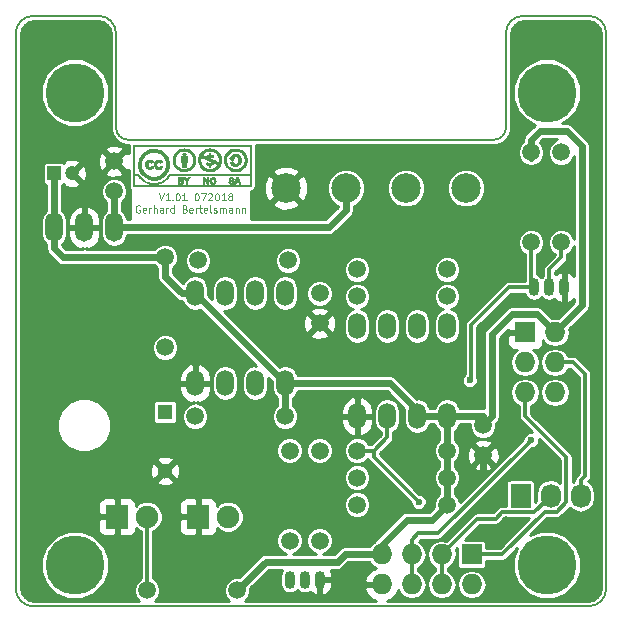
<source format=gtl>
G04 #@! TF.FileFunction,Copper,L1,Top,Signal*
%FSLAX46Y46*%
G04 Gerber Fmt 4.6, Leading zero omitted, Abs format (unit mm)*
G04 Created by KiCad (PCBNEW 4.0.7-e2-6376~58~ubuntu16.04.1) date Wed Jul 25 09:27:13 2018*
%MOMM*%
%LPD*%
G01*
G04 APERTURE LIST*
%ADD10C,0.100000*%
%ADD11C,0.125000*%
%ADD12C,0.150000*%
%ADD13C,0.002540*%
%ADD14O,1.501140X2.199640*%
%ADD15C,2.500000*%
%ADD16C,5.000000*%
%ADD17R,1.727200X1.727200*%
%ADD18O,1.727200X1.727200*%
%ADD19C,1.501140*%
%ADD20R,1.200000X1.200000*%
%ADD21C,1.200000*%
%ADD22C,1.500000*%
%ADD23R,1.727200X2.032000*%
%ADD24O,1.727200X2.032000*%
%ADD25O,0.899160X1.501140*%
%ADD26O,1.501140X2.499360*%
%ADD27R,1.900000X2.000000*%
%ADD28C,1.900000*%
%ADD29R,1.300000X1.300000*%
%ADD30C,1.300000*%
%ADD31C,0.800000*%
%ADD32C,0.600000*%
%ADD33C,0.600000*%
%ADD34C,0.304800*%
%ADD35C,0.254000*%
G04 APERTURE END LIST*
D10*
D11*
X132569284Y-108886929D02*
X132769284Y-109486929D01*
X132969284Y-108886929D01*
X133483570Y-109486929D02*
X133140713Y-109486929D01*
X133312141Y-109486929D02*
X133312141Y-108886929D01*
X133254998Y-108972643D01*
X133197856Y-109029786D01*
X133140713Y-109058357D01*
X133740713Y-109429786D02*
X133769285Y-109458357D01*
X133740713Y-109486929D01*
X133712142Y-109458357D01*
X133740713Y-109429786D01*
X133740713Y-109486929D01*
X134140713Y-108886929D02*
X134197856Y-108886929D01*
X134254999Y-108915500D01*
X134283570Y-108944071D01*
X134312141Y-109001214D01*
X134340713Y-109115500D01*
X134340713Y-109258357D01*
X134312141Y-109372643D01*
X134283570Y-109429786D01*
X134254999Y-109458357D01*
X134197856Y-109486929D01*
X134140713Y-109486929D01*
X134083570Y-109458357D01*
X134054999Y-109429786D01*
X134026427Y-109372643D01*
X133997856Y-109258357D01*
X133997856Y-109115500D01*
X134026427Y-109001214D01*
X134054999Y-108944071D01*
X134083570Y-108915500D01*
X134140713Y-108886929D01*
X134912142Y-109486929D02*
X134569285Y-109486929D01*
X134740713Y-109486929D02*
X134740713Y-108886929D01*
X134683570Y-108972643D01*
X134626428Y-109029786D01*
X134569285Y-109058357D01*
X135740714Y-108886929D02*
X135797857Y-108886929D01*
X135855000Y-108915500D01*
X135883571Y-108944071D01*
X135912142Y-109001214D01*
X135940714Y-109115500D01*
X135940714Y-109258357D01*
X135912142Y-109372643D01*
X135883571Y-109429786D01*
X135855000Y-109458357D01*
X135797857Y-109486929D01*
X135740714Y-109486929D01*
X135683571Y-109458357D01*
X135655000Y-109429786D01*
X135626428Y-109372643D01*
X135597857Y-109258357D01*
X135597857Y-109115500D01*
X135626428Y-109001214D01*
X135655000Y-108944071D01*
X135683571Y-108915500D01*
X135740714Y-108886929D01*
X136140714Y-108886929D02*
X136540714Y-108886929D01*
X136283571Y-109486929D01*
X136740715Y-108944071D02*
X136769286Y-108915500D01*
X136826429Y-108886929D01*
X136969286Y-108886929D01*
X137026429Y-108915500D01*
X137055000Y-108944071D01*
X137083572Y-109001214D01*
X137083572Y-109058357D01*
X137055000Y-109144071D01*
X136712143Y-109486929D01*
X137083572Y-109486929D01*
X137455001Y-108886929D02*
X137512144Y-108886929D01*
X137569287Y-108915500D01*
X137597858Y-108944071D01*
X137626429Y-109001214D01*
X137655001Y-109115500D01*
X137655001Y-109258357D01*
X137626429Y-109372643D01*
X137597858Y-109429786D01*
X137569287Y-109458357D01*
X137512144Y-109486929D01*
X137455001Y-109486929D01*
X137397858Y-109458357D01*
X137369287Y-109429786D01*
X137340715Y-109372643D01*
X137312144Y-109258357D01*
X137312144Y-109115500D01*
X137340715Y-109001214D01*
X137369287Y-108944071D01*
X137397858Y-108915500D01*
X137455001Y-108886929D01*
X138226430Y-109486929D02*
X137883573Y-109486929D01*
X138055001Y-109486929D02*
X138055001Y-108886929D01*
X137997858Y-108972643D01*
X137940716Y-109029786D01*
X137883573Y-109058357D01*
X138569287Y-109144071D02*
X138512145Y-109115500D01*
X138483573Y-109086929D01*
X138455002Y-109029786D01*
X138455002Y-109001214D01*
X138483573Y-108944071D01*
X138512145Y-108915500D01*
X138569287Y-108886929D01*
X138683573Y-108886929D01*
X138740716Y-108915500D01*
X138769287Y-108944071D01*
X138797859Y-109001214D01*
X138797859Y-109029786D01*
X138769287Y-109086929D01*
X138740716Y-109115500D01*
X138683573Y-109144071D01*
X138569287Y-109144071D01*
X138512145Y-109172643D01*
X138483573Y-109201214D01*
X138455002Y-109258357D01*
X138455002Y-109372643D01*
X138483573Y-109429786D01*
X138512145Y-109458357D01*
X138569287Y-109486929D01*
X138683573Y-109486929D01*
X138740716Y-109458357D01*
X138769287Y-109429786D01*
X138797859Y-109372643D01*
X138797859Y-109258357D01*
X138769287Y-109201214D01*
X138740716Y-109172643D01*
X138683573Y-109144071D01*
X130955000Y-109940500D02*
X130897857Y-109911929D01*
X130812143Y-109911929D01*
X130726428Y-109940500D01*
X130669286Y-109997643D01*
X130640714Y-110054786D01*
X130612143Y-110169071D01*
X130612143Y-110254786D01*
X130640714Y-110369071D01*
X130669286Y-110426214D01*
X130726428Y-110483357D01*
X130812143Y-110511929D01*
X130869286Y-110511929D01*
X130955000Y-110483357D01*
X130983571Y-110454786D01*
X130983571Y-110254786D01*
X130869286Y-110254786D01*
X131469286Y-110483357D02*
X131412143Y-110511929D01*
X131297857Y-110511929D01*
X131240714Y-110483357D01*
X131212143Y-110426214D01*
X131212143Y-110197643D01*
X131240714Y-110140500D01*
X131297857Y-110111929D01*
X131412143Y-110111929D01*
X131469286Y-110140500D01*
X131497857Y-110197643D01*
X131497857Y-110254786D01*
X131212143Y-110311929D01*
X131755000Y-110511929D02*
X131755000Y-110111929D01*
X131755000Y-110226214D02*
X131783572Y-110169071D01*
X131812143Y-110140500D01*
X131869286Y-110111929D01*
X131926429Y-110111929D01*
X132126429Y-110511929D02*
X132126429Y-109911929D01*
X132383572Y-110511929D02*
X132383572Y-110197643D01*
X132355001Y-110140500D01*
X132297858Y-110111929D01*
X132212143Y-110111929D01*
X132155001Y-110140500D01*
X132126429Y-110169071D01*
X132926429Y-110511929D02*
X132926429Y-110197643D01*
X132897858Y-110140500D01*
X132840715Y-110111929D01*
X132726429Y-110111929D01*
X132669286Y-110140500D01*
X132926429Y-110483357D02*
X132869286Y-110511929D01*
X132726429Y-110511929D01*
X132669286Y-110483357D01*
X132640715Y-110426214D01*
X132640715Y-110369071D01*
X132669286Y-110311929D01*
X132726429Y-110283357D01*
X132869286Y-110283357D01*
X132926429Y-110254786D01*
X133212143Y-110511929D02*
X133212143Y-110111929D01*
X133212143Y-110226214D02*
X133240715Y-110169071D01*
X133269286Y-110140500D01*
X133326429Y-110111929D01*
X133383572Y-110111929D01*
X133840715Y-110511929D02*
X133840715Y-109911929D01*
X133840715Y-110483357D02*
X133783572Y-110511929D01*
X133669286Y-110511929D01*
X133612144Y-110483357D01*
X133583572Y-110454786D01*
X133555001Y-110397643D01*
X133555001Y-110226214D01*
X133583572Y-110169071D01*
X133612144Y-110140500D01*
X133669286Y-110111929D01*
X133783572Y-110111929D01*
X133840715Y-110140500D01*
X134783572Y-110197643D02*
X134869286Y-110226214D01*
X134897858Y-110254786D01*
X134926429Y-110311929D01*
X134926429Y-110397643D01*
X134897858Y-110454786D01*
X134869286Y-110483357D01*
X134812144Y-110511929D01*
X134583572Y-110511929D01*
X134583572Y-109911929D01*
X134783572Y-109911929D01*
X134840715Y-109940500D01*
X134869286Y-109969071D01*
X134897858Y-110026214D01*
X134897858Y-110083357D01*
X134869286Y-110140500D01*
X134840715Y-110169071D01*
X134783572Y-110197643D01*
X134583572Y-110197643D01*
X135412144Y-110483357D02*
X135355001Y-110511929D01*
X135240715Y-110511929D01*
X135183572Y-110483357D01*
X135155001Y-110426214D01*
X135155001Y-110197643D01*
X135183572Y-110140500D01*
X135240715Y-110111929D01*
X135355001Y-110111929D01*
X135412144Y-110140500D01*
X135440715Y-110197643D01*
X135440715Y-110254786D01*
X135155001Y-110311929D01*
X135697858Y-110511929D02*
X135697858Y-110111929D01*
X135697858Y-110226214D02*
X135726430Y-110169071D01*
X135755001Y-110140500D01*
X135812144Y-110111929D01*
X135869287Y-110111929D01*
X135983573Y-110111929D02*
X136212144Y-110111929D01*
X136069287Y-109911929D02*
X136069287Y-110426214D01*
X136097859Y-110483357D01*
X136155001Y-110511929D01*
X136212144Y-110511929D01*
X136640716Y-110483357D02*
X136583573Y-110511929D01*
X136469287Y-110511929D01*
X136412144Y-110483357D01*
X136383573Y-110426214D01*
X136383573Y-110197643D01*
X136412144Y-110140500D01*
X136469287Y-110111929D01*
X136583573Y-110111929D01*
X136640716Y-110140500D01*
X136669287Y-110197643D01*
X136669287Y-110254786D01*
X136383573Y-110311929D01*
X137012144Y-110511929D02*
X136955002Y-110483357D01*
X136926430Y-110426214D01*
X136926430Y-109911929D01*
X137212145Y-110483357D02*
X137269288Y-110511929D01*
X137383573Y-110511929D01*
X137440716Y-110483357D01*
X137469288Y-110426214D01*
X137469288Y-110397643D01*
X137440716Y-110340500D01*
X137383573Y-110311929D01*
X137297859Y-110311929D01*
X137240716Y-110283357D01*
X137212145Y-110226214D01*
X137212145Y-110197643D01*
X137240716Y-110140500D01*
X137297859Y-110111929D01*
X137383573Y-110111929D01*
X137440716Y-110140500D01*
X137726430Y-110511929D02*
X137726430Y-110111929D01*
X137726430Y-110169071D02*
X137755002Y-110140500D01*
X137812144Y-110111929D01*
X137897859Y-110111929D01*
X137955002Y-110140500D01*
X137983573Y-110197643D01*
X137983573Y-110511929D01*
X137983573Y-110197643D02*
X138012144Y-110140500D01*
X138069287Y-110111929D01*
X138155002Y-110111929D01*
X138212144Y-110140500D01*
X138240716Y-110197643D01*
X138240716Y-110511929D01*
X138783573Y-110511929D02*
X138783573Y-110197643D01*
X138755002Y-110140500D01*
X138697859Y-110111929D01*
X138583573Y-110111929D01*
X138526430Y-110140500D01*
X138783573Y-110483357D02*
X138726430Y-110511929D01*
X138583573Y-110511929D01*
X138526430Y-110483357D01*
X138497859Y-110426214D01*
X138497859Y-110369071D01*
X138526430Y-110311929D01*
X138583573Y-110283357D01*
X138726430Y-110283357D01*
X138783573Y-110254786D01*
X139069287Y-110111929D02*
X139069287Y-110511929D01*
X139069287Y-110169071D02*
X139097859Y-110140500D01*
X139155001Y-110111929D01*
X139240716Y-110111929D01*
X139297859Y-110140500D01*
X139326430Y-110197643D01*
X139326430Y-110511929D01*
X139612144Y-110111929D02*
X139612144Y-110511929D01*
X139612144Y-110169071D02*
X139640716Y-110140500D01*
X139697858Y-110111929D01*
X139783573Y-110111929D01*
X139840716Y-110140500D01*
X139869287Y-110197643D01*
X139869287Y-110511929D01*
D12*
X161950000Y-95350000D02*
X161950000Y-103350000D01*
X168950000Y-93850000D02*
X163450000Y-93850000D01*
X127450000Y-93850000D02*
X121950000Y-93850000D01*
X128950000Y-103350000D02*
X128950000Y-95350000D01*
X160950000Y-104350000D02*
X129950000Y-104350000D01*
X160950000Y-104350000D02*
G75*
G03X161950000Y-103350000I0J1000000D01*
G01*
X128950000Y-103350000D02*
G75*
G03X129950000Y-104350000I1000000J0D01*
G01*
X128950000Y-95350000D02*
G75*
G03X127450000Y-93850000I-1500000J0D01*
G01*
X163450000Y-93850000D02*
G75*
G03X161950000Y-95350000I0J-1500000D01*
G01*
X120450000Y-95350000D02*
X120450000Y-142350000D01*
X170450000Y-142350000D02*
X170450000Y-95350000D01*
X120450000Y-142350000D02*
G75*
G03X121950000Y-143850000I1500000J0D01*
G01*
X168950000Y-143850000D02*
G75*
G03X170450000Y-142350000I0J1500000D01*
G01*
X121950000Y-93850000D02*
G75*
G03X120450000Y-95350000I0J-1500000D01*
G01*
X170450000Y-95350000D02*
G75*
G03X168950000Y-93850000I-1500000J0D01*
G01*
X168950000Y-143850000D02*
X121950000Y-143850000D01*
D13*
G36*
X140380720Y-108303060D02*
X140291820Y-108303060D01*
X140291820Y-107251500D01*
X140291820Y-106103420D01*
X140291820Y-104952800D01*
X140261340Y-104922320D01*
X140233400Y-104894380D01*
X135382000Y-104894380D01*
X130530600Y-104894380D01*
X130502660Y-104922320D01*
X130472180Y-104952800D01*
X130472180Y-106103420D01*
X130472180Y-107251500D01*
X130649980Y-107251500D01*
X130827780Y-107251500D01*
X130893820Y-107353100D01*
X130990340Y-107485180D01*
X131102100Y-107604560D01*
X131226560Y-107711240D01*
X131363720Y-107805220D01*
X131508500Y-107883960D01*
X131663440Y-107944920D01*
X131826000Y-107990640D01*
X131955540Y-108010960D01*
X132021580Y-108016040D01*
X132102860Y-108018580D01*
X132189220Y-108016040D01*
X132275580Y-108008420D01*
X132354320Y-108000800D01*
X132400040Y-107993180D01*
X132570220Y-107947460D01*
X132727700Y-107889040D01*
X132877560Y-107810300D01*
X133014720Y-107716320D01*
X133144260Y-107602020D01*
X133197600Y-107548680D01*
X133240780Y-107500420D01*
X133286500Y-107444540D01*
X133327140Y-107391200D01*
X133352540Y-107353100D01*
X133418580Y-107254040D01*
X136852660Y-107251500D01*
X140291820Y-107251500D01*
X140291820Y-108303060D01*
X140281660Y-108303060D01*
X140281660Y-108221780D01*
X140281660Y-107782360D01*
X140281660Y-107342940D01*
X136880600Y-107342940D01*
X133484620Y-107342940D01*
X133421120Y-107434380D01*
X133344920Y-107541060D01*
X133271260Y-107635040D01*
X133192520Y-107713780D01*
X133111240Y-107779820D01*
X133019800Y-107843320D01*
X132951220Y-107883960D01*
X132842000Y-107939840D01*
X132745480Y-107985560D01*
X132654040Y-108021120D01*
X132560060Y-108051600D01*
X132463540Y-108077000D01*
X132458460Y-108077000D01*
X132313680Y-108102400D01*
X132181600Y-108115100D01*
X132052060Y-108115100D01*
X131919980Y-108102400D01*
X131785360Y-108077000D01*
X131632960Y-108031280D01*
X131480560Y-107965240D01*
X131323080Y-107881420D01*
X131165600Y-107777280D01*
X131112260Y-107739180D01*
X131071620Y-107706160D01*
X131025900Y-107660440D01*
X130975100Y-107609640D01*
X130921760Y-107553760D01*
X130873500Y-107497880D01*
X130830320Y-107447080D01*
X130797300Y-107401360D01*
X130782060Y-107373420D01*
X130764280Y-107342940D01*
X130614420Y-107342940D01*
X130462020Y-107342940D01*
X130462020Y-107782360D01*
X130462020Y-108221780D01*
X135374380Y-108221780D01*
X140281660Y-108221780D01*
X140281660Y-108303060D01*
X135387080Y-108303060D01*
X130395980Y-108303060D01*
X130388360Y-108158280D01*
X130388360Y-108130340D01*
X130385820Y-108084620D01*
X130385820Y-108021120D01*
X130385820Y-107942380D01*
X130385820Y-107850940D01*
X130383280Y-107749340D01*
X130383280Y-107632500D01*
X130383280Y-107508040D01*
X130383280Y-107375960D01*
X130383280Y-107233720D01*
X130383280Y-107086400D01*
X130383280Y-106934000D01*
X130383280Y-106779060D01*
X130383280Y-106621580D01*
X130385820Y-106466640D01*
X130385820Y-106306620D01*
X130385820Y-106149140D01*
X130385820Y-105996740D01*
X130385820Y-105844340D01*
X130388360Y-105699560D01*
X130388360Y-105562400D01*
X130388360Y-105432860D01*
X130388360Y-105310940D01*
X130390900Y-105199180D01*
X130390900Y-105100120D01*
X130390900Y-105013760D01*
X130393440Y-104940100D01*
X130393440Y-104884220D01*
X130393440Y-104843580D01*
X130395980Y-104820720D01*
X130395980Y-104818180D01*
X130406140Y-104815640D01*
X130436620Y-104815640D01*
X130484880Y-104815640D01*
X130550920Y-104815640D01*
X130632200Y-104815640D01*
X130733800Y-104815640D01*
X130848100Y-104813100D01*
X130977640Y-104813100D01*
X131122420Y-104813100D01*
X131279900Y-104813100D01*
X131450080Y-104813100D01*
X131630420Y-104813100D01*
X131823460Y-104810560D01*
X132026660Y-104810560D01*
X132240020Y-104810560D01*
X132463540Y-104810560D01*
X132694680Y-104810560D01*
X132930900Y-104810560D01*
X133177280Y-104810560D01*
X133428740Y-104810560D01*
X133685280Y-104808020D01*
X133944360Y-104808020D01*
X134211060Y-104808020D01*
X134477760Y-104808020D01*
X134749540Y-104808020D01*
X135021320Y-104808020D01*
X135293100Y-104808020D01*
X135564880Y-104808020D01*
X135836660Y-104808020D01*
X136108440Y-104808020D01*
X136377680Y-104808020D01*
X136644380Y-104808020D01*
X136906000Y-104808020D01*
X137165080Y-104808020D01*
X137419080Y-104808020D01*
X137668000Y-104808020D01*
X137909300Y-104808020D01*
X138145520Y-104808020D01*
X138371580Y-104808020D01*
X138590020Y-104808020D01*
X138798300Y-104808020D01*
X138996420Y-104808020D01*
X139186920Y-104808020D01*
X139362180Y-104808020D01*
X139527280Y-104808020D01*
X139677140Y-104808020D01*
X139814300Y-104808020D01*
X139938760Y-104808020D01*
X140045440Y-104808020D01*
X140136880Y-104810560D01*
X140213080Y-104810560D01*
X140271500Y-104810560D01*
X140309600Y-104810560D01*
X140332460Y-104810560D01*
X140335000Y-104810560D01*
X140380720Y-104815640D01*
X140380720Y-106558080D01*
X140380720Y-108303060D01*
X140380720Y-108303060D01*
X140380720Y-108303060D01*
G37*
X140380720Y-108303060D02*
X140291820Y-108303060D01*
X140291820Y-107251500D01*
X140291820Y-106103420D01*
X140291820Y-104952800D01*
X140261340Y-104922320D01*
X140233400Y-104894380D01*
X135382000Y-104894380D01*
X130530600Y-104894380D01*
X130502660Y-104922320D01*
X130472180Y-104952800D01*
X130472180Y-106103420D01*
X130472180Y-107251500D01*
X130649980Y-107251500D01*
X130827780Y-107251500D01*
X130893820Y-107353100D01*
X130990340Y-107485180D01*
X131102100Y-107604560D01*
X131226560Y-107711240D01*
X131363720Y-107805220D01*
X131508500Y-107883960D01*
X131663440Y-107944920D01*
X131826000Y-107990640D01*
X131955540Y-108010960D01*
X132021580Y-108016040D01*
X132102860Y-108018580D01*
X132189220Y-108016040D01*
X132275580Y-108008420D01*
X132354320Y-108000800D01*
X132400040Y-107993180D01*
X132570220Y-107947460D01*
X132727700Y-107889040D01*
X132877560Y-107810300D01*
X133014720Y-107716320D01*
X133144260Y-107602020D01*
X133197600Y-107548680D01*
X133240780Y-107500420D01*
X133286500Y-107444540D01*
X133327140Y-107391200D01*
X133352540Y-107353100D01*
X133418580Y-107254040D01*
X136852660Y-107251500D01*
X140291820Y-107251500D01*
X140291820Y-108303060D01*
X140281660Y-108303060D01*
X140281660Y-108221780D01*
X140281660Y-107782360D01*
X140281660Y-107342940D01*
X136880600Y-107342940D01*
X133484620Y-107342940D01*
X133421120Y-107434380D01*
X133344920Y-107541060D01*
X133271260Y-107635040D01*
X133192520Y-107713780D01*
X133111240Y-107779820D01*
X133019800Y-107843320D01*
X132951220Y-107883960D01*
X132842000Y-107939840D01*
X132745480Y-107985560D01*
X132654040Y-108021120D01*
X132560060Y-108051600D01*
X132463540Y-108077000D01*
X132458460Y-108077000D01*
X132313680Y-108102400D01*
X132181600Y-108115100D01*
X132052060Y-108115100D01*
X131919980Y-108102400D01*
X131785360Y-108077000D01*
X131632960Y-108031280D01*
X131480560Y-107965240D01*
X131323080Y-107881420D01*
X131165600Y-107777280D01*
X131112260Y-107739180D01*
X131071620Y-107706160D01*
X131025900Y-107660440D01*
X130975100Y-107609640D01*
X130921760Y-107553760D01*
X130873500Y-107497880D01*
X130830320Y-107447080D01*
X130797300Y-107401360D01*
X130782060Y-107373420D01*
X130764280Y-107342940D01*
X130614420Y-107342940D01*
X130462020Y-107342940D01*
X130462020Y-107782360D01*
X130462020Y-108221780D01*
X135374380Y-108221780D01*
X140281660Y-108221780D01*
X140281660Y-108303060D01*
X135387080Y-108303060D01*
X130395980Y-108303060D01*
X130388360Y-108158280D01*
X130388360Y-108130340D01*
X130385820Y-108084620D01*
X130385820Y-108021120D01*
X130385820Y-107942380D01*
X130385820Y-107850940D01*
X130383280Y-107749340D01*
X130383280Y-107632500D01*
X130383280Y-107508040D01*
X130383280Y-107375960D01*
X130383280Y-107233720D01*
X130383280Y-107086400D01*
X130383280Y-106934000D01*
X130383280Y-106779060D01*
X130383280Y-106621580D01*
X130385820Y-106466640D01*
X130385820Y-106306620D01*
X130385820Y-106149140D01*
X130385820Y-105996740D01*
X130385820Y-105844340D01*
X130388360Y-105699560D01*
X130388360Y-105562400D01*
X130388360Y-105432860D01*
X130388360Y-105310940D01*
X130390900Y-105199180D01*
X130390900Y-105100120D01*
X130390900Y-105013760D01*
X130393440Y-104940100D01*
X130393440Y-104884220D01*
X130393440Y-104843580D01*
X130395980Y-104820720D01*
X130395980Y-104818180D01*
X130406140Y-104815640D01*
X130436620Y-104815640D01*
X130484880Y-104815640D01*
X130550920Y-104815640D01*
X130632200Y-104815640D01*
X130733800Y-104815640D01*
X130848100Y-104813100D01*
X130977640Y-104813100D01*
X131122420Y-104813100D01*
X131279900Y-104813100D01*
X131450080Y-104813100D01*
X131630420Y-104813100D01*
X131823460Y-104810560D01*
X132026660Y-104810560D01*
X132240020Y-104810560D01*
X132463540Y-104810560D01*
X132694680Y-104810560D01*
X132930900Y-104810560D01*
X133177280Y-104810560D01*
X133428740Y-104810560D01*
X133685280Y-104808020D01*
X133944360Y-104808020D01*
X134211060Y-104808020D01*
X134477760Y-104808020D01*
X134749540Y-104808020D01*
X135021320Y-104808020D01*
X135293100Y-104808020D01*
X135564880Y-104808020D01*
X135836660Y-104808020D01*
X136108440Y-104808020D01*
X136377680Y-104808020D01*
X136644380Y-104808020D01*
X136906000Y-104808020D01*
X137165080Y-104808020D01*
X137419080Y-104808020D01*
X137668000Y-104808020D01*
X137909300Y-104808020D01*
X138145520Y-104808020D01*
X138371580Y-104808020D01*
X138590020Y-104808020D01*
X138798300Y-104808020D01*
X138996420Y-104808020D01*
X139186920Y-104808020D01*
X139362180Y-104808020D01*
X139527280Y-104808020D01*
X139677140Y-104808020D01*
X139814300Y-104808020D01*
X139938760Y-104808020D01*
X140045440Y-104808020D01*
X140136880Y-104810560D01*
X140213080Y-104810560D01*
X140271500Y-104810560D01*
X140309600Y-104810560D01*
X140332460Y-104810560D01*
X140335000Y-104810560D01*
X140380720Y-104815640D01*
X140380720Y-106558080D01*
X140380720Y-108303060D01*
X140380720Y-108303060D01*
G36*
X137370820Y-107871260D02*
X137365740Y-107899200D01*
X137340340Y-107970320D01*
X137302240Y-108023660D01*
X137251440Y-108064300D01*
X137190480Y-108087160D01*
X137119360Y-108094780D01*
X137076180Y-108089700D01*
X137022840Y-108079540D01*
X136982200Y-108059220D01*
X136941560Y-108026200D01*
X136923780Y-108008420D01*
X136885680Y-107952540D01*
X136860280Y-107886500D01*
X136852660Y-107817920D01*
X136857740Y-107746800D01*
X136875520Y-107678220D01*
X136911080Y-107617260D01*
X136931400Y-107591860D01*
X136984740Y-107551220D01*
X137045700Y-107525820D01*
X137109200Y-107515660D01*
X137172700Y-107520740D01*
X137231120Y-107538520D01*
X137284460Y-107571540D01*
X137327640Y-107617260D01*
X137340340Y-107642660D01*
X137353040Y-107670600D01*
X137360660Y-107696000D01*
X137360660Y-107701080D01*
X137358120Y-107713780D01*
X137347960Y-107718860D01*
X137325100Y-107721400D01*
X137307320Y-107721400D01*
X137274300Y-107721400D01*
X137256520Y-107716320D01*
X137243820Y-107706160D01*
X137236200Y-107690920D01*
X137205720Y-107652820D01*
X137167620Y-107632500D01*
X137124440Y-107622340D01*
X137081260Y-107629960D01*
X137040620Y-107650280D01*
X137007600Y-107685840D01*
X136997440Y-107706160D01*
X136984740Y-107746800D01*
X136979660Y-107800140D01*
X136982200Y-107853480D01*
X136992360Y-107899200D01*
X136997440Y-107909360D01*
X137027920Y-107952540D01*
X137068560Y-107977940D01*
X137114280Y-107990640D01*
X137160000Y-107985560D01*
X137180320Y-107975400D01*
X137208260Y-107955080D01*
X137228580Y-107924600D01*
X137241280Y-107894120D01*
X137241280Y-107886500D01*
X137243820Y-107878880D01*
X137259060Y-107873800D01*
X137287000Y-107871260D01*
X137304780Y-107871260D01*
X137370820Y-107871260D01*
X137370820Y-107871260D01*
X137370820Y-107871260D01*
G37*
X137370820Y-107871260D02*
X137365740Y-107899200D01*
X137340340Y-107970320D01*
X137302240Y-108023660D01*
X137251440Y-108064300D01*
X137190480Y-108087160D01*
X137119360Y-108094780D01*
X137076180Y-108089700D01*
X137022840Y-108079540D01*
X136982200Y-108059220D01*
X136941560Y-108026200D01*
X136923780Y-108008420D01*
X136885680Y-107952540D01*
X136860280Y-107886500D01*
X136852660Y-107817920D01*
X136857740Y-107746800D01*
X136875520Y-107678220D01*
X136911080Y-107617260D01*
X136931400Y-107591860D01*
X136984740Y-107551220D01*
X137045700Y-107525820D01*
X137109200Y-107515660D01*
X137172700Y-107520740D01*
X137231120Y-107538520D01*
X137284460Y-107571540D01*
X137327640Y-107617260D01*
X137340340Y-107642660D01*
X137353040Y-107670600D01*
X137360660Y-107696000D01*
X137360660Y-107701080D01*
X137358120Y-107713780D01*
X137347960Y-107718860D01*
X137325100Y-107721400D01*
X137307320Y-107721400D01*
X137274300Y-107721400D01*
X137256520Y-107716320D01*
X137243820Y-107706160D01*
X137236200Y-107690920D01*
X137205720Y-107652820D01*
X137167620Y-107632500D01*
X137124440Y-107622340D01*
X137081260Y-107629960D01*
X137040620Y-107650280D01*
X137007600Y-107685840D01*
X136997440Y-107706160D01*
X136984740Y-107746800D01*
X136979660Y-107800140D01*
X136982200Y-107853480D01*
X136992360Y-107899200D01*
X136997440Y-107909360D01*
X137027920Y-107952540D01*
X137068560Y-107977940D01*
X137114280Y-107990640D01*
X137160000Y-107985560D01*
X137180320Y-107975400D01*
X137208260Y-107955080D01*
X137228580Y-107924600D01*
X137241280Y-107894120D01*
X137241280Y-107886500D01*
X137243820Y-107878880D01*
X137259060Y-107873800D01*
X137287000Y-107871260D01*
X137304780Y-107871260D01*
X137370820Y-107871260D01*
X137370820Y-107871260D01*
G36*
X138920220Y-107942380D02*
X138910060Y-107980480D01*
X138887200Y-108016040D01*
X138879580Y-108026200D01*
X138841480Y-108059220D01*
X138788140Y-108082080D01*
X138727180Y-108094780D01*
X138663680Y-108094780D01*
X138656060Y-108094780D01*
X138584940Y-108079540D01*
X138529060Y-108049060D01*
X138488420Y-108008420D01*
X138463020Y-107955080D01*
X138460480Y-107950000D01*
X138455400Y-107919520D01*
X138460480Y-107901740D01*
X138478260Y-107894120D01*
X138511280Y-107894120D01*
X138521440Y-107894120D01*
X138551920Y-107896660D01*
X138569700Y-107901740D01*
X138579860Y-107914440D01*
X138584940Y-107932220D01*
X138605260Y-107965240D01*
X138638280Y-107990640D01*
X138681460Y-108000800D01*
X138729720Y-107995720D01*
X138757660Y-107988100D01*
X138788140Y-107970320D01*
X138800840Y-107947460D01*
X138798300Y-107919520D01*
X138790680Y-107904280D01*
X138775440Y-107891580D01*
X138750040Y-107878880D01*
X138711940Y-107863640D01*
X138658600Y-107845860D01*
X138630660Y-107838240D01*
X138582400Y-107823000D01*
X138549380Y-107807760D01*
X138526520Y-107792520D01*
X138513820Y-107777280D01*
X138483340Y-107731560D01*
X138473180Y-107688380D01*
X138478260Y-107642660D01*
X138498580Y-107602020D01*
X138531600Y-107566460D01*
X138574780Y-107538520D01*
X138625580Y-107520740D01*
X138684000Y-107515660D01*
X138739880Y-107520740D01*
X138803380Y-107541060D01*
X138851640Y-107569000D01*
X138882120Y-107609640D01*
X138897360Y-107660440D01*
X138897360Y-107660440D01*
X138902440Y-107701080D01*
X138846560Y-107701080D01*
X138813540Y-107701080D01*
X138795760Y-107696000D01*
X138785600Y-107688380D01*
X138777980Y-107670600D01*
X138760200Y-107640120D01*
X138727180Y-107622340D01*
X138689080Y-107612180D01*
X138650980Y-107617260D01*
X138617960Y-107632500D01*
X138615420Y-107637580D01*
X138597640Y-107657900D01*
X138592560Y-107675680D01*
X138602720Y-107693460D01*
X138607800Y-107701080D01*
X138630660Y-107713780D01*
X138671300Y-107731560D01*
X138729720Y-107749340D01*
X138734800Y-107749340D01*
X138800840Y-107772200D01*
X138851640Y-107792520D01*
X138884660Y-107817920D01*
X138907520Y-107848400D01*
X138917680Y-107886500D01*
X138917680Y-107894120D01*
X138920220Y-107942380D01*
X138920220Y-107942380D01*
X138920220Y-107942380D01*
G37*
X138920220Y-107942380D02*
X138910060Y-107980480D01*
X138887200Y-108016040D01*
X138879580Y-108026200D01*
X138841480Y-108059220D01*
X138788140Y-108082080D01*
X138727180Y-108094780D01*
X138663680Y-108094780D01*
X138656060Y-108094780D01*
X138584940Y-108079540D01*
X138529060Y-108049060D01*
X138488420Y-108008420D01*
X138463020Y-107955080D01*
X138460480Y-107950000D01*
X138455400Y-107919520D01*
X138460480Y-107901740D01*
X138478260Y-107894120D01*
X138511280Y-107894120D01*
X138521440Y-107894120D01*
X138551920Y-107896660D01*
X138569700Y-107901740D01*
X138579860Y-107914440D01*
X138584940Y-107932220D01*
X138605260Y-107965240D01*
X138638280Y-107990640D01*
X138681460Y-108000800D01*
X138729720Y-107995720D01*
X138757660Y-107988100D01*
X138788140Y-107970320D01*
X138800840Y-107947460D01*
X138798300Y-107919520D01*
X138790680Y-107904280D01*
X138775440Y-107891580D01*
X138750040Y-107878880D01*
X138711940Y-107863640D01*
X138658600Y-107845860D01*
X138630660Y-107838240D01*
X138582400Y-107823000D01*
X138549380Y-107807760D01*
X138526520Y-107792520D01*
X138513820Y-107777280D01*
X138483340Y-107731560D01*
X138473180Y-107688380D01*
X138478260Y-107642660D01*
X138498580Y-107602020D01*
X138531600Y-107566460D01*
X138574780Y-107538520D01*
X138625580Y-107520740D01*
X138684000Y-107515660D01*
X138739880Y-107520740D01*
X138803380Y-107541060D01*
X138851640Y-107569000D01*
X138882120Y-107609640D01*
X138897360Y-107660440D01*
X138897360Y-107660440D01*
X138902440Y-107701080D01*
X138846560Y-107701080D01*
X138813540Y-107701080D01*
X138795760Y-107696000D01*
X138785600Y-107688380D01*
X138777980Y-107670600D01*
X138760200Y-107640120D01*
X138727180Y-107622340D01*
X138689080Y-107612180D01*
X138650980Y-107617260D01*
X138617960Y-107632500D01*
X138615420Y-107637580D01*
X138597640Y-107657900D01*
X138592560Y-107675680D01*
X138602720Y-107693460D01*
X138607800Y-107701080D01*
X138630660Y-107713780D01*
X138671300Y-107731560D01*
X138729720Y-107749340D01*
X138734800Y-107749340D01*
X138800840Y-107772200D01*
X138851640Y-107792520D01*
X138884660Y-107817920D01*
X138907520Y-107848400D01*
X138917680Y-107886500D01*
X138917680Y-107894120D01*
X138920220Y-107942380D01*
X138920220Y-107942380D01*
G36*
X134620000Y-107942380D02*
X134604760Y-107993180D01*
X134571740Y-108036360D01*
X134528560Y-108061760D01*
X134510780Y-108069380D01*
X134493000Y-108074460D01*
X134493000Y-107911900D01*
X134490460Y-107881420D01*
X134477760Y-107861100D01*
X134472680Y-107858560D01*
X134472680Y-107683300D01*
X134462520Y-107655360D01*
X134457440Y-107647740D01*
X134442200Y-107637580D01*
X134414260Y-107632500D01*
X134373620Y-107632500D01*
X134363460Y-107632500D01*
X134284720Y-107632500D01*
X134282180Y-107662980D01*
X134279640Y-107696000D01*
X134282180Y-107723940D01*
X134284720Y-107739180D01*
X134289800Y-107746800D01*
X134305040Y-107751880D01*
X134332980Y-107751880D01*
X134355840Y-107751880D01*
X134406640Y-107749340D01*
X134442200Y-107741720D01*
X134449820Y-107736640D01*
X134467600Y-107713780D01*
X134472680Y-107683300D01*
X134472680Y-107858560D01*
X134452360Y-107848400D01*
X134414260Y-107843320D01*
X134366000Y-107840780D01*
X134282180Y-107840780D01*
X134282180Y-107911900D01*
X134282180Y-107983020D01*
X134371080Y-107983020D01*
X134416800Y-107980480D01*
X134447280Y-107977940D01*
X134467600Y-107970320D01*
X134475220Y-107965240D01*
X134490460Y-107939840D01*
X134493000Y-107911900D01*
X134493000Y-108074460D01*
X134487920Y-108074460D01*
X134459980Y-108079540D01*
X134421880Y-108079540D01*
X134368540Y-108082080D01*
X134320280Y-108082080D01*
X134152640Y-108082080D01*
X134152640Y-107807760D01*
X134152640Y-107530900D01*
X134317740Y-107530900D01*
X134391400Y-107533440D01*
X134444740Y-107533440D01*
X134487920Y-107538520D01*
X134518400Y-107546140D01*
X134541260Y-107556300D01*
X134559040Y-107571540D01*
X134566660Y-107579160D01*
X134581900Y-107607100D01*
X134589520Y-107645200D01*
X134592060Y-107685840D01*
X134589520Y-107706160D01*
X134576820Y-107731560D01*
X134556500Y-107756960D01*
X134553960Y-107759500D01*
X134538720Y-107777280D01*
X134536180Y-107787440D01*
X134543800Y-107789980D01*
X134569200Y-107807760D01*
X134597140Y-107835700D01*
X134614920Y-107871260D01*
X134617460Y-107886500D01*
X134620000Y-107942380D01*
X134620000Y-107942380D01*
X134620000Y-107942380D01*
G37*
X134620000Y-107942380D02*
X134604760Y-107993180D01*
X134571740Y-108036360D01*
X134528560Y-108061760D01*
X134510780Y-108069380D01*
X134493000Y-108074460D01*
X134493000Y-107911900D01*
X134490460Y-107881420D01*
X134477760Y-107861100D01*
X134472680Y-107858560D01*
X134472680Y-107683300D01*
X134462520Y-107655360D01*
X134457440Y-107647740D01*
X134442200Y-107637580D01*
X134414260Y-107632500D01*
X134373620Y-107632500D01*
X134363460Y-107632500D01*
X134284720Y-107632500D01*
X134282180Y-107662980D01*
X134279640Y-107696000D01*
X134282180Y-107723940D01*
X134284720Y-107739180D01*
X134289800Y-107746800D01*
X134305040Y-107751880D01*
X134332980Y-107751880D01*
X134355840Y-107751880D01*
X134406640Y-107749340D01*
X134442200Y-107741720D01*
X134449820Y-107736640D01*
X134467600Y-107713780D01*
X134472680Y-107683300D01*
X134472680Y-107858560D01*
X134452360Y-107848400D01*
X134414260Y-107843320D01*
X134366000Y-107840780D01*
X134282180Y-107840780D01*
X134282180Y-107911900D01*
X134282180Y-107983020D01*
X134371080Y-107983020D01*
X134416800Y-107980480D01*
X134447280Y-107977940D01*
X134467600Y-107970320D01*
X134475220Y-107965240D01*
X134490460Y-107939840D01*
X134493000Y-107911900D01*
X134493000Y-108074460D01*
X134487920Y-108074460D01*
X134459980Y-108079540D01*
X134421880Y-108079540D01*
X134368540Y-108082080D01*
X134320280Y-108082080D01*
X134152640Y-108082080D01*
X134152640Y-107807760D01*
X134152640Y-107530900D01*
X134317740Y-107530900D01*
X134391400Y-107533440D01*
X134444740Y-107533440D01*
X134487920Y-107538520D01*
X134518400Y-107546140D01*
X134541260Y-107556300D01*
X134559040Y-107571540D01*
X134566660Y-107579160D01*
X134581900Y-107607100D01*
X134589520Y-107645200D01*
X134592060Y-107685840D01*
X134589520Y-107706160D01*
X134576820Y-107731560D01*
X134556500Y-107756960D01*
X134553960Y-107759500D01*
X134538720Y-107777280D01*
X134536180Y-107787440D01*
X134543800Y-107789980D01*
X134569200Y-107807760D01*
X134597140Y-107835700D01*
X134614920Y-107871260D01*
X134617460Y-107886500D01*
X134620000Y-107942380D01*
X134620000Y-107942380D01*
G36*
X135171180Y-107530900D02*
X135067040Y-107706160D01*
X134962900Y-107881420D01*
X134962900Y-107980480D01*
X134962900Y-108082080D01*
X134904480Y-108082080D01*
X134843520Y-108082080D01*
X134843520Y-107975400D01*
X134843520Y-107868720D01*
X134747000Y-107708700D01*
X134716520Y-107657900D01*
X134688580Y-107612180D01*
X134668260Y-107574080D01*
X134653020Y-107551220D01*
X134645400Y-107538520D01*
X134653020Y-107535980D01*
X134675880Y-107533440D01*
X134708900Y-107530900D01*
X134711440Y-107530900D01*
X134782560Y-107530900D01*
X134843520Y-107637580D01*
X134871460Y-107685840D01*
X134891780Y-107716320D01*
X134907020Y-107731560D01*
X134914640Y-107731560D01*
X134922260Y-107716320D01*
X134937500Y-107690920D01*
X134960360Y-107652820D01*
X134975600Y-107627420D01*
X135028940Y-107535980D01*
X135100060Y-107533440D01*
X135171180Y-107530900D01*
X135171180Y-107530900D01*
X135171180Y-107530900D01*
G37*
X135171180Y-107530900D02*
X135067040Y-107706160D01*
X134962900Y-107881420D01*
X134962900Y-107980480D01*
X134962900Y-108082080D01*
X134904480Y-108082080D01*
X134843520Y-108082080D01*
X134843520Y-107975400D01*
X134843520Y-107868720D01*
X134747000Y-107708700D01*
X134716520Y-107657900D01*
X134688580Y-107612180D01*
X134668260Y-107574080D01*
X134653020Y-107551220D01*
X134645400Y-107538520D01*
X134653020Y-107535980D01*
X134675880Y-107533440D01*
X134708900Y-107530900D01*
X134711440Y-107530900D01*
X134782560Y-107530900D01*
X134843520Y-107637580D01*
X134871460Y-107685840D01*
X134891780Y-107716320D01*
X134907020Y-107731560D01*
X134914640Y-107731560D01*
X134922260Y-107716320D01*
X134937500Y-107690920D01*
X134960360Y-107652820D01*
X134975600Y-107627420D01*
X135028940Y-107535980D01*
X135100060Y-107533440D01*
X135171180Y-107530900D01*
X135171180Y-107530900D01*
G36*
X136771380Y-108082080D02*
X136707880Y-108082080D01*
X136646920Y-108082080D01*
X136535160Y-107904280D01*
X136425940Y-107729020D01*
X136423400Y-107906820D01*
X136420860Y-108082080D01*
X136359900Y-108082080D01*
X136301480Y-108082080D01*
X136301480Y-107807760D01*
X136301480Y-107530900D01*
X136364980Y-107530900D01*
X136428480Y-107530900D01*
X136535160Y-107706160D01*
X136568180Y-107759500D01*
X136598660Y-107805220D01*
X136621520Y-107840780D01*
X136639300Y-107866180D01*
X136646920Y-107876340D01*
X136649460Y-107876340D01*
X136649460Y-107866180D01*
X136652000Y-107838240D01*
X136652000Y-107797600D01*
X136652000Y-107746800D01*
X136652000Y-107703620D01*
X136649460Y-107530900D01*
X136710420Y-107530900D01*
X136771380Y-107530900D01*
X136771380Y-107807760D01*
X136771380Y-108082080D01*
X136771380Y-108082080D01*
X136771380Y-108082080D01*
G37*
X136771380Y-108082080D02*
X136707880Y-108082080D01*
X136646920Y-108082080D01*
X136535160Y-107904280D01*
X136425940Y-107729020D01*
X136423400Y-107906820D01*
X136420860Y-108082080D01*
X136359900Y-108082080D01*
X136301480Y-108082080D01*
X136301480Y-107807760D01*
X136301480Y-107530900D01*
X136364980Y-107530900D01*
X136428480Y-107530900D01*
X136535160Y-107706160D01*
X136568180Y-107759500D01*
X136598660Y-107805220D01*
X136621520Y-107840780D01*
X136639300Y-107866180D01*
X136646920Y-107876340D01*
X136649460Y-107876340D01*
X136649460Y-107866180D01*
X136652000Y-107838240D01*
X136652000Y-107797600D01*
X136652000Y-107746800D01*
X136652000Y-107703620D01*
X136649460Y-107530900D01*
X136710420Y-107530900D01*
X136771380Y-107530900D01*
X136771380Y-107807760D01*
X136771380Y-108082080D01*
X136771380Y-108082080D01*
G36*
X139471400Y-108074460D02*
X139461240Y-108079540D01*
X139438380Y-108082080D01*
X139407900Y-108082080D01*
X139344400Y-108082080D01*
X139326620Y-108021120D01*
X139308840Y-107962700D01*
X139270740Y-107962700D01*
X139270740Y-107861100D01*
X139240260Y-107772200D01*
X139225020Y-107734100D01*
X139214860Y-107703620D01*
X139204700Y-107690920D01*
X139202160Y-107688380D01*
X139194540Y-107701080D01*
X139184380Y-107726480D01*
X139171680Y-107759500D01*
X139158980Y-107795060D01*
X139148820Y-107825540D01*
X139143740Y-107848400D01*
X139141200Y-107856020D01*
X139151360Y-107858560D01*
X139174220Y-107861100D01*
X139204700Y-107861100D01*
X139270740Y-107861100D01*
X139270740Y-107962700D01*
X139204700Y-107962700D01*
X139103100Y-107962700D01*
X139080240Y-108021120D01*
X139057380Y-108082080D01*
X138996420Y-108082080D01*
X138932920Y-108082080D01*
X139037060Y-107810300D01*
X139138660Y-107535980D01*
X139207240Y-107535980D01*
X139273280Y-107535980D01*
X139372340Y-107802680D01*
X139397740Y-107871260D01*
X139420600Y-107932220D01*
X139440920Y-107988100D01*
X139456160Y-108031280D01*
X139466320Y-108059220D01*
X139471400Y-108074460D01*
X139471400Y-108074460D01*
X139471400Y-108074460D01*
X139471400Y-108074460D01*
G37*
X139471400Y-108074460D02*
X139461240Y-108079540D01*
X139438380Y-108082080D01*
X139407900Y-108082080D01*
X139344400Y-108082080D01*
X139326620Y-108021120D01*
X139308840Y-107962700D01*
X139270740Y-107962700D01*
X139270740Y-107861100D01*
X139240260Y-107772200D01*
X139225020Y-107734100D01*
X139214860Y-107703620D01*
X139204700Y-107690920D01*
X139202160Y-107688380D01*
X139194540Y-107701080D01*
X139184380Y-107726480D01*
X139171680Y-107759500D01*
X139158980Y-107795060D01*
X139148820Y-107825540D01*
X139143740Y-107848400D01*
X139141200Y-107856020D01*
X139151360Y-107858560D01*
X139174220Y-107861100D01*
X139204700Y-107861100D01*
X139270740Y-107861100D01*
X139270740Y-107962700D01*
X139204700Y-107962700D01*
X139103100Y-107962700D01*
X139080240Y-108021120D01*
X139057380Y-108082080D01*
X138996420Y-108082080D01*
X138932920Y-108082080D01*
X139037060Y-107810300D01*
X139138660Y-107535980D01*
X139207240Y-107535980D01*
X139273280Y-107535980D01*
X139372340Y-107802680D01*
X139397740Y-107871260D01*
X139420600Y-107932220D01*
X139440920Y-107988100D01*
X139456160Y-108031280D01*
X139466320Y-108059220D01*
X139471400Y-108074460D01*
X139471400Y-108074460D01*
X139471400Y-108074460D01*
G36*
X133421120Y-106415840D02*
X133421120Y-106486960D01*
X133416040Y-106580940D01*
X133408420Y-106664760D01*
X133395720Y-106740960D01*
X133377940Y-106812080D01*
X133352540Y-106885740D01*
X133334760Y-106936540D01*
X133271260Y-107066080D01*
X133192520Y-107188000D01*
X133189980Y-107190540D01*
X133189980Y-106415840D01*
X133179820Y-106276140D01*
X133151880Y-106141520D01*
X133106160Y-106011980D01*
X133042660Y-105887520D01*
X132963920Y-105773220D01*
X132869940Y-105669080D01*
X132760720Y-105575100D01*
X132638800Y-105493820D01*
X132631180Y-105491280D01*
X132511800Y-105435400D01*
X132384800Y-105394760D01*
X132250180Y-105371900D01*
X132113020Y-105366820D01*
X131975860Y-105376980D01*
X131843780Y-105402380D01*
X131716780Y-105445560D01*
X131635500Y-105483660D01*
X131521200Y-105554780D01*
X131414520Y-105643680D01*
X131320540Y-105742740D01*
X131236720Y-105851960D01*
X131168140Y-105968800D01*
X131114800Y-106090720D01*
X131094480Y-106159300D01*
X131064000Y-106304080D01*
X131056380Y-106446320D01*
X131066540Y-106583480D01*
X131097020Y-106720640D01*
X131145280Y-106850180D01*
X131213860Y-106974640D01*
X131297680Y-107094020D01*
X131396740Y-107200700D01*
X131513580Y-107297220D01*
X131632960Y-107373420D01*
X131759960Y-107431840D01*
X131892040Y-107472480D01*
X132029200Y-107492800D01*
X132176520Y-107492800D01*
X132308600Y-107480100D01*
X132430520Y-107452160D01*
X132549900Y-107406440D01*
X132666740Y-107345480D01*
X132775960Y-107269280D01*
X132877560Y-107182920D01*
X132966460Y-107086400D01*
X133040120Y-106982260D01*
X133098540Y-106873040D01*
X133113780Y-106840020D01*
X133159500Y-106697780D01*
X133184900Y-106555540D01*
X133189980Y-106415840D01*
X133189980Y-107190540D01*
X133098540Y-107302300D01*
X132994400Y-107406440D01*
X132877560Y-107497880D01*
X132750560Y-107576620D01*
X132618480Y-107640120D01*
X132483860Y-107688380D01*
X132344160Y-107718860D01*
X132278120Y-107726480D01*
X132214620Y-107731560D01*
X132163820Y-107734100D01*
X132120640Y-107736640D01*
X132082540Y-107736640D01*
X132041900Y-107734100D01*
X132006340Y-107731560D01*
X131853940Y-107711240D01*
X131709160Y-107673140D01*
X131572000Y-107614720D01*
X131439920Y-107541060D01*
X131312920Y-107447080D01*
X131191000Y-107332780D01*
X131188460Y-107330240D01*
X131081780Y-107208320D01*
X130992880Y-107083860D01*
X130924300Y-106951780D01*
X130873500Y-106814620D01*
X130840480Y-106667300D01*
X130825240Y-106514900D01*
X130822700Y-106433620D01*
X130827780Y-106291380D01*
X130848100Y-106156760D01*
X130881120Y-106032300D01*
X130926840Y-105907840D01*
X130964940Y-105831640D01*
X131046220Y-105697020D01*
X131142740Y-105572560D01*
X131251960Y-105460800D01*
X131371340Y-105364280D01*
X131503420Y-105280460D01*
X131640580Y-105214420D01*
X131785360Y-105166160D01*
X131876800Y-105145840D01*
X131942840Y-105138220D01*
X132024120Y-105133140D01*
X132110480Y-105130600D01*
X132196840Y-105133140D01*
X132280660Y-105135680D01*
X132351780Y-105143300D01*
X132367020Y-105148380D01*
X132519420Y-105183940D01*
X132664200Y-105239820D01*
X132798820Y-105310940D01*
X132925820Y-105397300D01*
X133042660Y-105498900D01*
X133144260Y-105613200D01*
X133235700Y-105737660D01*
X133309360Y-105874820D01*
X133365240Y-106017060D01*
X133375400Y-106055160D01*
X133395720Y-106123740D01*
X133408420Y-106189780D01*
X133416040Y-106258360D01*
X133421120Y-106332020D01*
X133421120Y-106415840D01*
X133421120Y-106415840D01*
X133421120Y-106415840D01*
G37*
X133421120Y-106415840D02*
X133421120Y-106486960D01*
X133416040Y-106580940D01*
X133408420Y-106664760D01*
X133395720Y-106740960D01*
X133377940Y-106812080D01*
X133352540Y-106885740D01*
X133334760Y-106936540D01*
X133271260Y-107066080D01*
X133192520Y-107188000D01*
X133189980Y-107190540D01*
X133189980Y-106415840D01*
X133179820Y-106276140D01*
X133151880Y-106141520D01*
X133106160Y-106011980D01*
X133042660Y-105887520D01*
X132963920Y-105773220D01*
X132869940Y-105669080D01*
X132760720Y-105575100D01*
X132638800Y-105493820D01*
X132631180Y-105491280D01*
X132511800Y-105435400D01*
X132384800Y-105394760D01*
X132250180Y-105371900D01*
X132113020Y-105366820D01*
X131975860Y-105376980D01*
X131843780Y-105402380D01*
X131716780Y-105445560D01*
X131635500Y-105483660D01*
X131521200Y-105554780D01*
X131414520Y-105643680D01*
X131320540Y-105742740D01*
X131236720Y-105851960D01*
X131168140Y-105968800D01*
X131114800Y-106090720D01*
X131094480Y-106159300D01*
X131064000Y-106304080D01*
X131056380Y-106446320D01*
X131066540Y-106583480D01*
X131097020Y-106720640D01*
X131145280Y-106850180D01*
X131213860Y-106974640D01*
X131297680Y-107094020D01*
X131396740Y-107200700D01*
X131513580Y-107297220D01*
X131632960Y-107373420D01*
X131759960Y-107431840D01*
X131892040Y-107472480D01*
X132029200Y-107492800D01*
X132176520Y-107492800D01*
X132308600Y-107480100D01*
X132430520Y-107452160D01*
X132549900Y-107406440D01*
X132666740Y-107345480D01*
X132775960Y-107269280D01*
X132877560Y-107182920D01*
X132966460Y-107086400D01*
X133040120Y-106982260D01*
X133098540Y-106873040D01*
X133113780Y-106840020D01*
X133159500Y-106697780D01*
X133184900Y-106555540D01*
X133189980Y-106415840D01*
X133189980Y-107190540D01*
X133098540Y-107302300D01*
X132994400Y-107406440D01*
X132877560Y-107497880D01*
X132750560Y-107576620D01*
X132618480Y-107640120D01*
X132483860Y-107688380D01*
X132344160Y-107718860D01*
X132278120Y-107726480D01*
X132214620Y-107731560D01*
X132163820Y-107734100D01*
X132120640Y-107736640D01*
X132082540Y-107736640D01*
X132041900Y-107734100D01*
X132006340Y-107731560D01*
X131853940Y-107711240D01*
X131709160Y-107673140D01*
X131572000Y-107614720D01*
X131439920Y-107541060D01*
X131312920Y-107447080D01*
X131191000Y-107332780D01*
X131188460Y-107330240D01*
X131081780Y-107208320D01*
X130992880Y-107083860D01*
X130924300Y-106951780D01*
X130873500Y-106814620D01*
X130840480Y-106667300D01*
X130825240Y-106514900D01*
X130822700Y-106433620D01*
X130827780Y-106291380D01*
X130848100Y-106156760D01*
X130881120Y-106032300D01*
X130926840Y-105907840D01*
X130964940Y-105831640D01*
X131046220Y-105697020D01*
X131142740Y-105572560D01*
X131251960Y-105460800D01*
X131371340Y-105364280D01*
X131503420Y-105280460D01*
X131640580Y-105214420D01*
X131785360Y-105166160D01*
X131876800Y-105145840D01*
X131942840Y-105138220D01*
X132024120Y-105133140D01*
X132110480Y-105130600D01*
X132196840Y-105133140D01*
X132280660Y-105135680D01*
X132351780Y-105143300D01*
X132367020Y-105148380D01*
X132519420Y-105183940D01*
X132664200Y-105239820D01*
X132798820Y-105310940D01*
X132925820Y-105397300D01*
X133042660Y-105498900D01*
X133144260Y-105613200D01*
X133235700Y-105737660D01*
X133309360Y-105874820D01*
X133365240Y-106017060D01*
X133375400Y-106055160D01*
X133395720Y-106123740D01*
X133408420Y-106189780D01*
X133416040Y-106258360D01*
X133421120Y-106332020D01*
X133421120Y-106415840D01*
X133421120Y-106415840D01*
G36*
X135658860Y-106029760D02*
X135656320Y-106121200D01*
X135648700Y-106207560D01*
X135636000Y-106286300D01*
X135630920Y-106309160D01*
X135608060Y-106385360D01*
X135572500Y-106466640D01*
X135531860Y-106545380D01*
X135488680Y-106611420D01*
X135481060Y-106621580D01*
X135481060Y-106055160D01*
X135475980Y-105945940D01*
X135458200Y-105851960D01*
X135430260Y-105757980D01*
X135407400Y-105709720D01*
X135351520Y-105610660D01*
X135277860Y-105519220D01*
X135188960Y-105437940D01*
X135092440Y-105369360D01*
X134985760Y-105316020D01*
X134922260Y-105293160D01*
X134889240Y-105283000D01*
X134858760Y-105275380D01*
X134823200Y-105272840D01*
X134780020Y-105270300D01*
X134726680Y-105270300D01*
X134698740Y-105270300D01*
X134635240Y-105270300D01*
X134589520Y-105270300D01*
X134551420Y-105275380D01*
X134520940Y-105280460D01*
X134487920Y-105288080D01*
X134472680Y-105293160D01*
X134358380Y-105338880D01*
X134251700Y-105402380D01*
X134155180Y-105481120D01*
X134073900Y-105572560D01*
X134005320Y-105674160D01*
X133951980Y-105788460D01*
X133931660Y-105851960D01*
X133918960Y-105915460D01*
X133911340Y-105991660D01*
X133908800Y-106070400D01*
X133911340Y-106149140D01*
X133921500Y-106217720D01*
X133926580Y-106243120D01*
X133969760Y-106359960D01*
X134030720Y-106469180D01*
X134104380Y-106568240D01*
X134195820Y-106654600D01*
X134249160Y-106697780D01*
X134355840Y-106761280D01*
X134467600Y-106807000D01*
X134586980Y-106832400D01*
X134708900Y-106840020D01*
X134810500Y-106832400D01*
X134901940Y-106812080D01*
X134995920Y-106779060D01*
X135082280Y-106738420D01*
X135105140Y-106725720D01*
X135138160Y-106702860D01*
X135178800Y-106672380D01*
X135221980Y-106631740D01*
X135262620Y-106593640D01*
X135262620Y-106591100D01*
X135308340Y-106547920D01*
X135341360Y-106509820D01*
X135366760Y-106474260D01*
X135387080Y-106436160D01*
X135399780Y-106413300D01*
X135437880Y-106324400D01*
X135463280Y-106240580D01*
X135475980Y-106149140D01*
X135481060Y-106055160D01*
X135481060Y-106621580D01*
X135478520Y-106629200D01*
X135392160Y-106723180D01*
X135298180Y-106809540D01*
X135188960Y-106883200D01*
X135074660Y-106944160D01*
X134957820Y-106984800D01*
X134932420Y-106992420D01*
X134874000Y-107002580D01*
X134802880Y-107010200D01*
X134729220Y-107015280D01*
X134655560Y-107017820D01*
X134589520Y-107015280D01*
X134548880Y-107010200D01*
X134416800Y-106979720D01*
X134292340Y-106931460D01*
X134172960Y-106862880D01*
X134061200Y-106779060D01*
X134012940Y-106733340D01*
X133921500Y-106626660D01*
X133845300Y-106514900D01*
X133786880Y-106392980D01*
X133756400Y-106293920D01*
X133743700Y-106250740D01*
X133738620Y-106210100D01*
X133733540Y-106166920D01*
X133731000Y-106118660D01*
X133731000Y-106060240D01*
X133733540Y-105966260D01*
X133738620Y-105892600D01*
X133746240Y-105846880D01*
X133784340Y-105717340D01*
X133840220Y-105597960D01*
X133911340Y-105483660D01*
X133997700Y-105382060D01*
X134094220Y-105293160D01*
X134203440Y-105216960D01*
X134320280Y-105156000D01*
X134444740Y-105112820D01*
X134470140Y-105107740D01*
X134531100Y-105097580D01*
X134604760Y-105089960D01*
X134686040Y-105087420D01*
X134769860Y-105089960D01*
X134848600Y-105095040D01*
X134914640Y-105105200D01*
X134947660Y-105112820D01*
X135077200Y-105158540D01*
X135199120Y-105219500D01*
X135308340Y-105298240D01*
X135402320Y-105389680D01*
X135486140Y-105493820D01*
X135557260Y-105608120D01*
X135610600Y-105732580D01*
X135646160Y-105864660D01*
X135646160Y-105869740D01*
X135656320Y-105945940D01*
X135658860Y-106029760D01*
X135658860Y-106029760D01*
X135658860Y-106029760D01*
G37*
X135658860Y-106029760D02*
X135656320Y-106121200D01*
X135648700Y-106207560D01*
X135636000Y-106286300D01*
X135630920Y-106309160D01*
X135608060Y-106385360D01*
X135572500Y-106466640D01*
X135531860Y-106545380D01*
X135488680Y-106611420D01*
X135481060Y-106621580D01*
X135481060Y-106055160D01*
X135475980Y-105945940D01*
X135458200Y-105851960D01*
X135430260Y-105757980D01*
X135407400Y-105709720D01*
X135351520Y-105610660D01*
X135277860Y-105519220D01*
X135188960Y-105437940D01*
X135092440Y-105369360D01*
X134985760Y-105316020D01*
X134922260Y-105293160D01*
X134889240Y-105283000D01*
X134858760Y-105275380D01*
X134823200Y-105272840D01*
X134780020Y-105270300D01*
X134726680Y-105270300D01*
X134698740Y-105270300D01*
X134635240Y-105270300D01*
X134589520Y-105270300D01*
X134551420Y-105275380D01*
X134520940Y-105280460D01*
X134487920Y-105288080D01*
X134472680Y-105293160D01*
X134358380Y-105338880D01*
X134251700Y-105402380D01*
X134155180Y-105481120D01*
X134073900Y-105572560D01*
X134005320Y-105674160D01*
X133951980Y-105788460D01*
X133931660Y-105851960D01*
X133918960Y-105915460D01*
X133911340Y-105991660D01*
X133908800Y-106070400D01*
X133911340Y-106149140D01*
X133921500Y-106217720D01*
X133926580Y-106243120D01*
X133969760Y-106359960D01*
X134030720Y-106469180D01*
X134104380Y-106568240D01*
X134195820Y-106654600D01*
X134249160Y-106697780D01*
X134355840Y-106761280D01*
X134467600Y-106807000D01*
X134586980Y-106832400D01*
X134708900Y-106840020D01*
X134810500Y-106832400D01*
X134901940Y-106812080D01*
X134995920Y-106779060D01*
X135082280Y-106738420D01*
X135105140Y-106725720D01*
X135138160Y-106702860D01*
X135178800Y-106672380D01*
X135221980Y-106631740D01*
X135262620Y-106593640D01*
X135262620Y-106591100D01*
X135308340Y-106547920D01*
X135341360Y-106509820D01*
X135366760Y-106474260D01*
X135387080Y-106436160D01*
X135399780Y-106413300D01*
X135437880Y-106324400D01*
X135463280Y-106240580D01*
X135475980Y-106149140D01*
X135481060Y-106055160D01*
X135481060Y-106621580D01*
X135478520Y-106629200D01*
X135392160Y-106723180D01*
X135298180Y-106809540D01*
X135188960Y-106883200D01*
X135074660Y-106944160D01*
X134957820Y-106984800D01*
X134932420Y-106992420D01*
X134874000Y-107002580D01*
X134802880Y-107010200D01*
X134729220Y-107015280D01*
X134655560Y-107017820D01*
X134589520Y-107015280D01*
X134548880Y-107010200D01*
X134416800Y-106979720D01*
X134292340Y-106931460D01*
X134172960Y-106862880D01*
X134061200Y-106779060D01*
X134012940Y-106733340D01*
X133921500Y-106626660D01*
X133845300Y-106514900D01*
X133786880Y-106392980D01*
X133756400Y-106293920D01*
X133743700Y-106250740D01*
X133738620Y-106210100D01*
X133733540Y-106166920D01*
X133731000Y-106118660D01*
X133731000Y-106060240D01*
X133733540Y-105966260D01*
X133738620Y-105892600D01*
X133746240Y-105846880D01*
X133784340Y-105717340D01*
X133840220Y-105597960D01*
X133911340Y-105483660D01*
X133997700Y-105382060D01*
X134094220Y-105293160D01*
X134203440Y-105216960D01*
X134320280Y-105156000D01*
X134444740Y-105112820D01*
X134470140Y-105107740D01*
X134531100Y-105097580D01*
X134604760Y-105089960D01*
X134686040Y-105087420D01*
X134769860Y-105089960D01*
X134848600Y-105095040D01*
X134914640Y-105105200D01*
X134947660Y-105112820D01*
X135077200Y-105158540D01*
X135199120Y-105219500D01*
X135308340Y-105298240D01*
X135402320Y-105389680D01*
X135486140Y-105493820D01*
X135557260Y-105608120D01*
X135610600Y-105732580D01*
X135646160Y-105864660D01*
X135646160Y-105869740D01*
X135656320Y-105945940D01*
X135658860Y-106029760D01*
X135658860Y-106029760D01*
G36*
X137835640Y-106078020D02*
X137830560Y-106156760D01*
X137820400Y-106240580D01*
X137805160Y-106314240D01*
X137784840Y-106382820D01*
X137754360Y-106453940D01*
X137749280Y-106461560D01*
X137706100Y-106545380D01*
X137660380Y-106613960D01*
X137660380Y-106042460D01*
X137647680Y-105920540D01*
X137619740Y-105803700D01*
X137571480Y-105694480D01*
X137510520Y-105590340D01*
X137431780Y-105498900D01*
X137340340Y-105417620D01*
X137233660Y-105349040D01*
X137213340Y-105338880D01*
X137126980Y-105303320D01*
X137038080Y-105277920D01*
X136944100Y-105267760D01*
X136834880Y-105267760D01*
X136776460Y-105267760D01*
X136730740Y-105272840D01*
X136695180Y-105277920D01*
X136657080Y-105288080D01*
X136618980Y-105300780D01*
X136570720Y-105318560D01*
X136522460Y-105341420D01*
X136481820Y-105361740D01*
X136474200Y-105366820D01*
X136443720Y-105384600D01*
X136408160Y-105415080D01*
X136367520Y-105450640D01*
X136324340Y-105488740D01*
X136286240Y-105526840D01*
X136253220Y-105562400D01*
X136230360Y-105590340D01*
X136222740Y-105603040D01*
X136215120Y-105618280D01*
X136222740Y-105628440D01*
X136243060Y-105638600D01*
X136263380Y-105648760D01*
X136298940Y-105661460D01*
X136342120Y-105681780D01*
X136395460Y-105704640D01*
X136423400Y-105717340D01*
X136570720Y-105783380D01*
X136596120Y-105740200D01*
X136631680Y-105694480D01*
X136682480Y-105656380D01*
X136740900Y-105630980D01*
X136766300Y-105623360D01*
X136819640Y-105610660D01*
X136819640Y-105537000D01*
X136819640Y-105463340D01*
X136875520Y-105463340D01*
X136931400Y-105463340D01*
X136931400Y-105537000D01*
X136931400Y-105610660D01*
X136992360Y-105620820D01*
X137030460Y-105630980D01*
X137071100Y-105646220D01*
X137109200Y-105661460D01*
X137142220Y-105679240D01*
X137162540Y-105691940D01*
X137167620Y-105699560D01*
X137162540Y-105709720D01*
X137147300Y-105732580D01*
X137124440Y-105760520D01*
X137114280Y-105773220D01*
X137055860Y-105836720D01*
X136997440Y-105808780D01*
X136946640Y-105791000D01*
X136895840Y-105780840D01*
X136850120Y-105783380D01*
X136812020Y-105796080D01*
X136786620Y-105816400D01*
X136776460Y-105844340D01*
X136776460Y-105846880D01*
X136776460Y-105854500D01*
X136779000Y-105862120D01*
X136786620Y-105869740D01*
X136799320Y-105877360D01*
X136819640Y-105890060D01*
X136847580Y-105902760D01*
X136885680Y-105923080D01*
X136936480Y-105945940D01*
X136997440Y-105973880D01*
X137076180Y-106009440D01*
X137170160Y-106052620D01*
X137195560Y-106062780D01*
X137281920Y-106100880D01*
X137363200Y-106138980D01*
X137436860Y-106169460D01*
X137500360Y-106199940D01*
X137553700Y-106222800D01*
X137594340Y-106238040D01*
X137619740Y-106250740D01*
X137627360Y-106253280D01*
X137634980Y-106243120D01*
X137642600Y-106217720D01*
X137650220Y-106177080D01*
X137650220Y-106166920D01*
X137660380Y-106042460D01*
X137660380Y-106613960D01*
X137655300Y-106619040D01*
X137594340Y-106692700D01*
X137546080Y-106740960D01*
X137546080Y-106446320D01*
X137535920Y-106431080D01*
X137510520Y-106415840D01*
X137469880Y-106395520D01*
X137414000Y-106370120D01*
X137383520Y-106357420D01*
X137205720Y-106278680D01*
X137175240Y-106339640D01*
X137137140Y-106398060D01*
X137083800Y-106441240D01*
X137017760Y-106471720D01*
X137007600Y-106474260D01*
X136972040Y-106484420D01*
X136949180Y-106497120D01*
X136939020Y-106514900D01*
X136933940Y-106542840D01*
X136933940Y-106565700D01*
X136928860Y-106631740D01*
X136875520Y-106631740D01*
X136819640Y-106631740D01*
X136819640Y-106563160D01*
X136819640Y-106530140D01*
X136819640Y-106507280D01*
X136809480Y-106494580D01*
X136791700Y-106489500D01*
X136758680Y-106481880D01*
X136735820Y-106479340D01*
X136700260Y-106469180D01*
X136654540Y-106451400D01*
X136606280Y-106428540D01*
X136568180Y-106405680D01*
X136550400Y-106392980D01*
X136527540Y-106372660D01*
X136593580Y-106306620D01*
X136629140Y-106273600D01*
X136652000Y-106253280D01*
X136667240Y-106248200D01*
X136674860Y-106248200D01*
X136725660Y-106283760D01*
X136771380Y-106306620D01*
X136812020Y-106319320D01*
X136860280Y-106324400D01*
X136867900Y-106324400D01*
X136923780Y-106316780D01*
X136964420Y-106299000D01*
X136989820Y-106268520D01*
X136989820Y-106265980D01*
X136997440Y-106235500D01*
X136992360Y-106207560D01*
X136992360Y-106205020D01*
X136987280Y-106197400D01*
X136979660Y-106189780D01*
X136966960Y-106179620D01*
X136946640Y-106169460D01*
X136918700Y-106154220D01*
X136880600Y-106133900D01*
X136829800Y-106111040D01*
X136766300Y-106083100D01*
X136690100Y-106047540D01*
X136596120Y-106006900D01*
X136552940Y-105986580D01*
X136466580Y-105948480D01*
X136385300Y-105912920D01*
X136311640Y-105882440D01*
X136248140Y-105854500D01*
X136194800Y-105831640D01*
X136154160Y-105816400D01*
X136128760Y-105806240D01*
X136118600Y-105803700D01*
X136110980Y-105818940D01*
X136100820Y-105851960D01*
X136093200Y-105895140D01*
X136085580Y-105945940D01*
X136083040Y-105996740D01*
X136080500Y-106047540D01*
X136080500Y-106060240D01*
X136090660Y-106177080D01*
X136116060Y-106291380D01*
X136161780Y-106398060D01*
X136220200Y-106497120D01*
X136291320Y-106583480D01*
X136375140Y-106662220D01*
X136466580Y-106728260D01*
X136568180Y-106779060D01*
X136677400Y-106817160D01*
X136791700Y-106837480D01*
X136908540Y-106840020D01*
X136982200Y-106832400D01*
X137104120Y-106801920D01*
X137220960Y-106753660D01*
X137327640Y-106690160D01*
X137424160Y-106608880D01*
X137485120Y-106545380D01*
X137513060Y-106509820D01*
X137535920Y-106481880D01*
X137546080Y-106461560D01*
X137546080Y-106446320D01*
X137546080Y-106740960D01*
X137541000Y-106746040D01*
X137431780Y-106837480D01*
X137317480Y-106908600D01*
X137195560Y-106964480D01*
X137078720Y-106997500D01*
X137020300Y-107007660D01*
X136949180Y-107012740D01*
X136875520Y-107017820D01*
X136804400Y-107017820D01*
X136745980Y-107012740D01*
X136733280Y-107012740D01*
X136603740Y-106984800D01*
X136479280Y-106939080D01*
X136362440Y-106875580D01*
X136253220Y-106794300D01*
X136164320Y-106707940D01*
X136077960Y-106606340D01*
X136011920Y-106507280D01*
X135961120Y-106400600D01*
X135928100Y-106286300D01*
X135907780Y-106161840D01*
X135905240Y-106088180D01*
X135902700Y-106024680D01*
X135902700Y-105973880D01*
X135905240Y-105930700D01*
X135912860Y-105887520D01*
X135917940Y-105854500D01*
X135956040Y-105724960D01*
X136009380Y-105600500D01*
X136080500Y-105486200D01*
X136166860Y-105382060D01*
X136265920Y-105290620D01*
X136377680Y-105214420D01*
X136451340Y-105173780D01*
X136540240Y-105135680D01*
X136629140Y-105110280D01*
X136725660Y-105095040D01*
X136819640Y-105087420D01*
X136964420Y-105089960D01*
X137099040Y-105110280D01*
X137223500Y-105145840D01*
X137342880Y-105201720D01*
X137454640Y-105275380D01*
X137535920Y-105346500D01*
X137629900Y-105445560D01*
X137706100Y-105557320D01*
X137764520Y-105676700D01*
X137807700Y-105803700D01*
X137830560Y-105938320D01*
X137835640Y-106078020D01*
X137835640Y-106078020D01*
X137835640Y-106078020D01*
G37*
X137835640Y-106078020D02*
X137830560Y-106156760D01*
X137820400Y-106240580D01*
X137805160Y-106314240D01*
X137784840Y-106382820D01*
X137754360Y-106453940D01*
X137749280Y-106461560D01*
X137706100Y-106545380D01*
X137660380Y-106613960D01*
X137660380Y-106042460D01*
X137647680Y-105920540D01*
X137619740Y-105803700D01*
X137571480Y-105694480D01*
X137510520Y-105590340D01*
X137431780Y-105498900D01*
X137340340Y-105417620D01*
X137233660Y-105349040D01*
X137213340Y-105338880D01*
X137126980Y-105303320D01*
X137038080Y-105277920D01*
X136944100Y-105267760D01*
X136834880Y-105267760D01*
X136776460Y-105267760D01*
X136730740Y-105272840D01*
X136695180Y-105277920D01*
X136657080Y-105288080D01*
X136618980Y-105300780D01*
X136570720Y-105318560D01*
X136522460Y-105341420D01*
X136481820Y-105361740D01*
X136474200Y-105366820D01*
X136443720Y-105384600D01*
X136408160Y-105415080D01*
X136367520Y-105450640D01*
X136324340Y-105488740D01*
X136286240Y-105526840D01*
X136253220Y-105562400D01*
X136230360Y-105590340D01*
X136222740Y-105603040D01*
X136215120Y-105618280D01*
X136222740Y-105628440D01*
X136243060Y-105638600D01*
X136263380Y-105648760D01*
X136298940Y-105661460D01*
X136342120Y-105681780D01*
X136395460Y-105704640D01*
X136423400Y-105717340D01*
X136570720Y-105783380D01*
X136596120Y-105740200D01*
X136631680Y-105694480D01*
X136682480Y-105656380D01*
X136740900Y-105630980D01*
X136766300Y-105623360D01*
X136819640Y-105610660D01*
X136819640Y-105537000D01*
X136819640Y-105463340D01*
X136875520Y-105463340D01*
X136931400Y-105463340D01*
X136931400Y-105537000D01*
X136931400Y-105610660D01*
X136992360Y-105620820D01*
X137030460Y-105630980D01*
X137071100Y-105646220D01*
X137109200Y-105661460D01*
X137142220Y-105679240D01*
X137162540Y-105691940D01*
X137167620Y-105699560D01*
X137162540Y-105709720D01*
X137147300Y-105732580D01*
X137124440Y-105760520D01*
X137114280Y-105773220D01*
X137055860Y-105836720D01*
X136997440Y-105808780D01*
X136946640Y-105791000D01*
X136895840Y-105780840D01*
X136850120Y-105783380D01*
X136812020Y-105796080D01*
X136786620Y-105816400D01*
X136776460Y-105844340D01*
X136776460Y-105846880D01*
X136776460Y-105854500D01*
X136779000Y-105862120D01*
X136786620Y-105869740D01*
X136799320Y-105877360D01*
X136819640Y-105890060D01*
X136847580Y-105902760D01*
X136885680Y-105923080D01*
X136936480Y-105945940D01*
X136997440Y-105973880D01*
X137076180Y-106009440D01*
X137170160Y-106052620D01*
X137195560Y-106062780D01*
X137281920Y-106100880D01*
X137363200Y-106138980D01*
X137436860Y-106169460D01*
X137500360Y-106199940D01*
X137553700Y-106222800D01*
X137594340Y-106238040D01*
X137619740Y-106250740D01*
X137627360Y-106253280D01*
X137634980Y-106243120D01*
X137642600Y-106217720D01*
X137650220Y-106177080D01*
X137650220Y-106166920D01*
X137660380Y-106042460D01*
X137660380Y-106613960D01*
X137655300Y-106619040D01*
X137594340Y-106692700D01*
X137546080Y-106740960D01*
X137546080Y-106446320D01*
X137535920Y-106431080D01*
X137510520Y-106415840D01*
X137469880Y-106395520D01*
X137414000Y-106370120D01*
X137383520Y-106357420D01*
X137205720Y-106278680D01*
X137175240Y-106339640D01*
X137137140Y-106398060D01*
X137083800Y-106441240D01*
X137017760Y-106471720D01*
X137007600Y-106474260D01*
X136972040Y-106484420D01*
X136949180Y-106497120D01*
X136939020Y-106514900D01*
X136933940Y-106542840D01*
X136933940Y-106565700D01*
X136928860Y-106631740D01*
X136875520Y-106631740D01*
X136819640Y-106631740D01*
X136819640Y-106563160D01*
X136819640Y-106530140D01*
X136819640Y-106507280D01*
X136809480Y-106494580D01*
X136791700Y-106489500D01*
X136758680Y-106481880D01*
X136735820Y-106479340D01*
X136700260Y-106469180D01*
X136654540Y-106451400D01*
X136606280Y-106428540D01*
X136568180Y-106405680D01*
X136550400Y-106392980D01*
X136527540Y-106372660D01*
X136593580Y-106306620D01*
X136629140Y-106273600D01*
X136652000Y-106253280D01*
X136667240Y-106248200D01*
X136674860Y-106248200D01*
X136725660Y-106283760D01*
X136771380Y-106306620D01*
X136812020Y-106319320D01*
X136860280Y-106324400D01*
X136867900Y-106324400D01*
X136923780Y-106316780D01*
X136964420Y-106299000D01*
X136989820Y-106268520D01*
X136989820Y-106265980D01*
X136997440Y-106235500D01*
X136992360Y-106207560D01*
X136992360Y-106205020D01*
X136987280Y-106197400D01*
X136979660Y-106189780D01*
X136966960Y-106179620D01*
X136946640Y-106169460D01*
X136918700Y-106154220D01*
X136880600Y-106133900D01*
X136829800Y-106111040D01*
X136766300Y-106083100D01*
X136690100Y-106047540D01*
X136596120Y-106006900D01*
X136552940Y-105986580D01*
X136466580Y-105948480D01*
X136385300Y-105912920D01*
X136311640Y-105882440D01*
X136248140Y-105854500D01*
X136194800Y-105831640D01*
X136154160Y-105816400D01*
X136128760Y-105806240D01*
X136118600Y-105803700D01*
X136110980Y-105818940D01*
X136100820Y-105851960D01*
X136093200Y-105895140D01*
X136085580Y-105945940D01*
X136083040Y-105996740D01*
X136080500Y-106047540D01*
X136080500Y-106060240D01*
X136090660Y-106177080D01*
X136116060Y-106291380D01*
X136161780Y-106398060D01*
X136220200Y-106497120D01*
X136291320Y-106583480D01*
X136375140Y-106662220D01*
X136466580Y-106728260D01*
X136568180Y-106779060D01*
X136677400Y-106817160D01*
X136791700Y-106837480D01*
X136908540Y-106840020D01*
X136982200Y-106832400D01*
X137104120Y-106801920D01*
X137220960Y-106753660D01*
X137327640Y-106690160D01*
X137424160Y-106608880D01*
X137485120Y-106545380D01*
X137513060Y-106509820D01*
X137535920Y-106481880D01*
X137546080Y-106461560D01*
X137546080Y-106446320D01*
X137546080Y-106740960D01*
X137541000Y-106746040D01*
X137431780Y-106837480D01*
X137317480Y-106908600D01*
X137195560Y-106964480D01*
X137078720Y-106997500D01*
X137020300Y-107007660D01*
X136949180Y-107012740D01*
X136875520Y-107017820D01*
X136804400Y-107017820D01*
X136745980Y-107012740D01*
X136733280Y-107012740D01*
X136603740Y-106984800D01*
X136479280Y-106939080D01*
X136362440Y-106875580D01*
X136253220Y-106794300D01*
X136164320Y-106707940D01*
X136077960Y-106606340D01*
X136011920Y-106507280D01*
X135961120Y-106400600D01*
X135928100Y-106286300D01*
X135907780Y-106161840D01*
X135905240Y-106088180D01*
X135902700Y-106024680D01*
X135902700Y-105973880D01*
X135905240Y-105930700D01*
X135912860Y-105887520D01*
X135917940Y-105854500D01*
X135956040Y-105724960D01*
X136009380Y-105600500D01*
X136080500Y-105486200D01*
X136166860Y-105382060D01*
X136265920Y-105290620D01*
X136377680Y-105214420D01*
X136451340Y-105173780D01*
X136540240Y-105135680D01*
X136629140Y-105110280D01*
X136725660Y-105095040D01*
X136819640Y-105087420D01*
X136964420Y-105089960D01*
X137099040Y-105110280D01*
X137223500Y-105145840D01*
X137342880Y-105201720D01*
X137454640Y-105275380D01*
X137535920Y-105346500D01*
X137629900Y-105445560D01*
X137706100Y-105557320D01*
X137764520Y-105676700D01*
X137807700Y-105803700D01*
X137830560Y-105938320D01*
X137835640Y-106078020D01*
X137835640Y-106078020D01*
G36*
X140007340Y-106075480D02*
X140004800Y-106154220D01*
X139999720Y-106222800D01*
X139989560Y-106278680D01*
X139989560Y-106286300D01*
X139946380Y-106418380D01*
X139885420Y-106540300D01*
X139829540Y-106616500D01*
X139829540Y-106083100D01*
X139829540Y-106024680D01*
X139824460Y-105943400D01*
X139814300Y-105874820D01*
X139799060Y-105813860D01*
X139776200Y-105752900D01*
X139750800Y-105699560D01*
X139689840Y-105597960D01*
X139613640Y-105506520D01*
X139522200Y-105425240D01*
X139423140Y-105359200D01*
X139316460Y-105308400D01*
X139283440Y-105295700D01*
X139212320Y-105280460D01*
X139131040Y-105267760D01*
X139042140Y-105265220D01*
X138958320Y-105267760D01*
X138882120Y-105277920D01*
X138874500Y-105277920D01*
X138760200Y-105313480D01*
X138650980Y-105366820D01*
X138551920Y-105435400D01*
X138463020Y-105519220D01*
X138389360Y-105615740D01*
X138325860Y-105724960D01*
X138290300Y-105813860D01*
X138275060Y-105854500D01*
X138267440Y-105884980D01*
X138262360Y-105915460D01*
X138257280Y-105951020D01*
X138257280Y-105994200D01*
X138257280Y-106050080D01*
X138259820Y-106136440D01*
X138267440Y-106207560D01*
X138282680Y-106273600D01*
X138305540Y-106337100D01*
X138328400Y-106387900D01*
X138374120Y-106466640D01*
X138435080Y-106547920D01*
X138503660Y-106619040D01*
X138577320Y-106682540D01*
X138645900Y-106730800D01*
X138747500Y-106781600D01*
X138861800Y-106817160D01*
X138978640Y-106834940D01*
X139095480Y-106837480D01*
X139212320Y-106819700D01*
X139250420Y-106812080D01*
X139357100Y-106771440D01*
X139458700Y-106718100D01*
X139552680Y-106649520D01*
X139636500Y-106568240D01*
X139707620Y-106484420D01*
X139760960Y-106390440D01*
X139766040Y-106377740D01*
X139801600Y-106286300D01*
X139821920Y-106189780D01*
X139829540Y-106083100D01*
X139829540Y-106616500D01*
X139806680Y-106649520D01*
X139712700Y-106751120D01*
X139628880Y-106822240D01*
X139512040Y-106898440D01*
X139387580Y-106956860D01*
X139258040Y-106994960D01*
X139120880Y-107015280D01*
X138981180Y-107017820D01*
X138882120Y-107007660D01*
X138755120Y-106977180D01*
X138630660Y-106928920D01*
X138516360Y-106862880D01*
X138407140Y-106779060D01*
X138308080Y-106680000D01*
X138295380Y-106662220D01*
X138214100Y-106553000D01*
X138153140Y-106436160D01*
X138107420Y-106311700D01*
X138079480Y-106182160D01*
X138071860Y-106050080D01*
X138082020Y-105915460D01*
X138109960Y-105785920D01*
X138158220Y-105656380D01*
X138170920Y-105628440D01*
X138239500Y-105511600D01*
X138320780Y-105407460D01*
X138417300Y-105313480D01*
X138523980Y-105232200D01*
X138640820Y-105168700D01*
X138762740Y-105120440D01*
X138790680Y-105112820D01*
X138826240Y-105102660D01*
X138859260Y-105097580D01*
X138897360Y-105092500D01*
X138940540Y-105092500D01*
X138996420Y-105089960D01*
X139047220Y-105089960D01*
X139113260Y-105089960D01*
X139166600Y-105092500D01*
X139209780Y-105095040D01*
X139245340Y-105100120D01*
X139278360Y-105107740D01*
X139296140Y-105112820D01*
X139377420Y-105140760D01*
X139463780Y-105176320D01*
X139545060Y-105219500D01*
X139606020Y-105257600D01*
X139649200Y-105293160D01*
X139697460Y-105338880D01*
X139748260Y-105387140D01*
X139796520Y-105440480D01*
X139834620Y-105486200D01*
X139849860Y-105506520D01*
X139885420Y-105567480D01*
X139920980Y-105638600D01*
X139954000Y-105712260D01*
X139979400Y-105783380D01*
X139981940Y-105798620D01*
X139994640Y-105851960D01*
X139999720Y-105920540D01*
X140004800Y-105996740D01*
X140007340Y-106075480D01*
X140007340Y-106075480D01*
X140007340Y-106075480D01*
G37*
X140007340Y-106075480D02*
X140004800Y-106154220D01*
X139999720Y-106222800D01*
X139989560Y-106278680D01*
X139989560Y-106286300D01*
X139946380Y-106418380D01*
X139885420Y-106540300D01*
X139829540Y-106616500D01*
X139829540Y-106083100D01*
X139829540Y-106024680D01*
X139824460Y-105943400D01*
X139814300Y-105874820D01*
X139799060Y-105813860D01*
X139776200Y-105752900D01*
X139750800Y-105699560D01*
X139689840Y-105597960D01*
X139613640Y-105506520D01*
X139522200Y-105425240D01*
X139423140Y-105359200D01*
X139316460Y-105308400D01*
X139283440Y-105295700D01*
X139212320Y-105280460D01*
X139131040Y-105267760D01*
X139042140Y-105265220D01*
X138958320Y-105267760D01*
X138882120Y-105277920D01*
X138874500Y-105277920D01*
X138760200Y-105313480D01*
X138650980Y-105366820D01*
X138551920Y-105435400D01*
X138463020Y-105519220D01*
X138389360Y-105615740D01*
X138325860Y-105724960D01*
X138290300Y-105813860D01*
X138275060Y-105854500D01*
X138267440Y-105884980D01*
X138262360Y-105915460D01*
X138257280Y-105951020D01*
X138257280Y-105994200D01*
X138257280Y-106050080D01*
X138259820Y-106136440D01*
X138267440Y-106207560D01*
X138282680Y-106273600D01*
X138305540Y-106337100D01*
X138328400Y-106387900D01*
X138374120Y-106466640D01*
X138435080Y-106547920D01*
X138503660Y-106619040D01*
X138577320Y-106682540D01*
X138645900Y-106730800D01*
X138747500Y-106781600D01*
X138861800Y-106817160D01*
X138978640Y-106834940D01*
X139095480Y-106837480D01*
X139212320Y-106819700D01*
X139250420Y-106812080D01*
X139357100Y-106771440D01*
X139458700Y-106718100D01*
X139552680Y-106649520D01*
X139636500Y-106568240D01*
X139707620Y-106484420D01*
X139760960Y-106390440D01*
X139766040Y-106377740D01*
X139801600Y-106286300D01*
X139821920Y-106189780D01*
X139829540Y-106083100D01*
X139829540Y-106616500D01*
X139806680Y-106649520D01*
X139712700Y-106751120D01*
X139628880Y-106822240D01*
X139512040Y-106898440D01*
X139387580Y-106956860D01*
X139258040Y-106994960D01*
X139120880Y-107015280D01*
X138981180Y-107017820D01*
X138882120Y-107007660D01*
X138755120Y-106977180D01*
X138630660Y-106928920D01*
X138516360Y-106862880D01*
X138407140Y-106779060D01*
X138308080Y-106680000D01*
X138295380Y-106662220D01*
X138214100Y-106553000D01*
X138153140Y-106436160D01*
X138107420Y-106311700D01*
X138079480Y-106182160D01*
X138071860Y-106050080D01*
X138082020Y-105915460D01*
X138109960Y-105785920D01*
X138158220Y-105656380D01*
X138170920Y-105628440D01*
X138239500Y-105511600D01*
X138320780Y-105407460D01*
X138417300Y-105313480D01*
X138523980Y-105232200D01*
X138640820Y-105168700D01*
X138762740Y-105120440D01*
X138790680Y-105112820D01*
X138826240Y-105102660D01*
X138859260Y-105097580D01*
X138897360Y-105092500D01*
X138940540Y-105092500D01*
X138996420Y-105089960D01*
X139047220Y-105089960D01*
X139113260Y-105089960D01*
X139166600Y-105092500D01*
X139209780Y-105095040D01*
X139245340Y-105100120D01*
X139278360Y-105107740D01*
X139296140Y-105112820D01*
X139377420Y-105140760D01*
X139463780Y-105176320D01*
X139545060Y-105219500D01*
X139606020Y-105257600D01*
X139649200Y-105293160D01*
X139697460Y-105338880D01*
X139748260Y-105387140D01*
X139796520Y-105440480D01*
X139834620Y-105486200D01*
X139849860Y-105506520D01*
X139885420Y-105567480D01*
X139920980Y-105638600D01*
X139954000Y-105712260D01*
X139979400Y-105783380D01*
X139981940Y-105798620D01*
X139994640Y-105851960D01*
X139999720Y-105920540D01*
X140004800Y-105996740D01*
X140007340Y-106075480D01*
X140007340Y-106075480D01*
G36*
X132113020Y-106634280D02*
X132095240Y-106662220D01*
X132067300Y-106700320D01*
X132029200Y-106738420D01*
X131986020Y-106773980D01*
X131945380Y-106799380D01*
X131935220Y-106804460D01*
X131864100Y-106824780D01*
X131780280Y-106832400D01*
X131716780Y-106829860D01*
X131632960Y-106814620D01*
X131556760Y-106781600D01*
X131495800Y-106733340D01*
X131445000Y-106672380D01*
X131409440Y-106598720D01*
X131389120Y-106517440D01*
X131384040Y-106420920D01*
X131386580Y-106395520D01*
X131399280Y-106309160D01*
X131424680Y-106235500D01*
X131467860Y-106169460D01*
X131485640Y-106149140D01*
X131549140Y-106093260D01*
X131622800Y-106055160D01*
X131704080Y-106032300D01*
X131795520Y-106029760D01*
X131833620Y-106034840D01*
X131879340Y-106042460D01*
X131927600Y-106057700D01*
X131960620Y-106070400D01*
X131991100Y-106088180D01*
X132024120Y-106113580D01*
X132054600Y-106144060D01*
X132082540Y-106172000D01*
X132097780Y-106197400D01*
X132102860Y-106210100D01*
X132095240Y-106220260D01*
X132072380Y-106235500D01*
X132039360Y-106255820D01*
X132024120Y-106263440D01*
X131942840Y-106304080D01*
X131894580Y-106253280D01*
X131869180Y-106227880D01*
X131848860Y-106212640D01*
X131828540Y-106205020D01*
X131803140Y-106205020D01*
X131790440Y-106205020D01*
X131734560Y-106212640D01*
X131688840Y-106238040D01*
X131650740Y-106278680D01*
X131648200Y-106283760D01*
X131635500Y-106319320D01*
X131627880Y-106367580D01*
X131622800Y-106423460D01*
X131625340Y-106479340D01*
X131630420Y-106530140D01*
X131638040Y-106553000D01*
X131660900Y-106601260D01*
X131693920Y-106634280D01*
X131739640Y-106652060D01*
X131787900Y-106657140D01*
X131841240Y-106652060D01*
X131881880Y-106634280D01*
X131912360Y-106603800D01*
X131927600Y-106583480D01*
X131942840Y-106563160D01*
X131955540Y-106553000D01*
X131955540Y-106553000D01*
X131968240Y-106555540D01*
X131993640Y-106568240D01*
X132026660Y-106586020D01*
X132039360Y-106593640D01*
X132113020Y-106634280D01*
X132113020Y-106634280D01*
X132113020Y-106634280D01*
G37*
X132113020Y-106634280D02*
X132095240Y-106662220D01*
X132067300Y-106700320D01*
X132029200Y-106738420D01*
X131986020Y-106773980D01*
X131945380Y-106799380D01*
X131935220Y-106804460D01*
X131864100Y-106824780D01*
X131780280Y-106832400D01*
X131716780Y-106829860D01*
X131632960Y-106814620D01*
X131556760Y-106781600D01*
X131495800Y-106733340D01*
X131445000Y-106672380D01*
X131409440Y-106598720D01*
X131389120Y-106517440D01*
X131384040Y-106420920D01*
X131386580Y-106395520D01*
X131399280Y-106309160D01*
X131424680Y-106235500D01*
X131467860Y-106169460D01*
X131485640Y-106149140D01*
X131549140Y-106093260D01*
X131622800Y-106055160D01*
X131704080Y-106032300D01*
X131795520Y-106029760D01*
X131833620Y-106034840D01*
X131879340Y-106042460D01*
X131927600Y-106057700D01*
X131960620Y-106070400D01*
X131991100Y-106088180D01*
X132024120Y-106113580D01*
X132054600Y-106144060D01*
X132082540Y-106172000D01*
X132097780Y-106197400D01*
X132102860Y-106210100D01*
X132095240Y-106220260D01*
X132072380Y-106235500D01*
X132039360Y-106255820D01*
X132024120Y-106263440D01*
X131942840Y-106304080D01*
X131894580Y-106253280D01*
X131869180Y-106227880D01*
X131848860Y-106212640D01*
X131828540Y-106205020D01*
X131803140Y-106205020D01*
X131790440Y-106205020D01*
X131734560Y-106212640D01*
X131688840Y-106238040D01*
X131650740Y-106278680D01*
X131648200Y-106283760D01*
X131635500Y-106319320D01*
X131627880Y-106367580D01*
X131622800Y-106423460D01*
X131625340Y-106479340D01*
X131630420Y-106530140D01*
X131638040Y-106553000D01*
X131660900Y-106601260D01*
X131693920Y-106634280D01*
X131739640Y-106652060D01*
X131787900Y-106657140D01*
X131841240Y-106652060D01*
X131881880Y-106634280D01*
X131912360Y-106603800D01*
X131927600Y-106583480D01*
X131942840Y-106563160D01*
X131955540Y-106553000D01*
X131955540Y-106553000D01*
X131968240Y-106555540D01*
X131993640Y-106568240D01*
X132026660Y-106586020D01*
X132039360Y-106593640D01*
X132113020Y-106634280D01*
X132113020Y-106634280D01*
G36*
X132857240Y-106631740D02*
X132857240Y-106644440D01*
X132844540Y-106667300D01*
X132831840Y-106685080D01*
X132773420Y-106748580D01*
X132709920Y-106791760D01*
X132638800Y-106819700D01*
X132557520Y-106832400D01*
X132466080Y-106829860D01*
X132389880Y-106817160D01*
X132326380Y-106789220D01*
X132265420Y-106748580D01*
X132255260Y-106738420D01*
X132204460Y-106677460D01*
X132166360Y-106603800D01*
X132143500Y-106522520D01*
X132140960Y-106504740D01*
X132138420Y-106413300D01*
X132148580Y-106326940D01*
X132173980Y-106245660D01*
X132214620Y-106174540D01*
X132265420Y-106116120D01*
X132328920Y-106072940D01*
X132367020Y-106055160D01*
X132443220Y-106034840D01*
X132527040Y-106029760D01*
X132613400Y-106037380D01*
X132689600Y-106060240D01*
X132699760Y-106062780D01*
X132735320Y-106085640D01*
X132773420Y-106113580D01*
X132811520Y-106146600D01*
X132839460Y-106179620D01*
X132847080Y-106194860D01*
X132854700Y-106207560D01*
X132854700Y-106215180D01*
X132844540Y-106225340D01*
X132826760Y-106238040D01*
X132791200Y-106255820D01*
X132775960Y-106263440D01*
X132692140Y-106304080D01*
X132643880Y-106253280D01*
X132618480Y-106227880D01*
X132598160Y-106212640D01*
X132580380Y-106205020D01*
X132552440Y-106205020D01*
X132542280Y-106205020D01*
X132486400Y-106210100D01*
X132443220Y-106232960D01*
X132407660Y-106273600D01*
X132392420Y-106299000D01*
X132377180Y-106349800D01*
X132367020Y-106413300D01*
X132369560Y-106476800D01*
X132379720Y-106537760D01*
X132389880Y-106563160D01*
X132420360Y-106608880D01*
X132461000Y-106641900D01*
X132509260Y-106657140D01*
X132560060Y-106659680D01*
X132608320Y-106644440D01*
X132654040Y-106613960D01*
X132674360Y-106588560D01*
X132692140Y-106568240D01*
X132694680Y-106560620D01*
X132699760Y-106555540D01*
X132715000Y-106558080D01*
X132737860Y-106568240D01*
X132773420Y-106586020D01*
X132808980Y-106603800D01*
X132836920Y-106621580D01*
X132854700Y-106631740D01*
X132857240Y-106631740D01*
X132857240Y-106631740D01*
X132857240Y-106631740D01*
G37*
X132857240Y-106631740D02*
X132857240Y-106644440D01*
X132844540Y-106667300D01*
X132831840Y-106685080D01*
X132773420Y-106748580D01*
X132709920Y-106791760D01*
X132638800Y-106819700D01*
X132557520Y-106832400D01*
X132466080Y-106829860D01*
X132389880Y-106817160D01*
X132326380Y-106789220D01*
X132265420Y-106748580D01*
X132255260Y-106738420D01*
X132204460Y-106677460D01*
X132166360Y-106603800D01*
X132143500Y-106522520D01*
X132140960Y-106504740D01*
X132138420Y-106413300D01*
X132148580Y-106326940D01*
X132173980Y-106245660D01*
X132214620Y-106174540D01*
X132265420Y-106116120D01*
X132328920Y-106072940D01*
X132367020Y-106055160D01*
X132443220Y-106034840D01*
X132527040Y-106029760D01*
X132613400Y-106037380D01*
X132689600Y-106060240D01*
X132699760Y-106062780D01*
X132735320Y-106085640D01*
X132773420Y-106113580D01*
X132811520Y-106146600D01*
X132839460Y-106179620D01*
X132847080Y-106194860D01*
X132854700Y-106207560D01*
X132854700Y-106215180D01*
X132844540Y-106225340D01*
X132826760Y-106238040D01*
X132791200Y-106255820D01*
X132775960Y-106263440D01*
X132692140Y-106304080D01*
X132643880Y-106253280D01*
X132618480Y-106227880D01*
X132598160Y-106212640D01*
X132580380Y-106205020D01*
X132552440Y-106205020D01*
X132542280Y-106205020D01*
X132486400Y-106210100D01*
X132443220Y-106232960D01*
X132407660Y-106273600D01*
X132392420Y-106299000D01*
X132377180Y-106349800D01*
X132367020Y-106413300D01*
X132369560Y-106476800D01*
X132379720Y-106537760D01*
X132389880Y-106563160D01*
X132420360Y-106608880D01*
X132461000Y-106641900D01*
X132509260Y-106657140D01*
X132560060Y-106659680D01*
X132608320Y-106644440D01*
X132654040Y-106613960D01*
X132674360Y-106588560D01*
X132692140Y-106568240D01*
X132694680Y-106560620D01*
X132699760Y-106555540D01*
X132715000Y-106558080D01*
X132737860Y-106568240D01*
X132773420Y-106586020D01*
X132808980Y-106603800D01*
X132836920Y-106621580D01*
X132854700Y-106631740D01*
X132857240Y-106631740D01*
X132857240Y-106631740D01*
G36*
X134955280Y-105844340D02*
X134955280Y-105874820D01*
X134955280Y-105918000D01*
X134955280Y-105971340D01*
X134955280Y-106024680D01*
X134952740Y-106202480D01*
X134901940Y-106205020D01*
X134848600Y-106210100D01*
X134846060Y-106441240D01*
X134843520Y-106672380D01*
X134693660Y-106672380D01*
X134543800Y-106672380D01*
X134543800Y-106438700D01*
X134543800Y-106202480D01*
X134500620Y-106205020D01*
X134470140Y-106205020D01*
X134449820Y-106205020D01*
X134444740Y-106205020D01*
X134442200Y-106199940D01*
X134437120Y-106184700D01*
X134434580Y-106156760D01*
X134434580Y-106111040D01*
X134434580Y-106052620D01*
X134434580Y-106001820D01*
X134434580Y-105930700D01*
X134434580Y-105874820D01*
X134437120Y-105836720D01*
X134439660Y-105808780D01*
X134442200Y-105791000D01*
X134447280Y-105778300D01*
X134449820Y-105775760D01*
X134454900Y-105768140D01*
X134462520Y-105763060D01*
X134472680Y-105760520D01*
X134490460Y-105757980D01*
X134518400Y-105755440D01*
X134556500Y-105755440D01*
X134609840Y-105752900D01*
X134680960Y-105752900D01*
X134693660Y-105752900D01*
X134772400Y-105755440D01*
X134833360Y-105755440D01*
X134879080Y-105757980D01*
X134912100Y-105760520D01*
X134934960Y-105768140D01*
X134947660Y-105778300D01*
X134952740Y-105791000D01*
X134955280Y-105808780D01*
X134955280Y-105829100D01*
X134955280Y-105844340D01*
X134955280Y-105844340D01*
X134955280Y-105844340D01*
G37*
X134955280Y-105844340D02*
X134955280Y-105874820D01*
X134955280Y-105918000D01*
X134955280Y-105971340D01*
X134955280Y-106024680D01*
X134952740Y-106202480D01*
X134901940Y-106205020D01*
X134848600Y-106210100D01*
X134846060Y-106441240D01*
X134843520Y-106672380D01*
X134693660Y-106672380D01*
X134543800Y-106672380D01*
X134543800Y-106438700D01*
X134543800Y-106202480D01*
X134500620Y-106205020D01*
X134470140Y-106205020D01*
X134449820Y-106205020D01*
X134444740Y-106205020D01*
X134442200Y-106199940D01*
X134437120Y-106184700D01*
X134434580Y-106156760D01*
X134434580Y-106111040D01*
X134434580Y-106052620D01*
X134434580Y-106001820D01*
X134434580Y-105930700D01*
X134434580Y-105874820D01*
X134437120Y-105836720D01*
X134439660Y-105808780D01*
X134442200Y-105791000D01*
X134447280Y-105778300D01*
X134449820Y-105775760D01*
X134454900Y-105768140D01*
X134462520Y-105763060D01*
X134472680Y-105760520D01*
X134490460Y-105757980D01*
X134518400Y-105755440D01*
X134556500Y-105755440D01*
X134609840Y-105752900D01*
X134680960Y-105752900D01*
X134693660Y-105752900D01*
X134772400Y-105755440D01*
X134833360Y-105755440D01*
X134879080Y-105757980D01*
X134912100Y-105760520D01*
X134934960Y-105768140D01*
X134947660Y-105778300D01*
X134952740Y-105791000D01*
X134955280Y-105808780D01*
X134955280Y-105829100D01*
X134955280Y-105844340D01*
X134955280Y-105844340D01*
G36*
X134828280Y-105575100D02*
X134820660Y-105615740D01*
X134800340Y-105651300D01*
X134767320Y-105679240D01*
X134721600Y-105697020D01*
X134719060Y-105697020D01*
X134688580Y-105697020D01*
X134655560Y-105691940D01*
X134647940Y-105689400D01*
X134622540Y-105679240D01*
X134607300Y-105674160D01*
X134607300Y-105674160D01*
X134599680Y-105666540D01*
X134589520Y-105648760D01*
X134584440Y-105641140D01*
X134564120Y-105592880D01*
X134564120Y-105544620D01*
X134576820Y-105501440D01*
X134604760Y-105465880D01*
X134642860Y-105443020D01*
X134693660Y-105432860D01*
X134701280Y-105430320D01*
X134747000Y-105440480D01*
X134785100Y-105463340D01*
X134810500Y-105493820D01*
X134825740Y-105531920D01*
X134828280Y-105575100D01*
X134828280Y-105575100D01*
X134828280Y-105575100D01*
G37*
X134828280Y-105575100D02*
X134820660Y-105615740D01*
X134800340Y-105651300D01*
X134767320Y-105679240D01*
X134721600Y-105697020D01*
X134719060Y-105697020D01*
X134688580Y-105697020D01*
X134655560Y-105691940D01*
X134647940Y-105689400D01*
X134622540Y-105679240D01*
X134607300Y-105674160D01*
X134607300Y-105674160D01*
X134599680Y-105666540D01*
X134589520Y-105648760D01*
X134584440Y-105641140D01*
X134564120Y-105592880D01*
X134564120Y-105544620D01*
X134576820Y-105501440D01*
X134604760Y-105465880D01*
X134642860Y-105443020D01*
X134693660Y-105432860D01*
X134701280Y-105430320D01*
X134747000Y-105440480D01*
X134785100Y-105463340D01*
X134810500Y-105493820D01*
X134825740Y-105531920D01*
X134828280Y-105575100D01*
X134828280Y-105575100D01*
G36*
X139532360Y-106047540D02*
X139527280Y-106144060D01*
X139506960Y-106238040D01*
X139473940Y-106324400D01*
X139453620Y-106357420D01*
X139423140Y-106398060D01*
X139392660Y-106436160D01*
X139387580Y-106438700D01*
X139311380Y-106502200D01*
X139227560Y-106545380D01*
X139133580Y-106570780D01*
X139037060Y-106580940D01*
X138938000Y-106570780D01*
X138932920Y-106570780D01*
X138849100Y-106547920D01*
X138772900Y-106504740D01*
X138711940Y-106446320D01*
X138658600Y-106372660D01*
X138623040Y-106283760D01*
X138607800Y-106232960D01*
X138600180Y-106205020D01*
X138724640Y-106205020D01*
X138849100Y-106205020D01*
X138856720Y-106245660D01*
X138869420Y-106286300D01*
X138897360Y-106324400D01*
X138927840Y-106352340D01*
X138932920Y-106354880D01*
X138953240Y-106362500D01*
X138986260Y-106370120D01*
X139009120Y-106375200D01*
X139077700Y-106377740D01*
X139138660Y-106362500D01*
X139189460Y-106329480D01*
X139230100Y-106281220D01*
X139260580Y-106215180D01*
X139280900Y-106133900D01*
X139280900Y-106133900D01*
X139285980Y-106062780D01*
X139283440Y-105989120D01*
X139268200Y-105918000D01*
X139247880Y-105859580D01*
X139245340Y-105854500D01*
X139212320Y-105806240D01*
X139166600Y-105773220D01*
X139120880Y-105752900D01*
X139057380Y-105747820D01*
X138996420Y-105755440D01*
X138943080Y-105775760D01*
X138897360Y-105808780D01*
X138871960Y-105846880D01*
X138856720Y-105879900D01*
X138854180Y-105900220D01*
X138859260Y-105910380D01*
X138882120Y-105912920D01*
X138889740Y-105915460D01*
X138925300Y-105915460D01*
X138828780Y-106011980D01*
X138732260Y-106108500D01*
X138633200Y-106011980D01*
X138536680Y-105915460D01*
X138572240Y-105915460D01*
X138602720Y-105910380D01*
X138617960Y-105892600D01*
X138620500Y-105864660D01*
X138625580Y-105841800D01*
X138640820Y-105806240D01*
X138663680Y-105763060D01*
X138686540Y-105722420D01*
X138711940Y-105684320D01*
X138734800Y-105658920D01*
X138800840Y-105608120D01*
X138877040Y-105572560D01*
X138960860Y-105549700D01*
X139049760Y-105542080D01*
X139138660Y-105552240D01*
X139230100Y-105577640D01*
X139283440Y-105600500D01*
X139354560Y-105646220D01*
X139415520Y-105707180D01*
X139463780Y-105780840D01*
X139499340Y-105864660D01*
X139522200Y-105953560D01*
X139532360Y-106047540D01*
X139532360Y-106047540D01*
X139532360Y-106047540D01*
G37*
X139532360Y-106047540D02*
X139527280Y-106144060D01*
X139506960Y-106238040D01*
X139473940Y-106324400D01*
X139453620Y-106357420D01*
X139423140Y-106398060D01*
X139392660Y-106436160D01*
X139387580Y-106438700D01*
X139311380Y-106502200D01*
X139227560Y-106545380D01*
X139133580Y-106570780D01*
X139037060Y-106580940D01*
X138938000Y-106570780D01*
X138932920Y-106570780D01*
X138849100Y-106547920D01*
X138772900Y-106504740D01*
X138711940Y-106446320D01*
X138658600Y-106372660D01*
X138623040Y-106283760D01*
X138607800Y-106232960D01*
X138600180Y-106205020D01*
X138724640Y-106205020D01*
X138849100Y-106205020D01*
X138856720Y-106245660D01*
X138869420Y-106286300D01*
X138897360Y-106324400D01*
X138927840Y-106352340D01*
X138932920Y-106354880D01*
X138953240Y-106362500D01*
X138986260Y-106370120D01*
X139009120Y-106375200D01*
X139077700Y-106377740D01*
X139138660Y-106362500D01*
X139189460Y-106329480D01*
X139230100Y-106281220D01*
X139260580Y-106215180D01*
X139280900Y-106133900D01*
X139280900Y-106133900D01*
X139285980Y-106062780D01*
X139283440Y-105989120D01*
X139268200Y-105918000D01*
X139247880Y-105859580D01*
X139245340Y-105854500D01*
X139212320Y-105806240D01*
X139166600Y-105773220D01*
X139120880Y-105752900D01*
X139057380Y-105747820D01*
X138996420Y-105755440D01*
X138943080Y-105775760D01*
X138897360Y-105808780D01*
X138871960Y-105846880D01*
X138856720Y-105879900D01*
X138854180Y-105900220D01*
X138859260Y-105910380D01*
X138882120Y-105912920D01*
X138889740Y-105915460D01*
X138925300Y-105915460D01*
X138828780Y-106011980D01*
X138732260Y-106108500D01*
X138633200Y-106011980D01*
X138536680Y-105915460D01*
X138572240Y-105915460D01*
X138602720Y-105910380D01*
X138617960Y-105892600D01*
X138620500Y-105864660D01*
X138625580Y-105841800D01*
X138640820Y-105806240D01*
X138663680Y-105763060D01*
X138686540Y-105722420D01*
X138711940Y-105684320D01*
X138734800Y-105658920D01*
X138800840Y-105608120D01*
X138877040Y-105572560D01*
X138960860Y-105549700D01*
X139049760Y-105542080D01*
X139138660Y-105552240D01*
X139230100Y-105577640D01*
X139283440Y-105600500D01*
X139354560Y-105646220D01*
X139415520Y-105707180D01*
X139463780Y-105780840D01*
X139499340Y-105864660D01*
X139522200Y-105953560D01*
X139532360Y-106047540D01*
X139532360Y-106047540D01*
D14*
X156972000Y-120142000D03*
X154432000Y-120142000D03*
X151892000Y-120142000D03*
X149352000Y-120142000D03*
X149352000Y-127762000D03*
X151892000Y-127762000D03*
X154432000Y-127762000D03*
X156972000Y-127762000D03*
D15*
X143330000Y-108450000D03*
X148410000Y-108450000D03*
X158570000Y-108450000D03*
X153490000Y-108450000D03*
D16*
X125450000Y-140350000D03*
X165450000Y-140350000D03*
X125450000Y-100350000D03*
D17*
X159050000Y-139450000D03*
D18*
X159050000Y-141990000D03*
X156510000Y-139450000D03*
X156510000Y-141990000D03*
X153970000Y-139450000D03*
X153970000Y-141990000D03*
X151430000Y-139450000D03*
X151430000Y-141990000D03*
D16*
X165450000Y-100350000D03*
D19*
X128778000Y-108712000D03*
X128778000Y-106172000D03*
X160020000Y-128524000D03*
X160020000Y-131064000D03*
D20*
X123710000Y-107188000D03*
D21*
X125210000Y-107188000D03*
D22*
X156972000Y-117602000D03*
X149352000Y-117602000D03*
D17*
X163576000Y-120650000D03*
D18*
X166116000Y-120650000D03*
X163576000Y-123190000D03*
X166116000Y-123190000D03*
X163576000Y-125730000D03*
X166116000Y-125730000D03*
D23*
X163195000Y-134493000D03*
D24*
X165735000Y-134493000D03*
X168275000Y-134493000D03*
D25*
X144907000Y-141605000D03*
X146177000Y-141605000D03*
X143637000Y-141605000D03*
D22*
X146177000Y-138303000D03*
X146177000Y-130683000D03*
X156972000Y-135255000D03*
X149352000Y-135255000D03*
X156972000Y-130683000D03*
X149352000Y-130683000D03*
X156972000Y-132969000D03*
X149352000Y-132969000D03*
D26*
X126238000Y-111760000D03*
X128778000Y-111760000D03*
X123698000Y-111760000D03*
D27*
X129032000Y-136271000D03*
D28*
X131572000Y-136271000D03*
D22*
X131572000Y-142494000D03*
X139192000Y-142494000D03*
X156972000Y-115316000D03*
X149352000Y-115316000D03*
D19*
X146177000Y-117348000D03*
X146177000Y-119888000D03*
D22*
X133096000Y-121920000D03*
X133096000Y-114300000D03*
D27*
X135890000Y-136271000D03*
D28*
X138430000Y-136271000D03*
D22*
X143510000Y-114554000D03*
X135890000Y-114554000D03*
X143256000Y-127762000D03*
X135636000Y-127762000D03*
D14*
X135636000Y-124968000D03*
X138176000Y-124968000D03*
X140716000Y-124968000D03*
X143256000Y-124968000D03*
X143256000Y-117348000D03*
X140716000Y-117348000D03*
X138176000Y-117348000D03*
X135636000Y-117348000D03*
D29*
X133096000Y-127381000D03*
D30*
X133096000Y-132381000D03*
D25*
X165608000Y-116840000D03*
X166878000Y-116840000D03*
X164338000Y-116840000D03*
D22*
X166624000Y-113030000D03*
X166624000Y-105410000D03*
X164084000Y-105410000D03*
X164084000Y-113030000D03*
X143637000Y-130683000D03*
X143637000Y-138303000D03*
D31*
X161992673Y-136611657D03*
X158496000Y-133858000D03*
X160655000Y-135636000D03*
X150495000Y-137160000D03*
X148209000Y-137287000D03*
X167640000Y-129540000D03*
X169672000Y-132588000D03*
X165989000Y-132461000D03*
X164719000Y-131064000D03*
D32*
X154559000Y-135001000D03*
X164084000Y-129794000D03*
X158877000Y-124714000D03*
D33*
X160020000Y-132334000D02*
X158496000Y-133858000D01*
X160020000Y-131064000D02*
X160020000Y-132334000D01*
X148336000Y-137160000D02*
X150495000Y-137160000D01*
X148209000Y-137287000D02*
X148336000Y-137160000D01*
X165989000Y-132334000D02*
X165989000Y-132461000D01*
X164719000Y-131064000D02*
X165989000Y-132334000D01*
X164084000Y-105410000D02*
X164084000Y-104349340D01*
X164084000Y-104349340D02*
X164801340Y-103632000D01*
X164801340Y-103632000D02*
X167132000Y-103632000D01*
X168402000Y-104902000D02*
X168402000Y-118364000D01*
X167132000Y-103632000D02*
X168402000Y-104902000D01*
X168402000Y-118364000D02*
X166116000Y-120650000D01*
X162472798Y-119126000D02*
X164592000Y-119126000D01*
X164592000Y-119126000D02*
X166116000Y-120650000D01*
X160020000Y-128524000D02*
X160770569Y-127773431D01*
X160770569Y-127773431D02*
X160770569Y-120828229D01*
X160770569Y-120828229D02*
X162472798Y-119126000D01*
X123698000Y-111760000D02*
X123698000Y-113538000D01*
X124460000Y-114300000D02*
X133096000Y-114300000D01*
X123698000Y-113538000D02*
X124460000Y-114300000D01*
X151430000Y-139450000D02*
X148332000Y-139450000D01*
X141605000Y-140081000D02*
X139192000Y-142494000D01*
X147701000Y-140081000D02*
X141605000Y-140081000D01*
X148332000Y-139450000D02*
X147701000Y-140081000D01*
X156972000Y-130683000D02*
X156972000Y-127762000D01*
X156972000Y-132969000D02*
X156972000Y-130683000D01*
X156972000Y-135255000D02*
X156972000Y-132969000D01*
X151430000Y-139450000D02*
X151430000Y-138638000D01*
X151430000Y-138638000D02*
X153543000Y-136525000D01*
X155702000Y-136525000D02*
X156972000Y-135255000D01*
X153543000Y-136525000D02*
X155702000Y-136525000D01*
X123698000Y-111760000D02*
X123698000Y-107200000D01*
X123698000Y-107200000D02*
X123710000Y-107188000D01*
X143256000Y-124968000D02*
X135636000Y-117348000D01*
X133096000Y-114300000D02*
X133096000Y-115951000D01*
X134493000Y-117348000D02*
X135636000Y-117348000D01*
X133096000Y-115951000D02*
X134493000Y-117348000D01*
X123698000Y-111760000D02*
X123698000Y-112395000D01*
X143256000Y-124968000D02*
X143256000Y-127762000D01*
X154432000Y-127762000D02*
X154432000Y-127254000D01*
X154432000Y-127254000D02*
X152146000Y-124968000D01*
X152146000Y-124968000D02*
X143256000Y-124968000D01*
X156972000Y-127762000D02*
X160020000Y-127762000D01*
X154432000Y-127762000D02*
X156972000Y-127762000D01*
X160020000Y-127762000D02*
X160020000Y-128524000D01*
X164084000Y-105918000D02*
X164084000Y-105410000D01*
D34*
X167058990Y-131244990D02*
X163576000Y-127762000D01*
X163576000Y-127762000D02*
X163576000Y-125730000D01*
X159050000Y-139450000D02*
X161642723Y-139450000D01*
X161642723Y-139450000D02*
X165231313Y-135861410D01*
X165231313Y-135861410D02*
X166238687Y-135861410D01*
X166238687Y-135861410D02*
X167058990Y-135041107D01*
X167058990Y-135041107D02*
X167058990Y-131244990D01*
X150749000Y-131191000D02*
X150749000Y-130683000D01*
X154559000Y-135001000D02*
X150749000Y-131191000D01*
X149352000Y-130683000D02*
X150749000Y-130683000D01*
X151892000Y-129540000D02*
X151892000Y-127762000D01*
X150749000Y-130683000D02*
X151892000Y-129540000D01*
X162049479Y-135861401D02*
X164366599Y-135861401D01*
X159542811Y-136417189D02*
X161073588Y-136417189D01*
X156510000Y-139450000D02*
X159542811Y-136417189D01*
X162047306Y-135859228D02*
X162049479Y-135861401D01*
X161073588Y-136417189D02*
X161631548Y-135859228D01*
X164366599Y-135861401D02*
X165735000Y-134493000D01*
X161631548Y-135859228D02*
X162047306Y-135859228D01*
X156510000Y-139450000D02*
X156510000Y-139146000D01*
X156510000Y-139450000D02*
X156510000Y-141990000D01*
X163784001Y-130093999D02*
X164084000Y-129794000D01*
X156206811Y-137671189D02*
X163784001Y-130093999D01*
X153970000Y-138228686D02*
X154527497Y-137671189D01*
X153970000Y-139450000D02*
X153970000Y-138228686D01*
X154527497Y-137671189D02*
X156206811Y-137671189D01*
X153970000Y-139450000D02*
X153970000Y-139400000D01*
X153970000Y-139450000D02*
X153970000Y-141990000D01*
D33*
X128778000Y-111760000D02*
X146939000Y-111760000D01*
X148410000Y-110289000D02*
X148410000Y-108450000D01*
X146939000Y-111760000D02*
X148410000Y-110289000D01*
X128778000Y-111760000D02*
X128778000Y-108712000D01*
D34*
X168656000Y-124206000D02*
X167640000Y-123190000D01*
X167640000Y-123190000D02*
X166116000Y-123190000D01*
X168656000Y-132791200D02*
X168656000Y-124206000D01*
X168275000Y-134493000D02*
X168275000Y-133172200D01*
X168275000Y-133172200D02*
X168656000Y-132791200D01*
X162179000Y-116840000D02*
X164338000Y-116840000D01*
X159004000Y-120015000D02*
X162179000Y-116840000D01*
X159004000Y-124587000D02*
X159004000Y-120015000D01*
X158877000Y-124714000D02*
X159004000Y-124587000D01*
X164084000Y-113030000D02*
X164084000Y-116586000D01*
X164084000Y-116586000D02*
X164338000Y-116840000D01*
X131572000Y-142494000D02*
X131572000Y-136271000D01*
X143764000Y-138303000D02*
X143510000Y-138303000D01*
X166624000Y-113030000D02*
X166624000Y-114300000D01*
X165608000Y-115316000D02*
X165608000Y-116840000D01*
X166624000Y-114300000D02*
X165608000Y-115316000D01*
D35*
G36*
X150525552Y-140330065D02*
X150929329Y-140599860D01*
X150931662Y-140600324D01*
X150541510Y-140783179D01*
X150147312Y-141215053D01*
X149975042Y-141630974D01*
X150096183Y-141863000D01*
X151303000Y-141863000D01*
X151303000Y-141843000D01*
X151557000Y-141843000D01*
X151557000Y-141863000D01*
X151577000Y-141863000D01*
X151577000Y-142117000D01*
X151557000Y-142117000D01*
X151557000Y-142137000D01*
X151303000Y-142137000D01*
X151303000Y-142117000D01*
X150096183Y-142117000D01*
X149975042Y-142349026D01*
X150147312Y-142764947D01*
X150541510Y-143196821D01*
X150962224Y-143394000D01*
X139891302Y-143394000D01*
X140150256Y-143135497D01*
X140322804Y-142719957D01*
X140323147Y-142325932D01*
X141887079Y-140762000D01*
X143004610Y-140762000D01*
X142869644Y-140963992D01*
X142806420Y-141281841D01*
X142806420Y-141928159D01*
X142869644Y-142246008D01*
X143049691Y-142515468D01*
X143319151Y-142695515D01*
X143637000Y-142758739D01*
X143954849Y-142695515D01*
X144224309Y-142515468D01*
X144272000Y-142444093D01*
X144319691Y-142515468D01*
X144589151Y-142695515D01*
X144907000Y-142758739D01*
X145224849Y-142695515D01*
X145363641Y-142602777D01*
X145499889Y-142762706D01*
X145883065Y-142949981D01*
X146050000Y-142823068D01*
X146050000Y-141732000D01*
X146304000Y-141732000D01*
X146304000Y-142823068D01*
X146470935Y-142949981D01*
X146854111Y-142762706D01*
X147130420Y-142438373D01*
X147261580Y-142032990D01*
X147261580Y-141732000D01*
X146304000Y-141732000D01*
X146050000Y-141732000D01*
X146030000Y-141732000D01*
X146030000Y-141478000D01*
X146050000Y-141478000D01*
X146050000Y-141458000D01*
X146304000Y-141458000D01*
X146304000Y-141478000D01*
X147261580Y-141478000D01*
X147261580Y-141177010D01*
X147130420Y-140771627D01*
X147122218Y-140762000D01*
X147701000Y-140762000D01*
X147961608Y-140710162D01*
X148182540Y-140562540D01*
X148614080Y-140131000D01*
X150392541Y-140131000D01*
X150525552Y-140330065D01*
X150525552Y-140330065D01*
G37*
X150525552Y-140330065D02*
X150929329Y-140599860D01*
X150931662Y-140600324D01*
X150541510Y-140783179D01*
X150147312Y-141215053D01*
X149975042Y-141630974D01*
X150096183Y-141863000D01*
X151303000Y-141863000D01*
X151303000Y-141843000D01*
X151557000Y-141843000D01*
X151557000Y-141863000D01*
X151577000Y-141863000D01*
X151577000Y-142117000D01*
X151557000Y-142117000D01*
X151557000Y-142137000D01*
X151303000Y-142137000D01*
X151303000Y-142117000D01*
X150096183Y-142117000D01*
X149975042Y-142349026D01*
X150147312Y-142764947D01*
X150541510Y-143196821D01*
X150962224Y-143394000D01*
X139891302Y-143394000D01*
X140150256Y-143135497D01*
X140322804Y-142719957D01*
X140323147Y-142325932D01*
X141887079Y-140762000D01*
X143004610Y-140762000D01*
X142869644Y-140963992D01*
X142806420Y-141281841D01*
X142806420Y-141928159D01*
X142869644Y-142246008D01*
X143049691Y-142515468D01*
X143319151Y-142695515D01*
X143637000Y-142758739D01*
X143954849Y-142695515D01*
X144224309Y-142515468D01*
X144272000Y-142444093D01*
X144319691Y-142515468D01*
X144589151Y-142695515D01*
X144907000Y-142758739D01*
X145224849Y-142695515D01*
X145363641Y-142602777D01*
X145499889Y-142762706D01*
X145883065Y-142949981D01*
X146050000Y-142823068D01*
X146050000Y-141732000D01*
X146304000Y-141732000D01*
X146304000Y-142823068D01*
X146470935Y-142949981D01*
X146854111Y-142762706D01*
X147130420Y-142438373D01*
X147261580Y-142032990D01*
X147261580Y-141732000D01*
X146304000Y-141732000D01*
X146050000Y-141732000D01*
X146030000Y-141732000D01*
X146030000Y-141478000D01*
X146050000Y-141478000D01*
X146050000Y-141458000D01*
X146304000Y-141458000D01*
X146304000Y-141478000D01*
X147261580Y-141478000D01*
X147261580Y-141177010D01*
X147130420Y-140771627D01*
X147122218Y-140762000D01*
X147701000Y-140762000D01*
X147961608Y-140710162D01*
X148182540Y-140562540D01*
X148614080Y-140131000D01*
X150392541Y-140131000D01*
X150525552Y-140330065D01*
G36*
X127846103Y-94393723D02*
X128181902Y-94618098D01*
X128406277Y-94953897D01*
X128494000Y-95394913D01*
X128494000Y-103350000D01*
X128502762Y-103394050D01*
X128502762Y-103438961D01*
X128578882Y-103821644D01*
X128646970Y-103986023D01*
X128863743Y-104310447D01*
X128989553Y-104436257D01*
X129313977Y-104653030D01*
X129478356Y-104721118D01*
X129861039Y-104797238D01*
X129905950Y-104797238D01*
X129950000Y-104806000D01*
X130013906Y-104806000D01*
X130014578Y-104813818D01*
X130013710Y-104818180D01*
X130013710Y-104820720D01*
X130014714Y-104825765D01*
X130011170Y-104843580D01*
X130011170Y-104933509D01*
X130008857Y-105000586D01*
X130009936Y-105007194D01*
X130008630Y-105013760D01*
X130008630Y-105194842D01*
X130006189Y-105302254D01*
X130006952Y-105306605D01*
X130006090Y-105310940D01*
X130006090Y-105484332D01*
X129990931Y-105447735D01*
X129749930Y-105379675D01*
X128957605Y-106172000D01*
X129749930Y-106964325D01*
X129990931Y-106896265D01*
X130001010Y-106867948D01*
X130001010Y-107749340D01*
X130001958Y-107754105D01*
X130001129Y-107758894D01*
X130003550Y-107855734D01*
X130003550Y-108084620D01*
X130005649Y-108095174D01*
X130004139Y-108105825D01*
X130006090Y-108140943D01*
X130006090Y-108158280D01*
X130008079Y-108168280D01*
X130006618Y-108178372D01*
X130014238Y-108323151D01*
X130030183Y-108385876D01*
X130042809Y-108449348D01*
X130048474Y-108457826D01*
X130050986Y-108467708D01*
X130089714Y-108519548D01*
X130116857Y-108560170D01*
X130116857Y-111079000D01*
X129879744Y-111079000D01*
X129823434Y-110795910D01*
X129578141Y-110428802D01*
X129459000Y-110349195D01*
X129459000Y-109631075D01*
X129736739Y-109353820D01*
X129909373Y-108938071D01*
X129909766Y-108487904D01*
X129737858Y-108071854D01*
X129419820Y-107753261D01*
X129004071Y-107580627D01*
X128553904Y-107580234D01*
X128137854Y-107752142D01*
X127819261Y-108070180D01*
X127646627Y-108485929D01*
X127646234Y-108936096D01*
X127818142Y-109352146D01*
X128097000Y-109631491D01*
X128097000Y-110349195D01*
X127977859Y-110428802D01*
X127732566Y-110795910D01*
X127646430Y-111228943D01*
X127646430Y-112291057D01*
X127732566Y-112724090D01*
X127977859Y-113091198D01*
X128344967Y-113336491D01*
X128778000Y-113422627D01*
X129211033Y-113336491D01*
X129578141Y-113091198D01*
X129823434Y-112724090D01*
X129879744Y-112441000D01*
X146939000Y-112441000D01*
X147199608Y-112389162D01*
X147420540Y-112241540D01*
X148891540Y-110770540D01*
X149039162Y-110549608D01*
X149091000Y-110289000D01*
X149091000Y-109933361D01*
X149332680Y-109833501D01*
X149791888Y-109375093D01*
X150040716Y-108775849D01*
X150040718Y-108773003D01*
X151858718Y-108773003D01*
X152106499Y-109372680D01*
X152564907Y-109831888D01*
X153164151Y-110080716D01*
X153813003Y-110081282D01*
X154412680Y-109833501D01*
X154871888Y-109375093D01*
X155120716Y-108775849D01*
X155120718Y-108773003D01*
X156938718Y-108773003D01*
X157186499Y-109372680D01*
X157644907Y-109831888D01*
X158244151Y-110080716D01*
X158893003Y-110081282D01*
X159492680Y-109833501D01*
X159951888Y-109375093D01*
X160200716Y-108775849D01*
X160201282Y-108126997D01*
X159953501Y-107527320D01*
X159495093Y-107068112D01*
X158895849Y-106819284D01*
X158246997Y-106818718D01*
X157647320Y-107066499D01*
X157188112Y-107524907D01*
X156939284Y-108124151D01*
X156938718Y-108773003D01*
X155120718Y-108773003D01*
X155121282Y-108126997D01*
X154873501Y-107527320D01*
X154415093Y-107068112D01*
X153815849Y-106819284D01*
X153166997Y-106818718D01*
X152567320Y-107066499D01*
X152108112Y-107524907D01*
X151859284Y-108124151D01*
X151858718Y-108773003D01*
X150040718Y-108773003D01*
X150041282Y-108126997D01*
X149793501Y-107527320D01*
X149335093Y-107068112D01*
X148735849Y-106819284D01*
X148086997Y-106818718D01*
X147487320Y-107066499D01*
X147028112Y-107524907D01*
X146779284Y-108124151D01*
X146778718Y-108773003D01*
X147026499Y-109372680D01*
X147484907Y-109831888D01*
X147729000Y-109933244D01*
X147729000Y-110006920D01*
X146656920Y-111079000D01*
X140393144Y-111079000D01*
X140393144Y-109783320D01*
X142176285Y-109783320D01*
X142305533Y-110076123D01*
X143005806Y-110344388D01*
X143755435Y-110324250D01*
X144354467Y-110076123D01*
X144483715Y-109783320D01*
X143330000Y-108629605D01*
X142176285Y-109783320D01*
X140393144Y-109783320D01*
X140393144Y-108682859D01*
X140527008Y-108656231D01*
X140651026Y-108573366D01*
X140733891Y-108449348D01*
X140762990Y-108303060D01*
X140762990Y-108125806D01*
X141435612Y-108125806D01*
X141455750Y-108875435D01*
X141703877Y-109474467D01*
X141996680Y-109603715D01*
X143150395Y-108450000D01*
X143509605Y-108450000D01*
X144663320Y-109603715D01*
X144956123Y-109474467D01*
X145224388Y-108774194D01*
X145204250Y-108024565D01*
X144956123Y-107425533D01*
X144663320Y-107296285D01*
X143509605Y-108450000D01*
X143150395Y-108450000D01*
X141996680Y-107296285D01*
X141703877Y-107425533D01*
X141435612Y-108125806D01*
X140762990Y-108125806D01*
X140762990Y-107116680D01*
X142176285Y-107116680D01*
X143330000Y-108270395D01*
X144483715Y-107116680D01*
X144354467Y-106823877D01*
X143654194Y-106555612D01*
X142904565Y-106575750D01*
X142305533Y-106823877D01*
X142176285Y-107116680D01*
X140762990Y-107116680D01*
X140762990Y-104815640D01*
X140761072Y-104806000D01*
X160950000Y-104806000D01*
X160994050Y-104797238D01*
X161038961Y-104797238D01*
X161421644Y-104721118D01*
X161586023Y-104653030D01*
X161910447Y-104436257D01*
X162036257Y-104310447D01*
X162253030Y-103986023D01*
X162321118Y-103821644D01*
X162397238Y-103438961D01*
X162397238Y-103394050D01*
X162406000Y-103350000D01*
X162406000Y-95394912D01*
X162493723Y-94953897D01*
X162718098Y-94618098D01*
X163053897Y-94393723D01*
X163494913Y-94306000D01*
X168905088Y-94306000D01*
X169346103Y-94393723D01*
X169681902Y-94618098D01*
X169906277Y-94953897D01*
X169994000Y-95394913D01*
X169994000Y-142305087D01*
X169906277Y-142746103D01*
X169681902Y-143081902D01*
X169346103Y-143306277D01*
X168905088Y-143394000D01*
X151897776Y-143394000D01*
X152318490Y-143196821D01*
X152712688Y-142764947D01*
X152820841Y-142503828D01*
X153065552Y-142870065D01*
X153469329Y-143139860D01*
X153945617Y-143234600D01*
X153994383Y-143234600D01*
X154470671Y-143139860D01*
X154874448Y-142870065D01*
X155144243Y-142466288D01*
X155238983Y-141990000D01*
X155144243Y-141513712D01*
X154874448Y-141109935D01*
X154503400Y-140862009D01*
X154503400Y-140577991D01*
X154874448Y-140330065D01*
X155144243Y-139926288D01*
X155238983Y-139450000D01*
X155144243Y-138973712D01*
X154874448Y-138569935D01*
X154579902Y-138373126D01*
X154748439Y-138204589D01*
X156206811Y-138204589D01*
X156410934Y-138163986D01*
X156583982Y-138048360D01*
X164157278Y-130475064D01*
X164218865Y-130475118D01*
X164469252Y-130371661D01*
X164660987Y-130180259D01*
X164764882Y-129930054D01*
X164765078Y-129705420D01*
X166525590Y-131465932D01*
X166525590Y-133373381D01*
X166211288Y-133163371D01*
X165735000Y-133068631D01*
X165258712Y-133163371D01*
X164854935Y-133433166D01*
X164585140Y-133836943D01*
X164490400Y-134313231D01*
X164490400Y-134672769D01*
X164541914Y-134931744D01*
X164447064Y-135026594D01*
X164447064Y-133477000D01*
X164420497Y-133335810D01*
X164337054Y-133206135D01*
X164209734Y-133119141D01*
X164058600Y-133088536D01*
X162331400Y-133088536D01*
X162190210Y-133115103D01*
X162060535Y-133198546D01*
X161973541Y-133325866D01*
X161942936Y-133477000D01*
X161942936Y-135325828D01*
X161631548Y-135325828D01*
X161620583Y-135328009D01*
X161427425Y-135366431D01*
X161254377Y-135482057D01*
X161254375Y-135482060D01*
X160852647Y-135883789D01*
X159542811Y-135883789D01*
X159338687Y-135924392D01*
X159321315Y-135936000D01*
X159165640Y-136040018D01*
X159165638Y-136040021D01*
X156922964Y-138282694D01*
X156534383Y-138205400D01*
X156485617Y-138205400D01*
X156009329Y-138300140D01*
X155605552Y-138569935D01*
X155335757Y-138973712D01*
X155241017Y-139450000D01*
X155335757Y-139926288D01*
X155605552Y-140330065D01*
X155976600Y-140577991D01*
X155976600Y-140862009D01*
X155605552Y-141109935D01*
X155335757Y-141513712D01*
X155241017Y-141990000D01*
X155335757Y-142466288D01*
X155605552Y-142870065D01*
X156009329Y-143139860D01*
X156485617Y-143234600D01*
X156534383Y-143234600D01*
X157010671Y-143139860D01*
X157414448Y-142870065D01*
X157684243Y-142466288D01*
X157778983Y-141990000D01*
X157781017Y-141990000D01*
X157875757Y-142466288D01*
X158145552Y-142870065D01*
X158549329Y-143139860D01*
X159025617Y-143234600D01*
X159074383Y-143234600D01*
X159550671Y-143139860D01*
X159954448Y-142870065D01*
X160224243Y-142466288D01*
X160318983Y-141990000D01*
X160224243Y-141513712D01*
X159954448Y-141109935D01*
X159550671Y-140840140D01*
X159074383Y-140745400D01*
X159025617Y-140745400D01*
X158549329Y-140840140D01*
X158145552Y-141109935D01*
X157875757Y-141513712D01*
X157781017Y-141990000D01*
X157778983Y-141990000D01*
X157684243Y-141513712D01*
X157414448Y-141109935D01*
X157043400Y-140862009D01*
X157043400Y-140577991D01*
X157414448Y-140330065D01*
X157684243Y-139926288D01*
X157778983Y-139450000D01*
X157693598Y-139020744D01*
X157797936Y-138916406D01*
X157797936Y-140313600D01*
X157824503Y-140454790D01*
X157907946Y-140584465D01*
X158035266Y-140671459D01*
X158186400Y-140702064D01*
X159913600Y-140702064D01*
X160054790Y-140675497D01*
X160184465Y-140592054D01*
X160271459Y-140464734D01*
X160302064Y-140313600D01*
X160302064Y-139983400D01*
X161642723Y-139983400D01*
X161846846Y-139942797D01*
X162019894Y-139827171D01*
X162922315Y-138924750D01*
X162569501Y-139774420D01*
X162568501Y-140920552D01*
X163006183Y-141979823D01*
X163815914Y-142790969D01*
X164874420Y-143230499D01*
X166020552Y-143231499D01*
X167079823Y-142793817D01*
X167890969Y-141984086D01*
X168330499Y-140925580D01*
X168331499Y-139779448D01*
X167893817Y-138720177D01*
X167084086Y-137909031D01*
X166025580Y-137469501D01*
X164879448Y-137468501D01*
X164025875Y-137821190D01*
X165452255Y-136394810D01*
X166238687Y-136394810D01*
X166442810Y-136354207D01*
X166615858Y-136238581D01*
X167357552Y-135496886D01*
X167394935Y-135552834D01*
X167798712Y-135822629D01*
X168275000Y-135917369D01*
X168751288Y-135822629D01*
X169155065Y-135552834D01*
X169424860Y-135149057D01*
X169519600Y-134672769D01*
X169519600Y-134313231D01*
X169424860Y-133836943D01*
X169155065Y-133433166D01*
X168923261Y-133278280D01*
X169033168Y-133168373D01*
X169033171Y-133168371D01*
X169115785Y-133044729D01*
X169148797Y-132995324D01*
X169189400Y-132791200D01*
X169189400Y-124206000D01*
X169148797Y-124001877D01*
X169033171Y-123828829D01*
X168017171Y-122812829D01*
X167844123Y-122697203D01*
X167640000Y-122656600D01*
X167252082Y-122656600D01*
X167020448Y-122309935D01*
X166616671Y-122040140D01*
X166140383Y-121945400D01*
X166091617Y-121945400D01*
X165615329Y-122040140D01*
X165211552Y-122309935D01*
X164941757Y-122713712D01*
X164847017Y-123190000D01*
X164941757Y-123666288D01*
X165211552Y-124070065D01*
X165615329Y-124339860D01*
X166091617Y-124434600D01*
X166140383Y-124434600D01*
X166616671Y-124339860D01*
X167020448Y-124070065D01*
X167252082Y-123723400D01*
X167419058Y-123723400D01*
X168122600Y-124426942D01*
X168122600Y-132570259D01*
X167897829Y-132795029D01*
X167782203Y-132968077D01*
X167741600Y-133172200D01*
X167741600Y-133201532D01*
X167592390Y-133301231D01*
X167592390Y-131244995D01*
X167592391Y-131244990D01*
X167551787Y-131040867D01*
X167436161Y-130867819D01*
X164109400Y-127541058D01*
X164109400Y-126857991D01*
X164480448Y-126610065D01*
X164750243Y-126206288D01*
X164844983Y-125730000D01*
X164847017Y-125730000D01*
X164941757Y-126206288D01*
X165211552Y-126610065D01*
X165615329Y-126879860D01*
X166091617Y-126974600D01*
X166140383Y-126974600D01*
X166616671Y-126879860D01*
X167020448Y-126610065D01*
X167290243Y-126206288D01*
X167384983Y-125730000D01*
X167290243Y-125253712D01*
X167020448Y-124849935D01*
X166616671Y-124580140D01*
X166140383Y-124485400D01*
X166091617Y-124485400D01*
X165615329Y-124580140D01*
X165211552Y-124849935D01*
X164941757Y-125253712D01*
X164847017Y-125730000D01*
X164844983Y-125730000D01*
X164750243Y-125253712D01*
X164480448Y-124849935D01*
X164076671Y-124580140D01*
X163600383Y-124485400D01*
X163551617Y-124485400D01*
X163075329Y-124580140D01*
X162671552Y-124849935D01*
X162401757Y-125253712D01*
X162307017Y-125730000D01*
X162401757Y-126206288D01*
X162671552Y-126610065D01*
X163042600Y-126857991D01*
X163042600Y-127762000D01*
X163083203Y-127966123D01*
X163198829Y-128139171D01*
X164172735Y-129113077D01*
X163949135Y-129112882D01*
X163698748Y-129216339D01*
X163507013Y-129407741D01*
X163403118Y-129657946D01*
X163403063Y-129720595D01*
X158100110Y-135023548D01*
X157931375Y-134615177D01*
X157653000Y-134336316D01*
X157653000Y-133887270D01*
X157930256Y-133610497D01*
X158102804Y-133194957D01*
X158103196Y-132745017D01*
X157931375Y-132329177D01*
X157653000Y-132050316D01*
X157653000Y-132035930D01*
X159227675Y-132035930D01*
X159295735Y-132276931D01*
X159815034Y-132461767D01*
X160365538Y-132433805D01*
X160744265Y-132276931D01*
X160812325Y-132035930D01*
X160020000Y-131243605D01*
X159227675Y-132035930D01*
X157653000Y-132035930D01*
X157653000Y-131601270D01*
X157930256Y-131324497D01*
X158102804Y-130908957D01*
X158102847Y-130859034D01*
X158622233Y-130859034D01*
X158650195Y-131409538D01*
X158807069Y-131788265D01*
X159048070Y-131856325D01*
X159840395Y-131064000D01*
X160199605Y-131064000D01*
X160991930Y-131856325D01*
X161232931Y-131788265D01*
X161417767Y-131268966D01*
X161389805Y-130718462D01*
X161232931Y-130339735D01*
X160991930Y-130271675D01*
X160199605Y-131064000D01*
X159840395Y-131064000D01*
X159048070Y-130271675D01*
X158807069Y-130339735D01*
X158622233Y-130859034D01*
X158102847Y-130859034D01*
X158103196Y-130459017D01*
X157951578Y-130092070D01*
X159227675Y-130092070D01*
X160020000Y-130884395D01*
X160812325Y-130092070D01*
X160744265Y-129851069D01*
X160224966Y-129666233D01*
X159674462Y-129694195D01*
X159295735Y-129851069D01*
X159227675Y-130092070D01*
X157951578Y-130092070D01*
X157931375Y-130043177D01*
X157653000Y-129764316D01*
X157653000Y-129020009D01*
X157772141Y-128940402D01*
X158017434Y-128573294D01*
X158043351Y-128443000D01*
X158888500Y-128443000D01*
X158888234Y-128748096D01*
X159060142Y-129164146D01*
X159378180Y-129482739D01*
X159793929Y-129655373D01*
X160244096Y-129655766D01*
X160660146Y-129483858D01*
X160978739Y-129165820D01*
X161151373Y-128750071D01*
X161151718Y-128355362D01*
X161252109Y-128254971D01*
X161399731Y-128034039D01*
X161451569Y-127773431D01*
X161451569Y-121110309D01*
X162137514Y-120424364D01*
X162236150Y-120523000D01*
X163449000Y-120523000D01*
X163449000Y-120503000D01*
X163703000Y-120503000D01*
X163703000Y-120523000D01*
X163723000Y-120523000D01*
X163723000Y-120777000D01*
X163703000Y-120777000D01*
X163703000Y-120797000D01*
X163449000Y-120797000D01*
X163449000Y-120777000D01*
X162236150Y-120777000D01*
X162077400Y-120935750D01*
X162077400Y-121639910D01*
X162174073Y-121873299D01*
X162352702Y-122051927D01*
X162586091Y-122148600D01*
X162913007Y-122148600D01*
X162671552Y-122309935D01*
X162401757Y-122713712D01*
X162307017Y-123190000D01*
X162401757Y-123666288D01*
X162671552Y-124070065D01*
X163075329Y-124339860D01*
X163551617Y-124434600D01*
X163600383Y-124434600D01*
X164076671Y-124339860D01*
X164480448Y-124070065D01*
X164750243Y-123666288D01*
X164844983Y-123190000D01*
X164750243Y-122713712D01*
X164480448Y-122309935D01*
X164238993Y-122148600D01*
X164565909Y-122148600D01*
X164799298Y-122051927D01*
X164977927Y-121873299D01*
X165074600Y-121639910D01*
X165074600Y-121325102D01*
X165211552Y-121530065D01*
X165615329Y-121799860D01*
X166091617Y-121894600D01*
X166140383Y-121894600D01*
X166616671Y-121799860D01*
X167020448Y-121530065D01*
X167290243Y-121126288D01*
X167384983Y-120650000D01*
X167334230Y-120394850D01*
X168883540Y-118845540D01*
X169031162Y-118624608D01*
X169083000Y-118364000D01*
X169083000Y-104902000D01*
X169073375Y-104853611D01*
X169031162Y-104641392D01*
X168883540Y-104420460D01*
X167613540Y-103150460D01*
X167392608Y-103002838D01*
X167132000Y-102951000D01*
X166699411Y-102951000D01*
X167079823Y-102793817D01*
X167890969Y-101984086D01*
X168330499Y-100925580D01*
X168331499Y-99779448D01*
X167893817Y-98720177D01*
X167084086Y-97909031D01*
X166025580Y-97469501D01*
X164879448Y-97468501D01*
X163820177Y-97906183D01*
X163009031Y-98715914D01*
X162569501Y-99774420D01*
X162568501Y-100920552D01*
X163006183Y-101979823D01*
X163815914Y-102790969D01*
X164458490Y-103057790D01*
X164319800Y-103150460D01*
X163602460Y-103867800D01*
X163454838Y-104088732D01*
X163410736Y-104310447D01*
X163403000Y-104349340D01*
X163403000Y-104491730D01*
X163125744Y-104768503D01*
X162953196Y-105184043D01*
X162952804Y-105633983D01*
X163124625Y-106049823D01*
X163442503Y-106368256D01*
X163741373Y-106492358D01*
X163823393Y-106547162D01*
X164084000Y-106599000D01*
X164344607Y-106547162D01*
X164427352Y-106491874D01*
X164723823Y-106369375D01*
X165042256Y-106051497D01*
X165214804Y-105635957D01*
X165215196Y-105186017D01*
X165043375Y-104770177D01*
X164834991Y-104561429D01*
X165083420Y-104313000D01*
X166317256Y-104313000D01*
X165984177Y-104450625D01*
X165665744Y-104768503D01*
X165493196Y-105184043D01*
X165492804Y-105633983D01*
X165664625Y-106049823D01*
X165982503Y-106368256D01*
X166398043Y-106540804D01*
X166847983Y-106541196D01*
X167263823Y-106369375D01*
X167582256Y-106051497D01*
X167721000Y-105717366D01*
X167721000Y-112723256D01*
X167583375Y-112390177D01*
X167265497Y-112071744D01*
X166849957Y-111899196D01*
X166400017Y-111898804D01*
X165984177Y-112070625D01*
X165665744Y-112388503D01*
X165493196Y-112804043D01*
X165492804Y-113253983D01*
X165664625Y-113669823D01*
X165982503Y-113988256D01*
X166090600Y-114033142D01*
X166090600Y-114079058D01*
X165230829Y-114938829D01*
X165115203Y-115111877D01*
X165074600Y-115316000D01*
X165074600Y-115893511D01*
X165020691Y-115929532D01*
X164973000Y-116000907D01*
X164925309Y-115929532D01*
X164655849Y-115749485D01*
X164617400Y-115741837D01*
X164617400Y-114033348D01*
X164723823Y-113989375D01*
X165042256Y-113671497D01*
X165214804Y-113255957D01*
X165215196Y-112806017D01*
X165043375Y-112390177D01*
X164725497Y-112071744D01*
X164309957Y-111899196D01*
X163860017Y-111898804D01*
X163444177Y-112070625D01*
X163125744Y-112388503D01*
X162953196Y-112804043D01*
X162952804Y-113253983D01*
X163124625Y-113669823D01*
X163442503Y-113988256D01*
X163550600Y-114033142D01*
X163550600Y-116299760D01*
X163549239Y-116306600D01*
X162179000Y-116306600D01*
X161974877Y-116347203D01*
X161801829Y-116462829D01*
X158626829Y-119637829D01*
X158511203Y-119810877D01*
X158470600Y-120015000D01*
X158470600Y-124157450D01*
X158300013Y-124327741D01*
X158196118Y-124577946D01*
X158195882Y-124848865D01*
X158299339Y-125099252D01*
X158490741Y-125290987D01*
X158740946Y-125394882D01*
X159011865Y-125395118D01*
X159262252Y-125291661D01*
X159453987Y-125100259D01*
X159557882Y-124850054D01*
X159558118Y-124579135D01*
X159537400Y-124528993D01*
X159537400Y-120235942D01*
X162399942Y-117373400D01*
X163549239Y-117373400D01*
X163570644Y-117481008D01*
X163750691Y-117750468D01*
X164020151Y-117930515D01*
X164338000Y-117993739D01*
X164655849Y-117930515D01*
X164925309Y-117750468D01*
X164973000Y-117679093D01*
X165020691Y-117750468D01*
X165290151Y-117930515D01*
X165608000Y-117993739D01*
X165925849Y-117930515D01*
X166064641Y-117837777D01*
X166200889Y-117997706D01*
X166584065Y-118184981D01*
X166751000Y-118058068D01*
X166751000Y-116967000D01*
X166731000Y-116967000D01*
X166731000Y-116713000D01*
X166751000Y-116713000D01*
X166751000Y-115621932D01*
X166584065Y-115495019D01*
X166200889Y-115682294D01*
X166141400Y-115752123D01*
X166141400Y-115536942D01*
X167001171Y-114677171D01*
X167116797Y-114504123D01*
X167157400Y-114300000D01*
X167157400Y-114033348D01*
X167263823Y-113989375D01*
X167582256Y-113671497D01*
X167721000Y-113337366D01*
X167721000Y-115877015D01*
X167555111Y-115682294D01*
X167171935Y-115495019D01*
X167005000Y-115621932D01*
X167005000Y-116713000D01*
X167025000Y-116713000D01*
X167025000Y-116967000D01*
X167005000Y-116967000D01*
X167005000Y-118058068D01*
X167171935Y-118184981D01*
X167555111Y-117997706D01*
X167721000Y-117802985D01*
X167721000Y-118081920D01*
X166354858Y-119448062D01*
X166140383Y-119405400D01*
X166091617Y-119405400D01*
X165877141Y-119448062D01*
X165073540Y-118644460D01*
X164852608Y-118496838D01*
X164592000Y-118445000D01*
X162472798Y-118445000D01*
X162212191Y-118496838D01*
X161991258Y-118644460D01*
X161991256Y-118644463D01*
X160289029Y-120346689D01*
X160141407Y-120567621D01*
X160141407Y-120567622D01*
X160089569Y-120828229D01*
X160089569Y-127094838D01*
X160020000Y-127081000D01*
X158043351Y-127081000D01*
X158017434Y-126950706D01*
X157772141Y-126583598D01*
X157405033Y-126338305D01*
X156972000Y-126252169D01*
X156538967Y-126338305D01*
X156171859Y-126583598D01*
X155926566Y-126950706D01*
X155900649Y-127081000D01*
X155503351Y-127081000D01*
X155477434Y-126950706D01*
X155232141Y-126583598D01*
X154865033Y-126338305D01*
X154432000Y-126252169D01*
X154399678Y-126258598D01*
X152627540Y-124486460D01*
X152406608Y-124338838D01*
X152146000Y-124287000D01*
X144327351Y-124287000D01*
X144301434Y-124156706D01*
X144056141Y-123789598D01*
X143689033Y-123544305D01*
X143256000Y-123458169D01*
X142822967Y-123544305D01*
X142806432Y-123555353D01*
X140111010Y-120859930D01*
X145384675Y-120859930D01*
X145452735Y-121100931D01*
X145972034Y-121285767D01*
X146522538Y-121257805D01*
X146901265Y-121100931D01*
X146969325Y-120859930D01*
X146177000Y-120067605D01*
X145384675Y-120859930D01*
X140111010Y-120859930D01*
X138934114Y-119683034D01*
X144779233Y-119683034D01*
X144807195Y-120233538D01*
X144964069Y-120612265D01*
X145205070Y-120680325D01*
X145997395Y-119888000D01*
X146356605Y-119888000D01*
X147148930Y-120680325D01*
X147389931Y-120612265D01*
X147574767Y-120092966D01*
X147558045Y-119763739D01*
X148220430Y-119763739D01*
X148220430Y-120520261D01*
X148306566Y-120953294D01*
X148551859Y-121320402D01*
X148918967Y-121565695D01*
X149352000Y-121651831D01*
X149785033Y-121565695D01*
X150152141Y-121320402D01*
X150397434Y-120953294D01*
X150483570Y-120520261D01*
X150483570Y-119763739D01*
X150760430Y-119763739D01*
X150760430Y-120520261D01*
X150846566Y-120953294D01*
X151091859Y-121320402D01*
X151458967Y-121565695D01*
X151892000Y-121651831D01*
X152325033Y-121565695D01*
X152692141Y-121320402D01*
X152937434Y-120953294D01*
X153023570Y-120520261D01*
X153023570Y-119763739D01*
X153300430Y-119763739D01*
X153300430Y-120520261D01*
X153386566Y-120953294D01*
X153631859Y-121320402D01*
X153998967Y-121565695D01*
X154432000Y-121651831D01*
X154865033Y-121565695D01*
X155232141Y-121320402D01*
X155477434Y-120953294D01*
X155563570Y-120520261D01*
X155563570Y-119763739D01*
X155840430Y-119763739D01*
X155840430Y-120520261D01*
X155926566Y-120953294D01*
X156171859Y-121320402D01*
X156538967Y-121565695D01*
X156972000Y-121651831D01*
X157405033Y-121565695D01*
X157772141Y-121320402D01*
X158017434Y-120953294D01*
X158103570Y-120520261D01*
X158103570Y-119763739D01*
X158017434Y-119330706D01*
X157772141Y-118963598D01*
X157405033Y-118718305D01*
X157288245Y-118695074D01*
X157611823Y-118561375D01*
X157930256Y-118243497D01*
X158102804Y-117827957D01*
X158103196Y-117378017D01*
X157931375Y-116962177D01*
X157613497Y-116643744D01*
X157197957Y-116471196D01*
X156748017Y-116470804D01*
X156332177Y-116642625D01*
X156013744Y-116960503D01*
X155841196Y-117376043D01*
X155840804Y-117825983D01*
X156012625Y-118241823D01*
X156330503Y-118560256D01*
X156655366Y-118695152D01*
X156538967Y-118718305D01*
X156171859Y-118963598D01*
X155926566Y-119330706D01*
X155840430Y-119763739D01*
X155563570Y-119763739D01*
X155477434Y-119330706D01*
X155232141Y-118963598D01*
X154865033Y-118718305D01*
X154432000Y-118632169D01*
X153998967Y-118718305D01*
X153631859Y-118963598D01*
X153386566Y-119330706D01*
X153300430Y-119763739D01*
X153023570Y-119763739D01*
X152937434Y-119330706D01*
X152692141Y-118963598D01*
X152325033Y-118718305D01*
X151892000Y-118632169D01*
X151458967Y-118718305D01*
X151091859Y-118963598D01*
X150846566Y-119330706D01*
X150760430Y-119763739D01*
X150483570Y-119763739D01*
X150397434Y-119330706D01*
X150152141Y-118963598D01*
X149785033Y-118718305D01*
X149668245Y-118695074D01*
X149991823Y-118561375D01*
X150310256Y-118243497D01*
X150482804Y-117827957D01*
X150483196Y-117378017D01*
X150311375Y-116962177D01*
X149993497Y-116643744D01*
X149577957Y-116471196D01*
X149128017Y-116470804D01*
X148712177Y-116642625D01*
X148393744Y-116960503D01*
X148221196Y-117376043D01*
X148220804Y-117825983D01*
X148392625Y-118241823D01*
X148710503Y-118560256D01*
X149035366Y-118695152D01*
X148918967Y-118718305D01*
X148551859Y-118963598D01*
X148306566Y-119330706D01*
X148220430Y-119763739D01*
X147558045Y-119763739D01*
X147546805Y-119542462D01*
X147389931Y-119163735D01*
X147148930Y-119095675D01*
X146356605Y-119888000D01*
X145997395Y-119888000D01*
X145205070Y-119095675D01*
X144964069Y-119163735D01*
X144779233Y-119683034D01*
X138934114Y-119683034D01*
X138167150Y-118916070D01*
X145384675Y-118916070D01*
X146177000Y-119708395D01*
X146969325Y-118916070D01*
X146901265Y-118675069D01*
X146381966Y-118490233D01*
X145831462Y-118518195D01*
X145452735Y-118675069D01*
X145384675Y-118916070D01*
X138167150Y-118916070D01*
X138092252Y-118841172D01*
X138176000Y-118857831D01*
X138609033Y-118771695D01*
X138976141Y-118526402D01*
X139221434Y-118159294D01*
X139307570Y-117726261D01*
X139307570Y-116969739D01*
X139584430Y-116969739D01*
X139584430Y-117726261D01*
X139670566Y-118159294D01*
X139915859Y-118526402D01*
X140282967Y-118771695D01*
X140716000Y-118857831D01*
X141149033Y-118771695D01*
X141516141Y-118526402D01*
X141761434Y-118159294D01*
X141847570Y-117726261D01*
X141847570Y-116969739D01*
X142124430Y-116969739D01*
X142124430Y-117726261D01*
X142210566Y-118159294D01*
X142455859Y-118526402D01*
X142822967Y-118771695D01*
X143256000Y-118857831D01*
X143689033Y-118771695D01*
X144056141Y-118526402D01*
X144301434Y-118159294D01*
X144387570Y-117726261D01*
X144387570Y-117572096D01*
X145045234Y-117572096D01*
X145217142Y-117988146D01*
X145535180Y-118306739D01*
X145950929Y-118479373D01*
X146401096Y-118479766D01*
X146817146Y-118307858D01*
X147135739Y-117989820D01*
X147308373Y-117574071D01*
X147308766Y-117123904D01*
X147136858Y-116707854D01*
X146818820Y-116389261D01*
X146403071Y-116216627D01*
X145952904Y-116216234D01*
X145536854Y-116388142D01*
X145218261Y-116706180D01*
X145045627Y-117121929D01*
X145045234Y-117572096D01*
X144387570Y-117572096D01*
X144387570Y-116969739D01*
X144301434Y-116536706D01*
X144056141Y-116169598D01*
X143689033Y-115924305D01*
X143256000Y-115838169D01*
X142822967Y-115924305D01*
X142455859Y-116169598D01*
X142210566Y-116536706D01*
X142124430Y-116969739D01*
X141847570Y-116969739D01*
X141761434Y-116536706D01*
X141516141Y-116169598D01*
X141149033Y-115924305D01*
X140716000Y-115838169D01*
X140282967Y-115924305D01*
X139915859Y-116169598D01*
X139670566Y-116536706D01*
X139584430Y-116969739D01*
X139307570Y-116969739D01*
X139221434Y-116536706D01*
X138976141Y-116169598D01*
X138609033Y-115924305D01*
X138176000Y-115838169D01*
X137742967Y-115924305D01*
X137375859Y-116169598D01*
X137130566Y-116536706D01*
X137044430Y-116969739D01*
X137044430Y-117726261D01*
X137061089Y-117810009D01*
X136767570Y-117516490D01*
X136767570Y-116969739D01*
X136681434Y-116536706D01*
X136436141Y-116169598D01*
X136069033Y-115924305D01*
X135636000Y-115838169D01*
X135202967Y-115924305D01*
X134835859Y-116169598D01*
X134612283Y-116504204D01*
X133777000Y-115668920D01*
X133777000Y-115218270D01*
X134054256Y-114941497D01*
X134122153Y-114777983D01*
X134758804Y-114777983D01*
X134930625Y-115193823D01*
X135248503Y-115512256D01*
X135664043Y-115684804D01*
X136113983Y-115685196D01*
X136529823Y-115513375D01*
X136848256Y-115195497D01*
X137020804Y-114779957D01*
X137020805Y-114777983D01*
X142378804Y-114777983D01*
X142550625Y-115193823D01*
X142868503Y-115512256D01*
X143284043Y-115684804D01*
X143733983Y-115685196D01*
X144085426Y-115539983D01*
X148220804Y-115539983D01*
X148392625Y-115955823D01*
X148710503Y-116274256D01*
X149126043Y-116446804D01*
X149575983Y-116447196D01*
X149991823Y-116275375D01*
X150310256Y-115957497D01*
X150482804Y-115541957D01*
X150482805Y-115539983D01*
X155840804Y-115539983D01*
X156012625Y-115955823D01*
X156330503Y-116274256D01*
X156746043Y-116446804D01*
X157195983Y-116447196D01*
X157611823Y-116275375D01*
X157930256Y-115957497D01*
X158102804Y-115541957D01*
X158103196Y-115092017D01*
X157931375Y-114676177D01*
X157613497Y-114357744D01*
X157197957Y-114185196D01*
X156748017Y-114184804D01*
X156332177Y-114356625D01*
X156013744Y-114674503D01*
X155841196Y-115090043D01*
X155840804Y-115539983D01*
X150482805Y-115539983D01*
X150483196Y-115092017D01*
X150311375Y-114676177D01*
X149993497Y-114357744D01*
X149577957Y-114185196D01*
X149128017Y-114184804D01*
X148712177Y-114356625D01*
X148393744Y-114674503D01*
X148221196Y-115090043D01*
X148220804Y-115539983D01*
X144085426Y-115539983D01*
X144149823Y-115513375D01*
X144468256Y-115195497D01*
X144640804Y-114779957D01*
X144641196Y-114330017D01*
X144469375Y-113914177D01*
X144151497Y-113595744D01*
X143735957Y-113423196D01*
X143286017Y-113422804D01*
X142870177Y-113594625D01*
X142551744Y-113912503D01*
X142379196Y-114328043D01*
X142378804Y-114777983D01*
X137020805Y-114777983D01*
X137021196Y-114330017D01*
X136849375Y-113914177D01*
X136531497Y-113595744D01*
X136115957Y-113423196D01*
X135666017Y-113422804D01*
X135250177Y-113594625D01*
X134931744Y-113912503D01*
X134759196Y-114328043D01*
X134758804Y-114777983D01*
X134122153Y-114777983D01*
X134226804Y-114525957D01*
X134227196Y-114076017D01*
X134055375Y-113660177D01*
X133737497Y-113341744D01*
X133321957Y-113169196D01*
X132872017Y-113168804D01*
X132456177Y-113340625D01*
X132177316Y-113619000D01*
X126365002Y-113619000D01*
X126365002Y-113479340D01*
X126579275Y-113601993D01*
X126650903Y-113587810D01*
X127127944Y-113328658D01*
X127469499Y-112906677D01*
X127623570Y-112386110D01*
X127623570Y-111887000D01*
X126365000Y-111887000D01*
X126365000Y-111907000D01*
X126111000Y-111907000D01*
X126111000Y-111887000D01*
X124852430Y-111887000D01*
X124852430Y-112386110D01*
X125006501Y-112906677D01*
X125348056Y-113328658D01*
X125825097Y-113587810D01*
X125896725Y-113601993D01*
X126110998Y-113479340D01*
X126110998Y-113619000D01*
X124742080Y-113619000D01*
X124379000Y-113255920D01*
X124379000Y-113170805D01*
X124498141Y-113091198D01*
X124743434Y-112724090D01*
X124829570Y-112291057D01*
X124829570Y-111228943D01*
X124810663Y-111133890D01*
X124852430Y-111133890D01*
X124852430Y-111633000D01*
X126111000Y-111633000D01*
X126111000Y-110040661D01*
X126365000Y-110040661D01*
X126365000Y-111633000D01*
X127623570Y-111633000D01*
X127623570Y-111133890D01*
X127469499Y-110613323D01*
X127127944Y-110191342D01*
X126650903Y-109932190D01*
X126579275Y-109918007D01*
X126365000Y-110040661D01*
X126111000Y-110040661D01*
X125896725Y-109918007D01*
X125825097Y-109932190D01*
X125348056Y-110191342D01*
X125006501Y-110613323D01*
X124852430Y-111133890D01*
X124810663Y-111133890D01*
X124743434Y-110795910D01*
X124498141Y-110428802D01*
X124379000Y-110349195D01*
X124379000Y-108163481D01*
X124403600Y-108158852D01*
X124411178Y-108166430D01*
X124422269Y-108155339D01*
X124451190Y-108149897D01*
X124536581Y-108094950D01*
X124576383Y-108276164D01*
X125041036Y-108435807D01*
X125531413Y-108405482D01*
X125843617Y-108276164D01*
X125893130Y-108050735D01*
X125210000Y-107367605D01*
X125195858Y-107381748D01*
X125016253Y-107202143D01*
X125030395Y-107188000D01*
X125389605Y-107188000D01*
X126072735Y-107871130D01*
X126298164Y-107821617D01*
X126457807Y-107356964D01*
X126444633Y-107143930D01*
X127985675Y-107143930D01*
X128053735Y-107384931D01*
X128573034Y-107569767D01*
X129123538Y-107541805D01*
X129502265Y-107384931D01*
X129570325Y-107143930D01*
X128778000Y-106351605D01*
X127985675Y-107143930D01*
X126444633Y-107143930D01*
X126427482Y-106866587D01*
X126298164Y-106554383D01*
X126072735Y-106504870D01*
X125389605Y-107188000D01*
X125030395Y-107188000D01*
X125016253Y-107173858D01*
X125195858Y-106994253D01*
X125210000Y-107008395D01*
X125893130Y-106325265D01*
X125843617Y-106099836D01*
X125457087Y-105967034D01*
X127380233Y-105967034D01*
X127408195Y-106517538D01*
X127565069Y-106896265D01*
X127806070Y-106964325D01*
X128598395Y-106172000D01*
X127806070Y-105379675D01*
X127565069Y-105447735D01*
X127380233Y-105967034D01*
X125457087Y-105967034D01*
X125378964Y-105940193D01*
X124888587Y-105970518D01*
X124576383Y-106099836D01*
X124536459Y-106281608D01*
X124461134Y-106230141D01*
X124424287Y-106222679D01*
X124411178Y-106209570D01*
X124402484Y-106218264D01*
X124310000Y-106199536D01*
X123110000Y-106199536D01*
X122968810Y-106226103D01*
X122839135Y-106309546D01*
X122752141Y-106436866D01*
X122721536Y-106588000D01*
X122721536Y-107788000D01*
X122748103Y-107929190D01*
X122831546Y-108058865D01*
X122958866Y-108145859D01*
X123017000Y-108157631D01*
X123017000Y-110349195D01*
X122897859Y-110428802D01*
X122652566Y-110795910D01*
X122566430Y-111228943D01*
X122566430Y-112291057D01*
X122652566Y-112724090D01*
X122897859Y-113091198D01*
X123017000Y-113170805D01*
X123017000Y-113538000D01*
X123068838Y-113798608D01*
X123216460Y-114019540D01*
X123978460Y-114781540D01*
X124199392Y-114929162D01*
X124460000Y-114981001D01*
X124460005Y-114981000D01*
X132177730Y-114981000D01*
X132415000Y-115218684D01*
X132415000Y-115951000D01*
X132466838Y-116211608D01*
X132614460Y-116432540D01*
X134011458Y-117829537D01*
X134011460Y-117829540D01*
X134232393Y-117977162D01*
X134493000Y-118029000D01*
X134564649Y-118029000D01*
X134590566Y-118159294D01*
X134835859Y-118526402D01*
X135202967Y-118771695D01*
X135636000Y-118857831D01*
X136069033Y-118771695D01*
X136085567Y-118760647D01*
X140799748Y-123474828D01*
X140716000Y-123458169D01*
X140282967Y-123544305D01*
X139915859Y-123789598D01*
X139670566Y-124156706D01*
X139584430Y-124589739D01*
X139584430Y-125346261D01*
X139670566Y-125779294D01*
X139915859Y-126146402D01*
X140282967Y-126391695D01*
X140716000Y-126477831D01*
X141149033Y-126391695D01*
X141516141Y-126146402D01*
X141761434Y-125779294D01*
X141847570Y-125346261D01*
X141847570Y-124589739D01*
X141830911Y-124505990D01*
X142124430Y-124799509D01*
X142124430Y-125346261D01*
X142210566Y-125779294D01*
X142455859Y-126146402D01*
X142575000Y-126226009D01*
X142575000Y-126843730D01*
X142297744Y-127120503D01*
X142125196Y-127536043D01*
X142124804Y-127985983D01*
X142296625Y-128401823D01*
X142614503Y-128720256D01*
X143030043Y-128892804D01*
X143479983Y-128893196D01*
X143895823Y-128721375D01*
X144214256Y-128403497D01*
X144386804Y-127987957D01*
X144386890Y-127889000D01*
X147966430Y-127889000D01*
X147966430Y-128238250D01*
X148120501Y-128758817D01*
X148462056Y-129180798D01*
X148939097Y-129439950D01*
X149010725Y-129454133D01*
X149225000Y-129331479D01*
X149225000Y-127889000D01*
X149479000Y-127889000D01*
X149479000Y-129331479D01*
X149693275Y-129454133D01*
X149764903Y-129439950D01*
X150241944Y-129180798D01*
X150583499Y-128758817D01*
X150737570Y-128238250D01*
X150737570Y-127889000D01*
X149479000Y-127889000D01*
X149225000Y-127889000D01*
X147966430Y-127889000D01*
X144386890Y-127889000D01*
X144387196Y-127538017D01*
X144282962Y-127285750D01*
X147966430Y-127285750D01*
X147966430Y-127635000D01*
X149225000Y-127635000D01*
X149225000Y-126192521D01*
X149479000Y-126192521D01*
X149479000Y-127635000D01*
X150737570Y-127635000D01*
X150737570Y-127285750D01*
X150583499Y-126765183D01*
X150241944Y-126343202D01*
X149764903Y-126084050D01*
X149693275Y-126069867D01*
X149479000Y-126192521D01*
X149225000Y-126192521D01*
X149010725Y-126069867D01*
X148939097Y-126084050D01*
X148462056Y-126343202D01*
X148120501Y-126765183D01*
X147966430Y-127285750D01*
X144282962Y-127285750D01*
X144215375Y-127122177D01*
X143937000Y-126843316D01*
X143937000Y-126226009D01*
X144056141Y-126146402D01*
X144301434Y-125779294D01*
X144327351Y-125649000D01*
X151863920Y-125649000D01*
X153349910Y-127134990D01*
X153300430Y-127383739D01*
X153300430Y-128140261D01*
X153386566Y-128573294D01*
X153631859Y-128940402D01*
X153998967Y-129185695D01*
X154432000Y-129271831D01*
X154865033Y-129185695D01*
X155232141Y-128940402D01*
X155477434Y-128573294D01*
X155503351Y-128443000D01*
X155900649Y-128443000D01*
X155926566Y-128573294D01*
X156171859Y-128940402D01*
X156291000Y-129020009D01*
X156291000Y-129764730D01*
X156013744Y-130041503D01*
X155841196Y-130457043D01*
X155840804Y-130906983D01*
X156012625Y-131322823D01*
X156291000Y-131601684D01*
X156291000Y-132050730D01*
X156013744Y-132327503D01*
X155841196Y-132743043D01*
X155840804Y-133192983D01*
X156012625Y-133608823D01*
X156291000Y-133887684D01*
X156291000Y-134336730D01*
X156013744Y-134613503D01*
X155841196Y-135029043D01*
X155840853Y-135423067D01*
X155419920Y-135844000D01*
X153543000Y-135844000D01*
X153282392Y-135895838D01*
X153061460Y-136043460D01*
X150948460Y-138156460D01*
X150800838Y-138377392D01*
X150800838Y-138377393D01*
X150798865Y-138387313D01*
X150525552Y-138569935D01*
X150392541Y-138769000D01*
X148332005Y-138769000D01*
X148332000Y-138768999D01*
X148071392Y-138820838D01*
X147850460Y-138968460D01*
X147418920Y-139400000D01*
X146483744Y-139400000D01*
X146816823Y-139262375D01*
X147135256Y-138944497D01*
X147307804Y-138528957D01*
X147308196Y-138079017D01*
X147136375Y-137663177D01*
X146818497Y-137344744D01*
X146402957Y-137172196D01*
X145953017Y-137171804D01*
X145537177Y-137343625D01*
X145218744Y-137661503D01*
X145046196Y-138077043D01*
X145045804Y-138526983D01*
X145217625Y-138942823D01*
X145535503Y-139261256D01*
X145869634Y-139400000D01*
X143943744Y-139400000D01*
X144276823Y-139262375D01*
X144595256Y-138944497D01*
X144767804Y-138528957D01*
X144768196Y-138079017D01*
X144596375Y-137663177D01*
X144278497Y-137344744D01*
X143862957Y-137172196D01*
X143413017Y-137171804D01*
X142997177Y-137343625D01*
X142678744Y-137661503D01*
X142506196Y-138077043D01*
X142505804Y-138526983D01*
X142677625Y-138942823D01*
X142995503Y-139261256D01*
X143329634Y-139400000D01*
X141605000Y-139400000D01*
X141344393Y-139451838D01*
X141123460Y-139599460D01*
X141123458Y-139599463D01*
X139359775Y-141363145D01*
X138968017Y-141362804D01*
X138552177Y-141534625D01*
X138233744Y-141852503D01*
X138061196Y-142268043D01*
X138060804Y-142717983D01*
X138232625Y-143133823D01*
X138492349Y-143394000D01*
X132271302Y-143394000D01*
X132530256Y-143135497D01*
X132702804Y-142719957D01*
X132703196Y-142270017D01*
X132531375Y-141854177D01*
X132213497Y-141535744D01*
X132105400Y-141490858D01*
X132105400Y-137490748D01*
X132324966Y-137400025D01*
X132699709Y-137025935D01*
X132894532Y-136556750D01*
X134305000Y-136556750D01*
X134305000Y-137397309D01*
X134401673Y-137630698D01*
X134580301Y-137809327D01*
X134813690Y-137906000D01*
X135604250Y-137906000D01*
X135763000Y-137747250D01*
X135763000Y-136398000D01*
X134463750Y-136398000D01*
X134305000Y-136556750D01*
X132894532Y-136556750D01*
X132902769Y-136536914D01*
X132903231Y-136007409D01*
X132701025Y-135518034D01*
X132328333Y-135144691D01*
X134305000Y-135144691D01*
X134305000Y-135985250D01*
X134463750Y-136144000D01*
X135763000Y-136144000D01*
X135763000Y-134794750D01*
X136017000Y-134794750D01*
X136017000Y-136144000D01*
X136037000Y-136144000D01*
X136037000Y-136398000D01*
X136017000Y-136398000D01*
X136017000Y-137747250D01*
X136175750Y-137906000D01*
X136966310Y-137906000D01*
X137199699Y-137809327D01*
X137378327Y-137630698D01*
X137475000Y-137397309D01*
X137475000Y-137198295D01*
X137675065Y-137398709D01*
X138164086Y-137601769D01*
X138693591Y-137602231D01*
X139182966Y-137400025D01*
X139557709Y-137025935D01*
X139760769Y-136536914D01*
X139761231Y-136007409D01*
X139559025Y-135518034D01*
X139520043Y-135478983D01*
X148220804Y-135478983D01*
X148392625Y-135894823D01*
X148710503Y-136213256D01*
X149126043Y-136385804D01*
X149575983Y-136386196D01*
X149991823Y-136214375D01*
X150310256Y-135896497D01*
X150482804Y-135480957D01*
X150483196Y-135031017D01*
X150311375Y-134615177D01*
X149993497Y-134296744D01*
X149577957Y-134124196D01*
X149128017Y-134123804D01*
X148712177Y-134295625D01*
X148393744Y-134613503D01*
X148221196Y-135029043D01*
X148220804Y-135478983D01*
X139520043Y-135478983D01*
X139184935Y-135143291D01*
X138695914Y-134940231D01*
X138166409Y-134939769D01*
X137677034Y-135141975D01*
X137475000Y-135343657D01*
X137475000Y-135144691D01*
X137378327Y-134911302D01*
X137199699Y-134732673D01*
X136966310Y-134636000D01*
X136175750Y-134636000D01*
X136017000Y-134794750D01*
X135763000Y-134794750D01*
X135604250Y-134636000D01*
X134813690Y-134636000D01*
X134580301Y-134732673D01*
X134401673Y-134911302D01*
X134305000Y-135144691D01*
X132328333Y-135144691D01*
X132326935Y-135143291D01*
X131837914Y-134940231D01*
X131308409Y-134939769D01*
X130819034Y-135141975D01*
X130617000Y-135343657D01*
X130617000Y-135144691D01*
X130520327Y-134911302D01*
X130341699Y-134732673D01*
X130108310Y-134636000D01*
X129317750Y-134636000D01*
X129159000Y-134794750D01*
X129159000Y-136144000D01*
X129179000Y-136144000D01*
X129179000Y-136398000D01*
X129159000Y-136398000D01*
X129159000Y-137747250D01*
X129317750Y-137906000D01*
X130108310Y-137906000D01*
X130341699Y-137809327D01*
X130520327Y-137630698D01*
X130617000Y-137397309D01*
X130617000Y-137198295D01*
X130817065Y-137398709D01*
X131038600Y-137490699D01*
X131038600Y-141490652D01*
X130932177Y-141534625D01*
X130613744Y-141852503D01*
X130441196Y-142268043D01*
X130440804Y-142717983D01*
X130612625Y-143133823D01*
X130872349Y-143394000D01*
X121994913Y-143394000D01*
X121553897Y-143306277D01*
X121218098Y-143081902D01*
X120993723Y-142746103D01*
X120906000Y-142305088D01*
X120906000Y-140920552D01*
X122568501Y-140920552D01*
X123006183Y-141979823D01*
X123815914Y-142790969D01*
X124874420Y-143230499D01*
X126020552Y-143231499D01*
X127079823Y-142793817D01*
X127890969Y-141984086D01*
X128330499Y-140925580D01*
X128331499Y-139779448D01*
X127893817Y-138720177D01*
X127084086Y-137909031D01*
X126025580Y-137469501D01*
X124879448Y-137468501D01*
X123820177Y-137906183D01*
X123009031Y-138715914D01*
X122569501Y-139774420D01*
X122568501Y-140920552D01*
X120906000Y-140920552D01*
X120906000Y-136556750D01*
X127447000Y-136556750D01*
X127447000Y-137397309D01*
X127543673Y-137630698D01*
X127722301Y-137809327D01*
X127955690Y-137906000D01*
X128746250Y-137906000D01*
X128905000Y-137747250D01*
X128905000Y-136398000D01*
X127605750Y-136398000D01*
X127447000Y-136556750D01*
X120906000Y-136556750D01*
X120906000Y-135144691D01*
X127447000Y-135144691D01*
X127447000Y-135985250D01*
X127605750Y-136144000D01*
X128905000Y-136144000D01*
X128905000Y-134794750D01*
X128746250Y-134636000D01*
X127955690Y-134636000D01*
X127722301Y-134732673D01*
X127543673Y-134911302D01*
X127447000Y-135144691D01*
X120906000Y-135144691D01*
X120906000Y-133280016D01*
X132376590Y-133280016D01*
X132432271Y-133510611D01*
X132915078Y-133678622D01*
X133425428Y-133649083D01*
X133759729Y-133510611D01*
X133815410Y-133280016D01*
X133728378Y-133192983D01*
X148220804Y-133192983D01*
X148392625Y-133608823D01*
X148710503Y-133927256D01*
X149126043Y-134099804D01*
X149575983Y-134100196D01*
X149991823Y-133928375D01*
X150310256Y-133610497D01*
X150482804Y-133194957D01*
X150483196Y-132745017D01*
X150311375Y-132329177D01*
X149993497Y-132010744D01*
X149577957Y-131838196D01*
X149128017Y-131837804D01*
X148712177Y-132009625D01*
X148393744Y-132327503D01*
X148221196Y-132743043D01*
X148220804Y-133192983D01*
X133728378Y-133192983D01*
X133096000Y-132560605D01*
X132376590Y-133280016D01*
X120906000Y-133280016D01*
X120906000Y-132200078D01*
X131798378Y-132200078D01*
X131827917Y-132710428D01*
X131966389Y-133044729D01*
X132196984Y-133100410D01*
X132916395Y-132381000D01*
X133275605Y-132381000D01*
X133995016Y-133100410D01*
X134225611Y-133044729D01*
X134393622Y-132561922D01*
X134364083Y-132051572D01*
X134225611Y-131717271D01*
X133995016Y-131661590D01*
X133275605Y-132381000D01*
X132916395Y-132381000D01*
X132196984Y-131661590D01*
X131966389Y-131717271D01*
X131798378Y-132200078D01*
X120906000Y-132200078D01*
X120906000Y-131481984D01*
X132376590Y-131481984D01*
X133096000Y-132201395D01*
X133815410Y-131481984D01*
X133759729Y-131251389D01*
X133276922Y-131083378D01*
X132766572Y-131112917D01*
X132432271Y-131251389D01*
X132376590Y-131481984D01*
X120906000Y-131481984D01*
X120906000Y-130906983D01*
X142505804Y-130906983D01*
X142677625Y-131322823D01*
X142995503Y-131641256D01*
X143411043Y-131813804D01*
X143860983Y-131814196D01*
X144276823Y-131642375D01*
X144595256Y-131324497D01*
X144767804Y-130908957D01*
X144767805Y-130906983D01*
X145045804Y-130906983D01*
X145217625Y-131322823D01*
X145535503Y-131641256D01*
X145951043Y-131813804D01*
X146400983Y-131814196D01*
X146816823Y-131642375D01*
X147135256Y-131324497D01*
X147307804Y-130908957D01*
X147307805Y-130906983D01*
X148220804Y-130906983D01*
X148392625Y-131322823D01*
X148710503Y-131641256D01*
X149126043Y-131813804D01*
X149575983Y-131814196D01*
X149991823Y-131642375D01*
X150253437Y-131381217D01*
X150256203Y-131395123D01*
X150371829Y-131568171D01*
X153877936Y-135074278D01*
X153877882Y-135135865D01*
X153981339Y-135386252D01*
X154172741Y-135577987D01*
X154422946Y-135681882D01*
X154693865Y-135682118D01*
X154944252Y-135578661D01*
X155135987Y-135387259D01*
X155239882Y-135137054D01*
X155240118Y-134866135D01*
X155136661Y-134615748D01*
X154945259Y-134424013D01*
X154695054Y-134320118D01*
X154632405Y-134320063D01*
X151282400Y-130970058D01*
X151282400Y-130903942D01*
X152269171Y-129917171D01*
X152384797Y-129744123D01*
X152425400Y-129540000D01*
X152425400Y-129118632D01*
X152692141Y-128940402D01*
X152937434Y-128573294D01*
X153023570Y-128140261D01*
X153023570Y-127383739D01*
X152937434Y-126950706D01*
X152692141Y-126583598D01*
X152325033Y-126338305D01*
X151892000Y-126252169D01*
X151458967Y-126338305D01*
X151091859Y-126583598D01*
X150846566Y-126950706D01*
X150760430Y-127383739D01*
X150760430Y-128140261D01*
X150846566Y-128573294D01*
X151091859Y-128940402D01*
X151358600Y-129118632D01*
X151358600Y-129319058D01*
X150528058Y-130149600D01*
X150355348Y-130149600D01*
X150311375Y-130043177D01*
X149993497Y-129724744D01*
X149577957Y-129552196D01*
X149128017Y-129551804D01*
X148712177Y-129723625D01*
X148393744Y-130041503D01*
X148221196Y-130457043D01*
X148220804Y-130906983D01*
X147307805Y-130906983D01*
X147308196Y-130459017D01*
X147136375Y-130043177D01*
X146818497Y-129724744D01*
X146402957Y-129552196D01*
X145953017Y-129551804D01*
X145537177Y-129723625D01*
X145218744Y-130041503D01*
X145046196Y-130457043D01*
X145045804Y-130906983D01*
X144767805Y-130906983D01*
X144768196Y-130459017D01*
X144596375Y-130043177D01*
X144278497Y-129724744D01*
X143862957Y-129552196D01*
X143413017Y-129551804D01*
X142997177Y-129723625D01*
X142678744Y-130041503D01*
X142506196Y-130457043D01*
X142505804Y-130906983D01*
X120906000Y-130906983D01*
X120906000Y-128975713D01*
X123956685Y-128975713D01*
X124303203Y-129814350D01*
X124944276Y-130456542D01*
X125782306Y-130804523D01*
X126689713Y-130805315D01*
X127528350Y-130458797D01*
X128170542Y-129817724D01*
X128518523Y-128979694D01*
X128519315Y-128072287D01*
X128172797Y-127233650D01*
X127671023Y-126731000D01*
X132057536Y-126731000D01*
X132057536Y-128031000D01*
X132084103Y-128172190D01*
X132167546Y-128301865D01*
X132294866Y-128388859D01*
X132446000Y-128419464D01*
X133746000Y-128419464D01*
X133887190Y-128392897D01*
X134016865Y-128309454D01*
X134103859Y-128182134D01*
X134134464Y-128031000D01*
X134134464Y-126731000D01*
X134107897Y-126589810D01*
X134024454Y-126460135D01*
X133897134Y-126373141D01*
X133746000Y-126342536D01*
X132446000Y-126342536D01*
X132304810Y-126369103D01*
X132175135Y-126452546D01*
X132088141Y-126579866D01*
X132057536Y-126731000D01*
X127671023Y-126731000D01*
X127531724Y-126591458D01*
X126693694Y-126243477D01*
X125786287Y-126242685D01*
X124947650Y-126589203D01*
X124305458Y-127230276D01*
X123957477Y-128068306D01*
X123956685Y-128975713D01*
X120906000Y-128975713D01*
X120906000Y-125095000D01*
X134250430Y-125095000D01*
X134250430Y-125444250D01*
X134404501Y-125964817D01*
X134746056Y-126386798D01*
X135223097Y-126645950D01*
X135294725Y-126660133D01*
X135508998Y-126537480D01*
X135508998Y-126630888D01*
X135412017Y-126630804D01*
X134996177Y-126802625D01*
X134677744Y-127120503D01*
X134505196Y-127536043D01*
X134504804Y-127985983D01*
X134676625Y-128401823D01*
X134994503Y-128720256D01*
X135410043Y-128892804D01*
X135859983Y-128893196D01*
X136275823Y-128721375D01*
X136594256Y-128403497D01*
X136766804Y-127987957D01*
X136767196Y-127538017D01*
X136595375Y-127122177D01*
X136277497Y-126803744D01*
X135861957Y-126631196D01*
X135763002Y-126631110D01*
X135763002Y-126537480D01*
X135977275Y-126660133D01*
X136048903Y-126645950D01*
X136525944Y-126386798D01*
X136867499Y-125964817D01*
X137021570Y-125444250D01*
X137021570Y-125095000D01*
X135763000Y-125095000D01*
X135763000Y-125115000D01*
X135509000Y-125115000D01*
X135509000Y-125095000D01*
X134250430Y-125095000D01*
X120906000Y-125095000D01*
X120906000Y-124491750D01*
X134250430Y-124491750D01*
X134250430Y-124841000D01*
X135509000Y-124841000D01*
X135509000Y-123398521D01*
X135763000Y-123398521D01*
X135763000Y-124841000D01*
X137021570Y-124841000D01*
X137021570Y-124589739D01*
X137044430Y-124589739D01*
X137044430Y-125346261D01*
X137130566Y-125779294D01*
X137375859Y-126146402D01*
X137742967Y-126391695D01*
X138176000Y-126477831D01*
X138609033Y-126391695D01*
X138976141Y-126146402D01*
X139221434Y-125779294D01*
X139307570Y-125346261D01*
X139307570Y-124589739D01*
X139221434Y-124156706D01*
X138976141Y-123789598D01*
X138609033Y-123544305D01*
X138176000Y-123458169D01*
X137742967Y-123544305D01*
X137375859Y-123789598D01*
X137130566Y-124156706D01*
X137044430Y-124589739D01*
X137021570Y-124589739D01*
X137021570Y-124491750D01*
X136867499Y-123971183D01*
X136525944Y-123549202D01*
X136048903Y-123290050D01*
X135977275Y-123275867D01*
X135763000Y-123398521D01*
X135509000Y-123398521D01*
X135294725Y-123275867D01*
X135223097Y-123290050D01*
X134746056Y-123549202D01*
X134404501Y-123971183D01*
X134250430Y-124491750D01*
X120906000Y-124491750D01*
X120906000Y-122143983D01*
X131964804Y-122143983D01*
X132136625Y-122559823D01*
X132454503Y-122878256D01*
X132870043Y-123050804D01*
X133319983Y-123051196D01*
X133735823Y-122879375D01*
X134054256Y-122561497D01*
X134226804Y-122145957D01*
X134227196Y-121696017D01*
X134055375Y-121280177D01*
X133737497Y-120961744D01*
X133321957Y-120789196D01*
X132872017Y-120788804D01*
X132456177Y-120960625D01*
X132137744Y-121278503D01*
X131965196Y-121694043D01*
X131964804Y-122143983D01*
X120906000Y-122143983D01*
X120906000Y-105200070D01*
X127985675Y-105200070D01*
X128778000Y-105992395D01*
X129570325Y-105200070D01*
X129502265Y-104959069D01*
X128982966Y-104774233D01*
X128432462Y-104802195D01*
X128053735Y-104959069D01*
X127985675Y-105200070D01*
X120906000Y-105200070D01*
X120906000Y-100920552D01*
X122568501Y-100920552D01*
X123006183Y-101979823D01*
X123815914Y-102790969D01*
X124874420Y-103230499D01*
X126020552Y-103231499D01*
X127079823Y-102793817D01*
X127890969Y-101984086D01*
X128330499Y-100925580D01*
X128331499Y-99779448D01*
X127893817Y-98720177D01*
X127084086Y-97909031D01*
X126025580Y-97469501D01*
X124879448Y-97468501D01*
X123820177Y-97906183D01*
X123009031Y-98715914D01*
X122569501Y-99774420D01*
X122568501Y-100920552D01*
X120906000Y-100920552D01*
X120906000Y-95394912D01*
X120993723Y-94953897D01*
X121218098Y-94618098D01*
X121553897Y-94393723D01*
X121994913Y-94306000D01*
X127405088Y-94306000D01*
X127846103Y-94393723D01*
X127846103Y-94393723D01*
G37*
X127846103Y-94393723D02*
X128181902Y-94618098D01*
X128406277Y-94953897D01*
X128494000Y-95394913D01*
X128494000Y-103350000D01*
X128502762Y-103394050D01*
X128502762Y-103438961D01*
X128578882Y-103821644D01*
X128646970Y-103986023D01*
X128863743Y-104310447D01*
X128989553Y-104436257D01*
X129313977Y-104653030D01*
X129478356Y-104721118D01*
X129861039Y-104797238D01*
X129905950Y-104797238D01*
X129950000Y-104806000D01*
X130013906Y-104806000D01*
X130014578Y-104813818D01*
X130013710Y-104818180D01*
X130013710Y-104820720D01*
X130014714Y-104825765D01*
X130011170Y-104843580D01*
X130011170Y-104933509D01*
X130008857Y-105000586D01*
X130009936Y-105007194D01*
X130008630Y-105013760D01*
X130008630Y-105194842D01*
X130006189Y-105302254D01*
X130006952Y-105306605D01*
X130006090Y-105310940D01*
X130006090Y-105484332D01*
X129990931Y-105447735D01*
X129749930Y-105379675D01*
X128957605Y-106172000D01*
X129749930Y-106964325D01*
X129990931Y-106896265D01*
X130001010Y-106867948D01*
X130001010Y-107749340D01*
X130001958Y-107754105D01*
X130001129Y-107758894D01*
X130003550Y-107855734D01*
X130003550Y-108084620D01*
X130005649Y-108095174D01*
X130004139Y-108105825D01*
X130006090Y-108140943D01*
X130006090Y-108158280D01*
X130008079Y-108168280D01*
X130006618Y-108178372D01*
X130014238Y-108323151D01*
X130030183Y-108385876D01*
X130042809Y-108449348D01*
X130048474Y-108457826D01*
X130050986Y-108467708D01*
X130089714Y-108519548D01*
X130116857Y-108560170D01*
X130116857Y-111079000D01*
X129879744Y-111079000D01*
X129823434Y-110795910D01*
X129578141Y-110428802D01*
X129459000Y-110349195D01*
X129459000Y-109631075D01*
X129736739Y-109353820D01*
X129909373Y-108938071D01*
X129909766Y-108487904D01*
X129737858Y-108071854D01*
X129419820Y-107753261D01*
X129004071Y-107580627D01*
X128553904Y-107580234D01*
X128137854Y-107752142D01*
X127819261Y-108070180D01*
X127646627Y-108485929D01*
X127646234Y-108936096D01*
X127818142Y-109352146D01*
X128097000Y-109631491D01*
X128097000Y-110349195D01*
X127977859Y-110428802D01*
X127732566Y-110795910D01*
X127646430Y-111228943D01*
X127646430Y-112291057D01*
X127732566Y-112724090D01*
X127977859Y-113091198D01*
X128344967Y-113336491D01*
X128778000Y-113422627D01*
X129211033Y-113336491D01*
X129578141Y-113091198D01*
X129823434Y-112724090D01*
X129879744Y-112441000D01*
X146939000Y-112441000D01*
X147199608Y-112389162D01*
X147420540Y-112241540D01*
X148891540Y-110770540D01*
X149039162Y-110549608D01*
X149091000Y-110289000D01*
X149091000Y-109933361D01*
X149332680Y-109833501D01*
X149791888Y-109375093D01*
X150040716Y-108775849D01*
X150040718Y-108773003D01*
X151858718Y-108773003D01*
X152106499Y-109372680D01*
X152564907Y-109831888D01*
X153164151Y-110080716D01*
X153813003Y-110081282D01*
X154412680Y-109833501D01*
X154871888Y-109375093D01*
X155120716Y-108775849D01*
X155120718Y-108773003D01*
X156938718Y-108773003D01*
X157186499Y-109372680D01*
X157644907Y-109831888D01*
X158244151Y-110080716D01*
X158893003Y-110081282D01*
X159492680Y-109833501D01*
X159951888Y-109375093D01*
X160200716Y-108775849D01*
X160201282Y-108126997D01*
X159953501Y-107527320D01*
X159495093Y-107068112D01*
X158895849Y-106819284D01*
X158246997Y-106818718D01*
X157647320Y-107066499D01*
X157188112Y-107524907D01*
X156939284Y-108124151D01*
X156938718Y-108773003D01*
X155120718Y-108773003D01*
X155121282Y-108126997D01*
X154873501Y-107527320D01*
X154415093Y-107068112D01*
X153815849Y-106819284D01*
X153166997Y-106818718D01*
X152567320Y-107066499D01*
X152108112Y-107524907D01*
X151859284Y-108124151D01*
X151858718Y-108773003D01*
X150040718Y-108773003D01*
X150041282Y-108126997D01*
X149793501Y-107527320D01*
X149335093Y-107068112D01*
X148735849Y-106819284D01*
X148086997Y-106818718D01*
X147487320Y-107066499D01*
X147028112Y-107524907D01*
X146779284Y-108124151D01*
X146778718Y-108773003D01*
X147026499Y-109372680D01*
X147484907Y-109831888D01*
X147729000Y-109933244D01*
X147729000Y-110006920D01*
X146656920Y-111079000D01*
X140393144Y-111079000D01*
X140393144Y-109783320D01*
X142176285Y-109783320D01*
X142305533Y-110076123D01*
X143005806Y-110344388D01*
X143755435Y-110324250D01*
X144354467Y-110076123D01*
X144483715Y-109783320D01*
X143330000Y-108629605D01*
X142176285Y-109783320D01*
X140393144Y-109783320D01*
X140393144Y-108682859D01*
X140527008Y-108656231D01*
X140651026Y-108573366D01*
X140733891Y-108449348D01*
X140762990Y-108303060D01*
X140762990Y-108125806D01*
X141435612Y-108125806D01*
X141455750Y-108875435D01*
X141703877Y-109474467D01*
X141996680Y-109603715D01*
X143150395Y-108450000D01*
X143509605Y-108450000D01*
X144663320Y-109603715D01*
X144956123Y-109474467D01*
X145224388Y-108774194D01*
X145204250Y-108024565D01*
X144956123Y-107425533D01*
X144663320Y-107296285D01*
X143509605Y-108450000D01*
X143150395Y-108450000D01*
X141996680Y-107296285D01*
X141703877Y-107425533D01*
X141435612Y-108125806D01*
X140762990Y-108125806D01*
X140762990Y-107116680D01*
X142176285Y-107116680D01*
X143330000Y-108270395D01*
X144483715Y-107116680D01*
X144354467Y-106823877D01*
X143654194Y-106555612D01*
X142904565Y-106575750D01*
X142305533Y-106823877D01*
X142176285Y-107116680D01*
X140762990Y-107116680D01*
X140762990Y-104815640D01*
X140761072Y-104806000D01*
X160950000Y-104806000D01*
X160994050Y-104797238D01*
X161038961Y-104797238D01*
X161421644Y-104721118D01*
X161586023Y-104653030D01*
X161910447Y-104436257D01*
X162036257Y-104310447D01*
X162253030Y-103986023D01*
X162321118Y-103821644D01*
X162397238Y-103438961D01*
X162397238Y-103394050D01*
X162406000Y-103350000D01*
X162406000Y-95394912D01*
X162493723Y-94953897D01*
X162718098Y-94618098D01*
X163053897Y-94393723D01*
X163494913Y-94306000D01*
X168905088Y-94306000D01*
X169346103Y-94393723D01*
X169681902Y-94618098D01*
X169906277Y-94953897D01*
X169994000Y-95394913D01*
X169994000Y-142305087D01*
X169906277Y-142746103D01*
X169681902Y-143081902D01*
X169346103Y-143306277D01*
X168905088Y-143394000D01*
X151897776Y-143394000D01*
X152318490Y-143196821D01*
X152712688Y-142764947D01*
X152820841Y-142503828D01*
X153065552Y-142870065D01*
X153469329Y-143139860D01*
X153945617Y-143234600D01*
X153994383Y-143234600D01*
X154470671Y-143139860D01*
X154874448Y-142870065D01*
X155144243Y-142466288D01*
X155238983Y-141990000D01*
X155144243Y-141513712D01*
X154874448Y-141109935D01*
X154503400Y-140862009D01*
X154503400Y-140577991D01*
X154874448Y-140330065D01*
X155144243Y-139926288D01*
X155238983Y-139450000D01*
X155144243Y-138973712D01*
X154874448Y-138569935D01*
X154579902Y-138373126D01*
X154748439Y-138204589D01*
X156206811Y-138204589D01*
X156410934Y-138163986D01*
X156583982Y-138048360D01*
X164157278Y-130475064D01*
X164218865Y-130475118D01*
X164469252Y-130371661D01*
X164660987Y-130180259D01*
X164764882Y-129930054D01*
X164765078Y-129705420D01*
X166525590Y-131465932D01*
X166525590Y-133373381D01*
X166211288Y-133163371D01*
X165735000Y-133068631D01*
X165258712Y-133163371D01*
X164854935Y-133433166D01*
X164585140Y-133836943D01*
X164490400Y-134313231D01*
X164490400Y-134672769D01*
X164541914Y-134931744D01*
X164447064Y-135026594D01*
X164447064Y-133477000D01*
X164420497Y-133335810D01*
X164337054Y-133206135D01*
X164209734Y-133119141D01*
X164058600Y-133088536D01*
X162331400Y-133088536D01*
X162190210Y-133115103D01*
X162060535Y-133198546D01*
X161973541Y-133325866D01*
X161942936Y-133477000D01*
X161942936Y-135325828D01*
X161631548Y-135325828D01*
X161620583Y-135328009D01*
X161427425Y-135366431D01*
X161254377Y-135482057D01*
X161254375Y-135482060D01*
X160852647Y-135883789D01*
X159542811Y-135883789D01*
X159338687Y-135924392D01*
X159321315Y-135936000D01*
X159165640Y-136040018D01*
X159165638Y-136040021D01*
X156922964Y-138282694D01*
X156534383Y-138205400D01*
X156485617Y-138205400D01*
X156009329Y-138300140D01*
X155605552Y-138569935D01*
X155335757Y-138973712D01*
X155241017Y-139450000D01*
X155335757Y-139926288D01*
X155605552Y-140330065D01*
X155976600Y-140577991D01*
X155976600Y-140862009D01*
X155605552Y-141109935D01*
X155335757Y-141513712D01*
X155241017Y-141990000D01*
X155335757Y-142466288D01*
X155605552Y-142870065D01*
X156009329Y-143139860D01*
X156485617Y-143234600D01*
X156534383Y-143234600D01*
X157010671Y-143139860D01*
X157414448Y-142870065D01*
X157684243Y-142466288D01*
X157778983Y-141990000D01*
X157781017Y-141990000D01*
X157875757Y-142466288D01*
X158145552Y-142870065D01*
X158549329Y-143139860D01*
X159025617Y-143234600D01*
X159074383Y-143234600D01*
X159550671Y-143139860D01*
X159954448Y-142870065D01*
X160224243Y-142466288D01*
X160318983Y-141990000D01*
X160224243Y-141513712D01*
X159954448Y-141109935D01*
X159550671Y-140840140D01*
X159074383Y-140745400D01*
X159025617Y-140745400D01*
X158549329Y-140840140D01*
X158145552Y-141109935D01*
X157875757Y-141513712D01*
X157781017Y-141990000D01*
X157778983Y-141990000D01*
X157684243Y-141513712D01*
X157414448Y-141109935D01*
X157043400Y-140862009D01*
X157043400Y-140577991D01*
X157414448Y-140330065D01*
X157684243Y-139926288D01*
X157778983Y-139450000D01*
X157693598Y-139020744D01*
X157797936Y-138916406D01*
X157797936Y-140313600D01*
X157824503Y-140454790D01*
X157907946Y-140584465D01*
X158035266Y-140671459D01*
X158186400Y-140702064D01*
X159913600Y-140702064D01*
X160054790Y-140675497D01*
X160184465Y-140592054D01*
X160271459Y-140464734D01*
X160302064Y-140313600D01*
X160302064Y-139983400D01*
X161642723Y-139983400D01*
X161846846Y-139942797D01*
X162019894Y-139827171D01*
X162922315Y-138924750D01*
X162569501Y-139774420D01*
X162568501Y-140920552D01*
X163006183Y-141979823D01*
X163815914Y-142790969D01*
X164874420Y-143230499D01*
X166020552Y-143231499D01*
X167079823Y-142793817D01*
X167890969Y-141984086D01*
X168330499Y-140925580D01*
X168331499Y-139779448D01*
X167893817Y-138720177D01*
X167084086Y-137909031D01*
X166025580Y-137469501D01*
X164879448Y-137468501D01*
X164025875Y-137821190D01*
X165452255Y-136394810D01*
X166238687Y-136394810D01*
X166442810Y-136354207D01*
X166615858Y-136238581D01*
X167357552Y-135496886D01*
X167394935Y-135552834D01*
X167798712Y-135822629D01*
X168275000Y-135917369D01*
X168751288Y-135822629D01*
X169155065Y-135552834D01*
X169424860Y-135149057D01*
X169519600Y-134672769D01*
X169519600Y-134313231D01*
X169424860Y-133836943D01*
X169155065Y-133433166D01*
X168923261Y-133278280D01*
X169033168Y-133168373D01*
X169033171Y-133168371D01*
X169115785Y-133044729D01*
X169148797Y-132995324D01*
X169189400Y-132791200D01*
X169189400Y-124206000D01*
X169148797Y-124001877D01*
X169033171Y-123828829D01*
X168017171Y-122812829D01*
X167844123Y-122697203D01*
X167640000Y-122656600D01*
X167252082Y-122656600D01*
X167020448Y-122309935D01*
X166616671Y-122040140D01*
X166140383Y-121945400D01*
X166091617Y-121945400D01*
X165615329Y-122040140D01*
X165211552Y-122309935D01*
X164941757Y-122713712D01*
X164847017Y-123190000D01*
X164941757Y-123666288D01*
X165211552Y-124070065D01*
X165615329Y-124339860D01*
X166091617Y-124434600D01*
X166140383Y-124434600D01*
X166616671Y-124339860D01*
X167020448Y-124070065D01*
X167252082Y-123723400D01*
X167419058Y-123723400D01*
X168122600Y-124426942D01*
X168122600Y-132570259D01*
X167897829Y-132795029D01*
X167782203Y-132968077D01*
X167741600Y-133172200D01*
X167741600Y-133201532D01*
X167592390Y-133301231D01*
X167592390Y-131244995D01*
X167592391Y-131244990D01*
X167551787Y-131040867D01*
X167436161Y-130867819D01*
X164109400Y-127541058D01*
X164109400Y-126857991D01*
X164480448Y-126610065D01*
X164750243Y-126206288D01*
X164844983Y-125730000D01*
X164847017Y-125730000D01*
X164941757Y-126206288D01*
X165211552Y-126610065D01*
X165615329Y-126879860D01*
X166091617Y-126974600D01*
X166140383Y-126974600D01*
X166616671Y-126879860D01*
X167020448Y-126610065D01*
X167290243Y-126206288D01*
X167384983Y-125730000D01*
X167290243Y-125253712D01*
X167020448Y-124849935D01*
X166616671Y-124580140D01*
X166140383Y-124485400D01*
X166091617Y-124485400D01*
X165615329Y-124580140D01*
X165211552Y-124849935D01*
X164941757Y-125253712D01*
X164847017Y-125730000D01*
X164844983Y-125730000D01*
X164750243Y-125253712D01*
X164480448Y-124849935D01*
X164076671Y-124580140D01*
X163600383Y-124485400D01*
X163551617Y-124485400D01*
X163075329Y-124580140D01*
X162671552Y-124849935D01*
X162401757Y-125253712D01*
X162307017Y-125730000D01*
X162401757Y-126206288D01*
X162671552Y-126610065D01*
X163042600Y-126857991D01*
X163042600Y-127762000D01*
X163083203Y-127966123D01*
X163198829Y-128139171D01*
X164172735Y-129113077D01*
X163949135Y-129112882D01*
X163698748Y-129216339D01*
X163507013Y-129407741D01*
X163403118Y-129657946D01*
X163403063Y-129720595D01*
X158100110Y-135023548D01*
X157931375Y-134615177D01*
X157653000Y-134336316D01*
X157653000Y-133887270D01*
X157930256Y-133610497D01*
X158102804Y-133194957D01*
X158103196Y-132745017D01*
X157931375Y-132329177D01*
X157653000Y-132050316D01*
X157653000Y-132035930D01*
X159227675Y-132035930D01*
X159295735Y-132276931D01*
X159815034Y-132461767D01*
X160365538Y-132433805D01*
X160744265Y-132276931D01*
X160812325Y-132035930D01*
X160020000Y-131243605D01*
X159227675Y-132035930D01*
X157653000Y-132035930D01*
X157653000Y-131601270D01*
X157930256Y-131324497D01*
X158102804Y-130908957D01*
X158102847Y-130859034D01*
X158622233Y-130859034D01*
X158650195Y-131409538D01*
X158807069Y-131788265D01*
X159048070Y-131856325D01*
X159840395Y-131064000D01*
X160199605Y-131064000D01*
X160991930Y-131856325D01*
X161232931Y-131788265D01*
X161417767Y-131268966D01*
X161389805Y-130718462D01*
X161232931Y-130339735D01*
X160991930Y-130271675D01*
X160199605Y-131064000D01*
X159840395Y-131064000D01*
X159048070Y-130271675D01*
X158807069Y-130339735D01*
X158622233Y-130859034D01*
X158102847Y-130859034D01*
X158103196Y-130459017D01*
X157951578Y-130092070D01*
X159227675Y-130092070D01*
X160020000Y-130884395D01*
X160812325Y-130092070D01*
X160744265Y-129851069D01*
X160224966Y-129666233D01*
X159674462Y-129694195D01*
X159295735Y-129851069D01*
X159227675Y-130092070D01*
X157951578Y-130092070D01*
X157931375Y-130043177D01*
X157653000Y-129764316D01*
X157653000Y-129020009D01*
X157772141Y-128940402D01*
X158017434Y-128573294D01*
X158043351Y-128443000D01*
X158888500Y-128443000D01*
X158888234Y-128748096D01*
X159060142Y-129164146D01*
X159378180Y-129482739D01*
X159793929Y-129655373D01*
X160244096Y-129655766D01*
X160660146Y-129483858D01*
X160978739Y-129165820D01*
X161151373Y-128750071D01*
X161151718Y-128355362D01*
X161252109Y-128254971D01*
X161399731Y-128034039D01*
X161451569Y-127773431D01*
X161451569Y-121110309D01*
X162137514Y-120424364D01*
X162236150Y-120523000D01*
X163449000Y-120523000D01*
X163449000Y-120503000D01*
X163703000Y-120503000D01*
X163703000Y-120523000D01*
X163723000Y-120523000D01*
X163723000Y-120777000D01*
X163703000Y-120777000D01*
X163703000Y-120797000D01*
X163449000Y-120797000D01*
X163449000Y-120777000D01*
X162236150Y-120777000D01*
X162077400Y-120935750D01*
X162077400Y-121639910D01*
X162174073Y-121873299D01*
X162352702Y-122051927D01*
X162586091Y-122148600D01*
X162913007Y-122148600D01*
X162671552Y-122309935D01*
X162401757Y-122713712D01*
X162307017Y-123190000D01*
X162401757Y-123666288D01*
X162671552Y-124070065D01*
X163075329Y-124339860D01*
X163551617Y-124434600D01*
X163600383Y-124434600D01*
X164076671Y-124339860D01*
X164480448Y-124070065D01*
X164750243Y-123666288D01*
X164844983Y-123190000D01*
X164750243Y-122713712D01*
X164480448Y-122309935D01*
X164238993Y-122148600D01*
X164565909Y-122148600D01*
X164799298Y-122051927D01*
X164977927Y-121873299D01*
X165074600Y-121639910D01*
X165074600Y-121325102D01*
X165211552Y-121530065D01*
X165615329Y-121799860D01*
X166091617Y-121894600D01*
X166140383Y-121894600D01*
X166616671Y-121799860D01*
X167020448Y-121530065D01*
X167290243Y-121126288D01*
X167384983Y-120650000D01*
X167334230Y-120394850D01*
X168883540Y-118845540D01*
X169031162Y-118624608D01*
X169083000Y-118364000D01*
X169083000Y-104902000D01*
X169073375Y-104853611D01*
X169031162Y-104641392D01*
X168883540Y-104420460D01*
X167613540Y-103150460D01*
X167392608Y-103002838D01*
X167132000Y-102951000D01*
X166699411Y-102951000D01*
X167079823Y-102793817D01*
X167890969Y-101984086D01*
X168330499Y-100925580D01*
X168331499Y-99779448D01*
X167893817Y-98720177D01*
X167084086Y-97909031D01*
X166025580Y-97469501D01*
X164879448Y-97468501D01*
X163820177Y-97906183D01*
X163009031Y-98715914D01*
X162569501Y-99774420D01*
X162568501Y-100920552D01*
X163006183Y-101979823D01*
X163815914Y-102790969D01*
X164458490Y-103057790D01*
X164319800Y-103150460D01*
X163602460Y-103867800D01*
X163454838Y-104088732D01*
X163410736Y-104310447D01*
X163403000Y-104349340D01*
X163403000Y-104491730D01*
X163125744Y-104768503D01*
X162953196Y-105184043D01*
X162952804Y-105633983D01*
X163124625Y-106049823D01*
X163442503Y-106368256D01*
X163741373Y-106492358D01*
X163823393Y-106547162D01*
X164084000Y-106599000D01*
X164344607Y-106547162D01*
X164427352Y-106491874D01*
X164723823Y-106369375D01*
X165042256Y-106051497D01*
X165214804Y-105635957D01*
X165215196Y-105186017D01*
X165043375Y-104770177D01*
X164834991Y-104561429D01*
X165083420Y-104313000D01*
X166317256Y-104313000D01*
X165984177Y-104450625D01*
X165665744Y-104768503D01*
X165493196Y-105184043D01*
X165492804Y-105633983D01*
X165664625Y-106049823D01*
X165982503Y-106368256D01*
X166398043Y-106540804D01*
X166847983Y-106541196D01*
X167263823Y-106369375D01*
X167582256Y-106051497D01*
X167721000Y-105717366D01*
X167721000Y-112723256D01*
X167583375Y-112390177D01*
X167265497Y-112071744D01*
X166849957Y-111899196D01*
X166400017Y-111898804D01*
X165984177Y-112070625D01*
X165665744Y-112388503D01*
X165493196Y-112804043D01*
X165492804Y-113253983D01*
X165664625Y-113669823D01*
X165982503Y-113988256D01*
X166090600Y-114033142D01*
X166090600Y-114079058D01*
X165230829Y-114938829D01*
X165115203Y-115111877D01*
X165074600Y-115316000D01*
X165074600Y-115893511D01*
X165020691Y-115929532D01*
X164973000Y-116000907D01*
X164925309Y-115929532D01*
X164655849Y-115749485D01*
X164617400Y-115741837D01*
X164617400Y-114033348D01*
X164723823Y-113989375D01*
X165042256Y-113671497D01*
X165214804Y-113255957D01*
X165215196Y-112806017D01*
X165043375Y-112390177D01*
X164725497Y-112071744D01*
X164309957Y-111899196D01*
X163860017Y-111898804D01*
X163444177Y-112070625D01*
X163125744Y-112388503D01*
X162953196Y-112804043D01*
X162952804Y-113253983D01*
X163124625Y-113669823D01*
X163442503Y-113988256D01*
X163550600Y-114033142D01*
X163550600Y-116299760D01*
X163549239Y-116306600D01*
X162179000Y-116306600D01*
X161974877Y-116347203D01*
X161801829Y-116462829D01*
X158626829Y-119637829D01*
X158511203Y-119810877D01*
X158470600Y-120015000D01*
X158470600Y-124157450D01*
X158300013Y-124327741D01*
X158196118Y-124577946D01*
X158195882Y-124848865D01*
X158299339Y-125099252D01*
X158490741Y-125290987D01*
X158740946Y-125394882D01*
X159011865Y-125395118D01*
X159262252Y-125291661D01*
X159453987Y-125100259D01*
X159557882Y-124850054D01*
X159558118Y-124579135D01*
X159537400Y-124528993D01*
X159537400Y-120235942D01*
X162399942Y-117373400D01*
X163549239Y-117373400D01*
X163570644Y-117481008D01*
X163750691Y-117750468D01*
X164020151Y-117930515D01*
X164338000Y-117993739D01*
X164655849Y-117930515D01*
X164925309Y-117750468D01*
X164973000Y-117679093D01*
X165020691Y-117750468D01*
X165290151Y-117930515D01*
X165608000Y-117993739D01*
X165925849Y-117930515D01*
X166064641Y-117837777D01*
X166200889Y-117997706D01*
X166584065Y-118184981D01*
X166751000Y-118058068D01*
X166751000Y-116967000D01*
X166731000Y-116967000D01*
X166731000Y-116713000D01*
X166751000Y-116713000D01*
X166751000Y-115621932D01*
X166584065Y-115495019D01*
X166200889Y-115682294D01*
X166141400Y-115752123D01*
X166141400Y-115536942D01*
X167001171Y-114677171D01*
X167116797Y-114504123D01*
X167157400Y-114300000D01*
X167157400Y-114033348D01*
X167263823Y-113989375D01*
X167582256Y-113671497D01*
X167721000Y-113337366D01*
X167721000Y-115877015D01*
X167555111Y-115682294D01*
X167171935Y-115495019D01*
X167005000Y-115621932D01*
X167005000Y-116713000D01*
X167025000Y-116713000D01*
X167025000Y-116967000D01*
X167005000Y-116967000D01*
X167005000Y-118058068D01*
X167171935Y-118184981D01*
X167555111Y-117997706D01*
X167721000Y-117802985D01*
X167721000Y-118081920D01*
X166354858Y-119448062D01*
X166140383Y-119405400D01*
X166091617Y-119405400D01*
X165877141Y-119448062D01*
X165073540Y-118644460D01*
X164852608Y-118496838D01*
X164592000Y-118445000D01*
X162472798Y-118445000D01*
X162212191Y-118496838D01*
X161991258Y-118644460D01*
X161991256Y-118644463D01*
X160289029Y-120346689D01*
X160141407Y-120567621D01*
X160141407Y-120567622D01*
X160089569Y-120828229D01*
X160089569Y-127094838D01*
X160020000Y-127081000D01*
X158043351Y-127081000D01*
X158017434Y-126950706D01*
X157772141Y-126583598D01*
X157405033Y-126338305D01*
X156972000Y-126252169D01*
X156538967Y-126338305D01*
X156171859Y-126583598D01*
X155926566Y-126950706D01*
X155900649Y-127081000D01*
X155503351Y-127081000D01*
X155477434Y-126950706D01*
X155232141Y-126583598D01*
X154865033Y-126338305D01*
X154432000Y-126252169D01*
X154399678Y-126258598D01*
X152627540Y-124486460D01*
X152406608Y-124338838D01*
X152146000Y-124287000D01*
X144327351Y-124287000D01*
X144301434Y-124156706D01*
X144056141Y-123789598D01*
X143689033Y-123544305D01*
X143256000Y-123458169D01*
X142822967Y-123544305D01*
X142806432Y-123555353D01*
X140111010Y-120859930D01*
X145384675Y-120859930D01*
X145452735Y-121100931D01*
X145972034Y-121285767D01*
X146522538Y-121257805D01*
X146901265Y-121100931D01*
X146969325Y-120859930D01*
X146177000Y-120067605D01*
X145384675Y-120859930D01*
X140111010Y-120859930D01*
X138934114Y-119683034D01*
X144779233Y-119683034D01*
X144807195Y-120233538D01*
X144964069Y-120612265D01*
X145205070Y-120680325D01*
X145997395Y-119888000D01*
X146356605Y-119888000D01*
X147148930Y-120680325D01*
X147389931Y-120612265D01*
X147574767Y-120092966D01*
X147558045Y-119763739D01*
X148220430Y-119763739D01*
X148220430Y-120520261D01*
X148306566Y-120953294D01*
X148551859Y-121320402D01*
X148918967Y-121565695D01*
X149352000Y-121651831D01*
X149785033Y-121565695D01*
X150152141Y-121320402D01*
X150397434Y-120953294D01*
X150483570Y-120520261D01*
X150483570Y-119763739D01*
X150760430Y-119763739D01*
X150760430Y-120520261D01*
X150846566Y-120953294D01*
X151091859Y-121320402D01*
X151458967Y-121565695D01*
X151892000Y-121651831D01*
X152325033Y-121565695D01*
X152692141Y-121320402D01*
X152937434Y-120953294D01*
X153023570Y-120520261D01*
X153023570Y-119763739D01*
X153300430Y-119763739D01*
X153300430Y-120520261D01*
X153386566Y-120953294D01*
X153631859Y-121320402D01*
X153998967Y-121565695D01*
X154432000Y-121651831D01*
X154865033Y-121565695D01*
X155232141Y-121320402D01*
X155477434Y-120953294D01*
X155563570Y-120520261D01*
X155563570Y-119763739D01*
X155840430Y-119763739D01*
X155840430Y-120520261D01*
X155926566Y-120953294D01*
X156171859Y-121320402D01*
X156538967Y-121565695D01*
X156972000Y-121651831D01*
X157405033Y-121565695D01*
X157772141Y-121320402D01*
X158017434Y-120953294D01*
X158103570Y-120520261D01*
X158103570Y-119763739D01*
X158017434Y-119330706D01*
X157772141Y-118963598D01*
X157405033Y-118718305D01*
X157288245Y-118695074D01*
X157611823Y-118561375D01*
X157930256Y-118243497D01*
X158102804Y-117827957D01*
X158103196Y-117378017D01*
X157931375Y-116962177D01*
X157613497Y-116643744D01*
X157197957Y-116471196D01*
X156748017Y-116470804D01*
X156332177Y-116642625D01*
X156013744Y-116960503D01*
X155841196Y-117376043D01*
X155840804Y-117825983D01*
X156012625Y-118241823D01*
X156330503Y-118560256D01*
X156655366Y-118695152D01*
X156538967Y-118718305D01*
X156171859Y-118963598D01*
X155926566Y-119330706D01*
X155840430Y-119763739D01*
X155563570Y-119763739D01*
X155477434Y-119330706D01*
X155232141Y-118963598D01*
X154865033Y-118718305D01*
X154432000Y-118632169D01*
X153998967Y-118718305D01*
X153631859Y-118963598D01*
X153386566Y-119330706D01*
X153300430Y-119763739D01*
X153023570Y-119763739D01*
X152937434Y-119330706D01*
X152692141Y-118963598D01*
X152325033Y-118718305D01*
X151892000Y-118632169D01*
X151458967Y-118718305D01*
X151091859Y-118963598D01*
X150846566Y-119330706D01*
X150760430Y-119763739D01*
X150483570Y-119763739D01*
X150397434Y-119330706D01*
X150152141Y-118963598D01*
X149785033Y-118718305D01*
X149668245Y-118695074D01*
X149991823Y-118561375D01*
X150310256Y-118243497D01*
X150482804Y-117827957D01*
X150483196Y-117378017D01*
X150311375Y-116962177D01*
X149993497Y-116643744D01*
X149577957Y-116471196D01*
X149128017Y-116470804D01*
X148712177Y-116642625D01*
X148393744Y-116960503D01*
X148221196Y-117376043D01*
X148220804Y-117825983D01*
X148392625Y-118241823D01*
X148710503Y-118560256D01*
X149035366Y-118695152D01*
X148918967Y-118718305D01*
X148551859Y-118963598D01*
X148306566Y-119330706D01*
X148220430Y-119763739D01*
X147558045Y-119763739D01*
X147546805Y-119542462D01*
X147389931Y-119163735D01*
X147148930Y-119095675D01*
X146356605Y-119888000D01*
X145997395Y-119888000D01*
X145205070Y-119095675D01*
X144964069Y-119163735D01*
X144779233Y-119683034D01*
X138934114Y-119683034D01*
X138167150Y-118916070D01*
X145384675Y-118916070D01*
X146177000Y-119708395D01*
X146969325Y-118916070D01*
X146901265Y-118675069D01*
X146381966Y-118490233D01*
X145831462Y-118518195D01*
X145452735Y-118675069D01*
X145384675Y-118916070D01*
X138167150Y-118916070D01*
X138092252Y-118841172D01*
X138176000Y-118857831D01*
X138609033Y-118771695D01*
X138976141Y-118526402D01*
X139221434Y-118159294D01*
X139307570Y-117726261D01*
X139307570Y-116969739D01*
X139584430Y-116969739D01*
X139584430Y-117726261D01*
X139670566Y-118159294D01*
X139915859Y-118526402D01*
X140282967Y-118771695D01*
X140716000Y-118857831D01*
X141149033Y-118771695D01*
X141516141Y-118526402D01*
X141761434Y-118159294D01*
X141847570Y-117726261D01*
X141847570Y-116969739D01*
X142124430Y-116969739D01*
X142124430Y-117726261D01*
X142210566Y-118159294D01*
X142455859Y-118526402D01*
X142822967Y-118771695D01*
X143256000Y-118857831D01*
X143689033Y-118771695D01*
X144056141Y-118526402D01*
X144301434Y-118159294D01*
X144387570Y-117726261D01*
X144387570Y-117572096D01*
X145045234Y-117572096D01*
X145217142Y-117988146D01*
X145535180Y-118306739D01*
X145950929Y-118479373D01*
X146401096Y-118479766D01*
X146817146Y-118307858D01*
X147135739Y-117989820D01*
X147308373Y-117574071D01*
X147308766Y-117123904D01*
X147136858Y-116707854D01*
X146818820Y-116389261D01*
X146403071Y-116216627D01*
X145952904Y-116216234D01*
X145536854Y-116388142D01*
X145218261Y-116706180D01*
X145045627Y-117121929D01*
X145045234Y-117572096D01*
X144387570Y-117572096D01*
X144387570Y-116969739D01*
X144301434Y-116536706D01*
X144056141Y-116169598D01*
X143689033Y-115924305D01*
X143256000Y-115838169D01*
X142822967Y-115924305D01*
X142455859Y-116169598D01*
X142210566Y-116536706D01*
X142124430Y-116969739D01*
X141847570Y-116969739D01*
X141761434Y-116536706D01*
X141516141Y-116169598D01*
X141149033Y-115924305D01*
X140716000Y-115838169D01*
X140282967Y-115924305D01*
X139915859Y-116169598D01*
X139670566Y-116536706D01*
X139584430Y-116969739D01*
X139307570Y-116969739D01*
X139221434Y-116536706D01*
X138976141Y-116169598D01*
X138609033Y-115924305D01*
X138176000Y-115838169D01*
X137742967Y-115924305D01*
X137375859Y-116169598D01*
X137130566Y-116536706D01*
X137044430Y-116969739D01*
X137044430Y-117726261D01*
X137061089Y-117810009D01*
X136767570Y-117516490D01*
X136767570Y-116969739D01*
X136681434Y-116536706D01*
X136436141Y-116169598D01*
X136069033Y-115924305D01*
X135636000Y-115838169D01*
X135202967Y-115924305D01*
X134835859Y-116169598D01*
X134612283Y-116504204D01*
X133777000Y-115668920D01*
X133777000Y-115218270D01*
X134054256Y-114941497D01*
X134122153Y-114777983D01*
X134758804Y-114777983D01*
X134930625Y-115193823D01*
X135248503Y-115512256D01*
X135664043Y-115684804D01*
X136113983Y-115685196D01*
X136529823Y-115513375D01*
X136848256Y-115195497D01*
X137020804Y-114779957D01*
X137020805Y-114777983D01*
X142378804Y-114777983D01*
X142550625Y-115193823D01*
X142868503Y-115512256D01*
X143284043Y-115684804D01*
X143733983Y-115685196D01*
X144085426Y-115539983D01*
X148220804Y-115539983D01*
X148392625Y-115955823D01*
X148710503Y-116274256D01*
X149126043Y-116446804D01*
X149575983Y-116447196D01*
X149991823Y-116275375D01*
X150310256Y-115957497D01*
X150482804Y-115541957D01*
X150482805Y-115539983D01*
X155840804Y-115539983D01*
X156012625Y-115955823D01*
X156330503Y-116274256D01*
X156746043Y-116446804D01*
X157195983Y-116447196D01*
X157611823Y-116275375D01*
X157930256Y-115957497D01*
X158102804Y-115541957D01*
X158103196Y-115092017D01*
X157931375Y-114676177D01*
X157613497Y-114357744D01*
X157197957Y-114185196D01*
X156748017Y-114184804D01*
X156332177Y-114356625D01*
X156013744Y-114674503D01*
X155841196Y-115090043D01*
X155840804Y-115539983D01*
X150482805Y-115539983D01*
X150483196Y-115092017D01*
X150311375Y-114676177D01*
X149993497Y-114357744D01*
X149577957Y-114185196D01*
X149128017Y-114184804D01*
X148712177Y-114356625D01*
X148393744Y-114674503D01*
X148221196Y-115090043D01*
X148220804Y-115539983D01*
X144085426Y-115539983D01*
X144149823Y-115513375D01*
X144468256Y-115195497D01*
X144640804Y-114779957D01*
X144641196Y-114330017D01*
X144469375Y-113914177D01*
X144151497Y-113595744D01*
X143735957Y-113423196D01*
X143286017Y-113422804D01*
X142870177Y-113594625D01*
X142551744Y-113912503D01*
X142379196Y-114328043D01*
X142378804Y-114777983D01*
X137020805Y-114777983D01*
X137021196Y-114330017D01*
X136849375Y-113914177D01*
X136531497Y-113595744D01*
X136115957Y-113423196D01*
X135666017Y-113422804D01*
X135250177Y-113594625D01*
X134931744Y-113912503D01*
X134759196Y-114328043D01*
X134758804Y-114777983D01*
X134122153Y-114777983D01*
X134226804Y-114525957D01*
X134227196Y-114076017D01*
X134055375Y-113660177D01*
X133737497Y-113341744D01*
X133321957Y-113169196D01*
X132872017Y-113168804D01*
X132456177Y-113340625D01*
X132177316Y-113619000D01*
X126365002Y-113619000D01*
X126365002Y-113479340D01*
X126579275Y-113601993D01*
X126650903Y-113587810D01*
X127127944Y-113328658D01*
X127469499Y-112906677D01*
X127623570Y-112386110D01*
X127623570Y-111887000D01*
X126365000Y-111887000D01*
X126365000Y-111907000D01*
X126111000Y-111907000D01*
X126111000Y-111887000D01*
X124852430Y-111887000D01*
X124852430Y-112386110D01*
X125006501Y-112906677D01*
X125348056Y-113328658D01*
X125825097Y-113587810D01*
X125896725Y-113601993D01*
X126110998Y-113479340D01*
X126110998Y-113619000D01*
X124742080Y-113619000D01*
X124379000Y-113255920D01*
X124379000Y-113170805D01*
X124498141Y-113091198D01*
X124743434Y-112724090D01*
X124829570Y-112291057D01*
X124829570Y-111228943D01*
X124810663Y-111133890D01*
X124852430Y-111133890D01*
X124852430Y-111633000D01*
X126111000Y-111633000D01*
X126111000Y-110040661D01*
X126365000Y-110040661D01*
X126365000Y-111633000D01*
X127623570Y-111633000D01*
X127623570Y-111133890D01*
X127469499Y-110613323D01*
X127127944Y-110191342D01*
X126650903Y-109932190D01*
X126579275Y-109918007D01*
X126365000Y-110040661D01*
X126111000Y-110040661D01*
X125896725Y-109918007D01*
X125825097Y-109932190D01*
X125348056Y-110191342D01*
X125006501Y-110613323D01*
X124852430Y-111133890D01*
X124810663Y-111133890D01*
X124743434Y-110795910D01*
X124498141Y-110428802D01*
X124379000Y-110349195D01*
X124379000Y-108163481D01*
X124403600Y-108158852D01*
X124411178Y-108166430D01*
X124422269Y-108155339D01*
X124451190Y-108149897D01*
X124536581Y-108094950D01*
X124576383Y-108276164D01*
X125041036Y-108435807D01*
X125531413Y-108405482D01*
X125843617Y-108276164D01*
X125893130Y-108050735D01*
X125210000Y-107367605D01*
X125195858Y-107381748D01*
X125016253Y-107202143D01*
X125030395Y-107188000D01*
X125389605Y-107188000D01*
X126072735Y-107871130D01*
X126298164Y-107821617D01*
X126457807Y-107356964D01*
X126444633Y-107143930D01*
X127985675Y-107143930D01*
X128053735Y-107384931D01*
X128573034Y-107569767D01*
X129123538Y-107541805D01*
X129502265Y-107384931D01*
X129570325Y-107143930D01*
X128778000Y-106351605D01*
X127985675Y-107143930D01*
X126444633Y-107143930D01*
X126427482Y-106866587D01*
X126298164Y-106554383D01*
X126072735Y-106504870D01*
X125389605Y-107188000D01*
X125030395Y-107188000D01*
X125016253Y-107173858D01*
X125195858Y-106994253D01*
X125210000Y-107008395D01*
X125893130Y-106325265D01*
X125843617Y-106099836D01*
X125457087Y-105967034D01*
X127380233Y-105967034D01*
X127408195Y-106517538D01*
X127565069Y-106896265D01*
X127806070Y-106964325D01*
X128598395Y-106172000D01*
X127806070Y-105379675D01*
X127565069Y-105447735D01*
X127380233Y-105967034D01*
X125457087Y-105967034D01*
X125378964Y-105940193D01*
X124888587Y-105970518D01*
X124576383Y-106099836D01*
X124536459Y-106281608D01*
X124461134Y-106230141D01*
X124424287Y-106222679D01*
X124411178Y-106209570D01*
X124402484Y-106218264D01*
X124310000Y-106199536D01*
X123110000Y-106199536D01*
X122968810Y-106226103D01*
X122839135Y-106309546D01*
X122752141Y-106436866D01*
X122721536Y-106588000D01*
X122721536Y-107788000D01*
X122748103Y-107929190D01*
X122831546Y-108058865D01*
X122958866Y-108145859D01*
X123017000Y-108157631D01*
X123017000Y-110349195D01*
X122897859Y-110428802D01*
X122652566Y-110795910D01*
X122566430Y-111228943D01*
X122566430Y-112291057D01*
X122652566Y-112724090D01*
X122897859Y-113091198D01*
X123017000Y-113170805D01*
X123017000Y-113538000D01*
X123068838Y-113798608D01*
X123216460Y-114019540D01*
X123978460Y-114781540D01*
X124199392Y-114929162D01*
X124460000Y-114981001D01*
X124460005Y-114981000D01*
X132177730Y-114981000D01*
X132415000Y-115218684D01*
X132415000Y-115951000D01*
X132466838Y-116211608D01*
X132614460Y-116432540D01*
X134011458Y-117829537D01*
X134011460Y-117829540D01*
X134232393Y-117977162D01*
X134493000Y-118029000D01*
X134564649Y-118029000D01*
X134590566Y-118159294D01*
X134835859Y-118526402D01*
X135202967Y-118771695D01*
X135636000Y-118857831D01*
X136069033Y-118771695D01*
X136085567Y-118760647D01*
X140799748Y-123474828D01*
X140716000Y-123458169D01*
X140282967Y-123544305D01*
X139915859Y-123789598D01*
X139670566Y-124156706D01*
X139584430Y-124589739D01*
X139584430Y-125346261D01*
X139670566Y-125779294D01*
X139915859Y-126146402D01*
X140282967Y-126391695D01*
X140716000Y-126477831D01*
X141149033Y-126391695D01*
X141516141Y-126146402D01*
X141761434Y-125779294D01*
X141847570Y-125346261D01*
X141847570Y-124589739D01*
X141830911Y-124505990D01*
X142124430Y-124799509D01*
X142124430Y-125346261D01*
X142210566Y-125779294D01*
X142455859Y-126146402D01*
X142575000Y-126226009D01*
X142575000Y-126843730D01*
X142297744Y-127120503D01*
X142125196Y-127536043D01*
X142124804Y-127985983D01*
X142296625Y-128401823D01*
X142614503Y-128720256D01*
X143030043Y-128892804D01*
X143479983Y-128893196D01*
X143895823Y-128721375D01*
X144214256Y-128403497D01*
X144386804Y-127987957D01*
X144386890Y-127889000D01*
X147966430Y-127889000D01*
X147966430Y-128238250D01*
X148120501Y-128758817D01*
X148462056Y-129180798D01*
X148939097Y-129439950D01*
X149010725Y-129454133D01*
X149225000Y-129331479D01*
X149225000Y-127889000D01*
X149479000Y-127889000D01*
X149479000Y-129331479D01*
X149693275Y-129454133D01*
X149764903Y-129439950D01*
X150241944Y-129180798D01*
X150583499Y-128758817D01*
X150737570Y-128238250D01*
X150737570Y-127889000D01*
X149479000Y-127889000D01*
X149225000Y-127889000D01*
X147966430Y-127889000D01*
X144386890Y-127889000D01*
X144387196Y-127538017D01*
X144282962Y-127285750D01*
X147966430Y-127285750D01*
X147966430Y-127635000D01*
X149225000Y-127635000D01*
X149225000Y-126192521D01*
X149479000Y-126192521D01*
X149479000Y-127635000D01*
X150737570Y-127635000D01*
X150737570Y-127285750D01*
X150583499Y-126765183D01*
X150241944Y-126343202D01*
X149764903Y-126084050D01*
X149693275Y-126069867D01*
X149479000Y-126192521D01*
X149225000Y-126192521D01*
X149010725Y-126069867D01*
X148939097Y-126084050D01*
X148462056Y-126343202D01*
X148120501Y-126765183D01*
X147966430Y-127285750D01*
X144282962Y-127285750D01*
X144215375Y-127122177D01*
X143937000Y-126843316D01*
X143937000Y-126226009D01*
X144056141Y-126146402D01*
X144301434Y-125779294D01*
X144327351Y-125649000D01*
X151863920Y-125649000D01*
X153349910Y-127134990D01*
X153300430Y-127383739D01*
X153300430Y-128140261D01*
X153386566Y-128573294D01*
X153631859Y-128940402D01*
X153998967Y-129185695D01*
X154432000Y-129271831D01*
X154865033Y-129185695D01*
X155232141Y-128940402D01*
X155477434Y-128573294D01*
X155503351Y-128443000D01*
X155900649Y-128443000D01*
X155926566Y-128573294D01*
X156171859Y-128940402D01*
X156291000Y-129020009D01*
X156291000Y-129764730D01*
X156013744Y-130041503D01*
X155841196Y-130457043D01*
X155840804Y-130906983D01*
X156012625Y-131322823D01*
X156291000Y-131601684D01*
X156291000Y-132050730D01*
X156013744Y-132327503D01*
X155841196Y-132743043D01*
X155840804Y-133192983D01*
X156012625Y-133608823D01*
X156291000Y-133887684D01*
X156291000Y-134336730D01*
X156013744Y-134613503D01*
X155841196Y-135029043D01*
X155840853Y-135423067D01*
X155419920Y-135844000D01*
X153543000Y-135844000D01*
X153282392Y-135895838D01*
X153061460Y-136043460D01*
X150948460Y-138156460D01*
X150800838Y-138377392D01*
X150800838Y-138377393D01*
X150798865Y-138387313D01*
X150525552Y-138569935D01*
X150392541Y-138769000D01*
X148332005Y-138769000D01*
X148332000Y-138768999D01*
X148071392Y-138820838D01*
X147850460Y-138968460D01*
X147418920Y-139400000D01*
X146483744Y-139400000D01*
X146816823Y-139262375D01*
X147135256Y-138944497D01*
X147307804Y-138528957D01*
X147308196Y-138079017D01*
X147136375Y-137663177D01*
X146818497Y-137344744D01*
X146402957Y-137172196D01*
X145953017Y-137171804D01*
X145537177Y-137343625D01*
X145218744Y-137661503D01*
X145046196Y-138077043D01*
X145045804Y-138526983D01*
X145217625Y-138942823D01*
X145535503Y-139261256D01*
X145869634Y-139400000D01*
X143943744Y-139400000D01*
X144276823Y-139262375D01*
X144595256Y-138944497D01*
X144767804Y-138528957D01*
X144768196Y-138079017D01*
X144596375Y-137663177D01*
X144278497Y-137344744D01*
X143862957Y-137172196D01*
X143413017Y-137171804D01*
X142997177Y-137343625D01*
X142678744Y-137661503D01*
X142506196Y-138077043D01*
X142505804Y-138526983D01*
X142677625Y-138942823D01*
X142995503Y-139261256D01*
X143329634Y-139400000D01*
X141605000Y-139400000D01*
X141344393Y-139451838D01*
X141123460Y-139599460D01*
X141123458Y-139599463D01*
X139359775Y-141363145D01*
X138968017Y-141362804D01*
X138552177Y-141534625D01*
X138233744Y-141852503D01*
X138061196Y-142268043D01*
X138060804Y-142717983D01*
X138232625Y-143133823D01*
X138492349Y-143394000D01*
X132271302Y-143394000D01*
X132530256Y-143135497D01*
X132702804Y-142719957D01*
X132703196Y-142270017D01*
X132531375Y-141854177D01*
X132213497Y-141535744D01*
X132105400Y-141490858D01*
X132105400Y-137490748D01*
X132324966Y-137400025D01*
X132699709Y-137025935D01*
X132894532Y-136556750D01*
X134305000Y-136556750D01*
X134305000Y-137397309D01*
X134401673Y-137630698D01*
X134580301Y-137809327D01*
X134813690Y-137906000D01*
X135604250Y-137906000D01*
X135763000Y-137747250D01*
X135763000Y-136398000D01*
X134463750Y-136398000D01*
X134305000Y-136556750D01*
X132894532Y-136556750D01*
X132902769Y-136536914D01*
X132903231Y-136007409D01*
X132701025Y-135518034D01*
X132328333Y-135144691D01*
X134305000Y-135144691D01*
X134305000Y-135985250D01*
X134463750Y-136144000D01*
X135763000Y-136144000D01*
X135763000Y-134794750D01*
X136017000Y-134794750D01*
X136017000Y-136144000D01*
X136037000Y-136144000D01*
X136037000Y-136398000D01*
X136017000Y-136398000D01*
X136017000Y-137747250D01*
X136175750Y-137906000D01*
X136966310Y-137906000D01*
X137199699Y-137809327D01*
X137378327Y-137630698D01*
X137475000Y-137397309D01*
X137475000Y-137198295D01*
X137675065Y-137398709D01*
X138164086Y-137601769D01*
X138693591Y-137602231D01*
X139182966Y-137400025D01*
X139557709Y-137025935D01*
X139760769Y-136536914D01*
X139761231Y-136007409D01*
X139559025Y-135518034D01*
X139520043Y-135478983D01*
X148220804Y-135478983D01*
X148392625Y-135894823D01*
X148710503Y-136213256D01*
X149126043Y-136385804D01*
X149575983Y-136386196D01*
X149991823Y-136214375D01*
X150310256Y-135896497D01*
X150482804Y-135480957D01*
X150483196Y-135031017D01*
X150311375Y-134615177D01*
X149993497Y-134296744D01*
X149577957Y-134124196D01*
X149128017Y-134123804D01*
X148712177Y-134295625D01*
X148393744Y-134613503D01*
X148221196Y-135029043D01*
X148220804Y-135478983D01*
X139520043Y-135478983D01*
X139184935Y-135143291D01*
X138695914Y-134940231D01*
X138166409Y-134939769D01*
X137677034Y-135141975D01*
X137475000Y-135343657D01*
X137475000Y-135144691D01*
X137378327Y-134911302D01*
X137199699Y-134732673D01*
X136966310Y-134636000D01*
X136175750Y-134636000D01*
X136017000Y-134794750D01*
X135763000Y-134794750D01*
X135604250Y-134636000D01*
X134813690Y-134636000D01*
X134580301Y-134732673D01*
X134401673Y-134911302D01*
X134305000Y-135144691D01*
X132328333Y-135144691D01*
X132326935Y-135143291D01*
X131837914Y-134940231D01*
X131308409Y-134939769D01*
X130819034Y-135141975D01*
X130617000Y-135343657D01*
X130617000Y-135144691D01*
X130520327Y-134911302D01*
X130341699Y-134732673D01*
X130108310Y-134636000D01*
X129317750Y-134636000D01*
X129159000Y-134794750D01*
X129159000Y-136144000D01*
X129179000Y-136144000D01*
X129179000Y-136398000D01*
X129159000Y-136398000D01*
X129159000Y-137747250D01*
X129317750Y-137906000D01*
X130108310Y-137906000D01*
X130341699Y-137809327D01*
X130520327Y-137630698D01*
X130617000Y-137397309D01*
X130617000Y-137198295D01*
X130817065Y-137398709D01*
X131038600Y-137490699D01*
X131038600Y-141490652D01*
X130932177Y-141534625D01*
X130613744Y-141852503D01*
X130441196Y-142268043D01*
X130440804Y-142717983D01*
X130612625Y-143133823D01*
X130872349Y-143394000D01*
X121994913Y-143394000D01*
X121553897Y-143306277D01*
X121218098Y-143081902D01*
X120993723Y-142746103D01*
X120906000Y-142305088D01*
X120906000Y-140920552D01*
X122568501Y-140920552D01*
X123006183Y-141979823D01*
X123815914Y-142790969D01*
X124874420Y-143230499D01*
X126020552Y-143231499D01*
X127079823Y-142793817D01*
X127890969Y-141984086D01*
X128330499Y-140925580D01*
X128331499Y-139779448D01*
X127893817Y-138720177D01*
X127084086Y-137909031D01*
X126025580Y-137469501D01*
X124879448Y-137468501D01*
X123820177Y-137906183D01*
X123009031Y-138715914D01*
X122569501Y-139774420D01*
X122568501Y-140920552D01*
X120906000Y-140920552D01*
X120906000Y-136556750D01*
X127447000Y-136556750D01*
X127447000Y-137397309D01*
X127543673Y-137630698D01*
X127722301Y-137809327D01*
X127955690Y-137906000D01*
X128746250Y-137906000D01*
X128905000Y-137747250D01*
X128905000Y-136398000D01*
X127605750Y-136398000D01*
X127447000Y-136556750D01*
X120906000Y-136556750D01*
X120906000Y-135144691D01*
X127447000Y-135144691D01*
X127447000Y-135985250D01*
X127605750Y-136144000D01*
X128905000Y-136144000D01*
X128905000Y-134794750D01*
X128746250Y-134636000D01*
X127955690Y-134636000D01*
X127722301Y-134732673D01*
X127543673Y-134911302D01*
X127447000Y-135144691D01*
X120906000Y-135144691D01*
X120906000Y-133280016D01*
X132376590Y-133280016D01*
X132432271Y-133510611D01*
X132915078Y-133678622D01*
X133425428Y-133649083D01*
X133759729Y-133510611D01*
X133815410Y-133280016D01*
X133728378Y-133192983D01*
X148220804Y-133192983D01*
X148392625Y-133608823D01*
X148710503Y-133927256D01*
X149126043Y-134099804D01*
X149575983Y-134100196D01*
X149991823Y-133928375D01*
X150310256Y-133610497D01*
X150482804Y-133194957D01*
X150483196Y-132745017D01*
X150311375Y-132329177D01*
X149993497Y-132010744D01*
X149577957Y-131838196D01*
X149128017Y-131837804D01*
X148712177Y-132009625D01*
X148393744Y-132327503D01*
X148221196Y-132743043D01*
X148220804Y-133192983D01*
X133728378Y-133192983D01*
X133096000Y-132560605D01*
X132376590Y-133280016D01*
X120906000Y-133280016D01*
X120906000Y-132200078D01*
X131798378Y-132200078D01*
X131827917Y-132710428D01*
X131966389Y-133044729D01*
X132196984Y-133100410D01*
X132916395Y-132381000D01*
X133275605Y-132381000D01*
X133995016Y-133100410D01*
X134225611Y-133044729D01*
X134393622Y-132561922D01*
X134364083Y-132051572D01*
X134225611Y-131717271D01*
X133995016Y-131661590D01*
X133275605Y-132381000D01*
X132916395Y-132381000D01*
X132196984Y-131661590D01*
X131966389Y-131717271D01*
X131798378Y-132200078D01*
X120906000Y-132200078D01*
X120906000Y-131481984D01*
X132376590Y-131481984D01*
X133096000Y-132201395D01*
X133815410Y-131481984D01*
X133759729Y-131251389D01*
X133276922Y-131083378D01*
X132766572Y-131112917D01*
X132432271Y-131251389D01*
X132376590Y-131481984D01*
X120906000Y-131481984D01*
X120906000Y-130906983D01*
X142505804Y-130906983D01*
X142677625Y-131322823D01*
X142995503Y-131641256D01*
X143411043Y-131813804D01*
X143860983Y-131814196D01*
X144276823Y-131642375D01*
X144595256Y-131324497D01*
X144767804Y-130908957D01*
X144767805Y-130906983D01*
X145045804Y-130906983D01*
X145217625Y-131322823D01*
X145535503Y-131641256D01*
X145951043Y-131813804D01*
X146400983Y-131814196D01*
X146816823Y-131642375D01*
X147135256Y-131324497D01*
X147307804Y-130908957D01*
X147307805Y-130906983D01*
X148220804Y-130906983D01*
X148392625Y-131322823D01*
X148710503Y-131641256D01*
X149126043Y-131813804D01*
X149575983Y-131814196D01*
X149991823Y-131642375D01*
X150253437Y-131381217D01*
X150256203Y-131395123D01*
X150371829Y-131568171D01*
X153877936Y-135074278D01*
X153877882Y-135135865D01*
X153981339Y-135386252D01*
X154172741Y-135577987D01*
X154422946Y-135681882D01*
X154693865Y-135682118D01*
X154944252Y-135578661D01*
X155135987Y-135387259D01*
X155239882Y-135137054D01*
X155240118Y-134866135D01*
X155136661Y-134615748D01*
X154945259Y-134424013D01*
X154695054Y-134320118D01*
X154632405Y-134320063D01*
X151282400Y-130970058D01*
X151282400Y-130903942D01*
X152269171Y-129917171D01*
X152384797Y-129744123D01*
X152425400Y-129540000D01*
X152425400Y-129118632D01*
X152692141Y-128940402D01*
X152937434Y-128573294D01*
X153023570Y-128140261D01*
X153023570Y-127383739D01*
X152937434Y-126950706D01*
X152692141Y-126583598D01*
X152325033Y-126338305D01*
X151892000Y-126252169D01*
X151458967Y-126338305D01*
X151091859Y-126583598D01*
X150846566Y-126950706D01*
X150760430Y-127383739D01*
X150760430Y-128140261D01*
X150846566Y-128573294D01*
X151091859Y-128940402D01*
X151358600Y-129118632D01*
X151358600Y-129319058D01*
X150528058Y-130149600D01*
X150355348Y-130149600D01*
X150311375Y-130043177D01*
X149993497Y-129724744D01*
X149577957Y-129552196D01*
X149128017Y-129551804D01*
X148712177Y-129723625D01*
X148393744Y-130041503D01*
X148221196Y-130457043D01*
X148220804Y-130906983D01*
X147307805Y-130906983D01*
X147308196Y-130459017D01*
X147136375Y-130043177D01*
X146818497Y-129724744D01*
X146402957Y-129552196D01*
X145953017Y-129551804D01*
X145537177Y-129723625D01*
X145218744Y-130041503D01*
X145046196Y-130457043D01*
X145045804Y-130906983D01*
X144767805Y-130906983D01*
X144768196Y-130459017D01*
X144596375Y-130043177D01*
X144278497Y-129724744D01*
X143862957Y-129552196D01*
X143413017Y-129551804D01*
X142997177Y-129723625D01*
X142678744Y-130041503D01*
X142506196Y-130457043D01*
X142505804Y-130906983D01*
X120906000Y-130906983D01*
X120906000Y-128975713D01*
X123956685Y-128975713D01*
X124303203Y-129814350D01*
X124944276Y-130456542D01*
X125782306Y-130804523D01*
X126689713Y-130805315D01*
X127528350Y-130458797D01*
X128170542Y-129817724D01*
X128518523Y-128979694D01*
X128519315Y-128072287D01*
X128172797Y-127233650D01*
X127671023Y-126731000D01*
X132057536Y-126731000D01*
X132057536Y-128031000D01*
X132084103Y-128172190D01*
X132167546Y-128301865D01*
X132294866Y-128388859D01*
X132446000Y-128419464D01*
X133746000Y-128419464D01*
X133887190Y-128392897D01*
X134016865Y-128309454D01*
X134103859Y-128182134D01*
X134134464Y-128031000D01*
X134134464Y-126731000D01*
X134107897Y-126589810D01*
X134024454Y-126460135D01*
X133897134Y-126373141D01*
X133746000Y-126342536D01*
X132446000Y-126342536D01*
X132304810Y-126369103D01*
X132175135Y-126452546D01*
X132088141Y-126579866D01*
X132057536Y-126731000D01*
X127671023Y-126731000D01*
X127531724Y-126591458D01*
X126693694Y-126243477D01*
X125786287Y-126242685D01*
X124947650Y-126589203D01*
X124305458Y-127230276D01*
X123957477Y-128068306D01*
X123956685Y-128975713D01*
X120906000Y-128975713D01*
X120906000Y-125095000D01*
X134250430Y-125095000D01*
X134250430Y-125444250D01*
X134404501Y-125964817D01*
X134746056Y-126386798D01*
X135223097Y-126645950D01*
X135294725Y-126660133D01*
X135508998Y-126537480D01*
X135508998Y-126630888D01*
X135412017Y-126630804D01*
X134996177Y-126802625D01*
X134677744Y-127120503D01*
X134505196Y-127536043D01*
X134504804Y-127985983D01*
X134676625Y-128401823D01*
X134994503Y-128720256D01*
X135410043Y-128892804D01*
X135859983Y-128893196D01*
X136275823Y-128721375D01*
X136594256Y-128403497D01*
X136766804Y-127987957D01*
X136767196Y-127538017D01*
X136595375Y-127122177D01*
X136277497Y-126803744D01*
X135861957Y-126631196D01*
X135763002Y-126631110D01*
X135763002Y-126537480D01*
X135977275Y-126660133D01*
X136048903Y-126645950D01*
X136525944Y-126386798D01*
X136867499Y-125964817D01*
X137021570Y-125444250D01*
X137021570Y-125095000D01*
X135763000Y-125095000D01*
X135763000Y-125115000D01*
X135509000Y-125115000D01*
X135509000Y-125095000D01*
X134250430Y-125095000D01*
X120906000Y-125095000D01*
X120906000Y-124491750D01*
X134250430Y-124491750D01*
X134250430Y-124841000D01*
X135509000Y-124841000D01*
X135509000Y-123398521D01*
X135763000Y-123398521D01*
X135763000Y-124841000D01*
X137021570Y-124841000D01*
X137021570Y-124589739D01*
X137044430Y-124589739D01*
X137044430Y-125346261D01*
X137130566Y-125779294D01*
X137375859Y-126146402D01*
X137742967Y-126391695D01*
X138176000Y-126477831D01*
X138609033Y-126391695D01*
X138976141Y-126146402D01*
X139221434Y-125779294D01*
X139307570Y-125346261D01*
X139307570Y-124589739D01*
X139221434Y-124156706D01*
X138976141Y-123789598D01*
X138609033Y-123544305D01*
X138176000Y-123458169D01*
X137742967Y-123544305D01*
X137375859Y-123789598D01*
X137130566Y-124156706D01*
X137044430Y-124589739D01*
X137021570Y-124589739D01*
X137021570Y-124491750D01*
X136867499Y-123971183D01*
X136525944Y-123549202D01*
X136048903Y-123290050D01*
X135977275Y-123275867D01*
X135763000Y-123398521D01*
X135509000Y-123398521D01*
X135294725Y-123275867D01*
X135223097Y-123290050D01*
X134746056Y-123549202D01*
X134404501Y-123971183D01*
X134250430Y-124491750D01*
X120906000Y-124491750D01*
X120906000Y-122143983D01*
X131964804Y-122143983D01*
X132136625Y-122559823D01*
X132454503Y-122878256D01*
X132870043Y-123050804D01*
X133319983Y-123051196D01*
X133735823Y-122879375D01*
X134054256Y-122561497D01*
X134226804Y-122145957D01*
X134227196Y-121696017D01*
X134055375Y-121280177D01*
X133737497Y-120961744D01*
X133321957Y-120789196D01*
X132872017Y-120788804D01*
X
... [2079 chars truncated]
</source>
